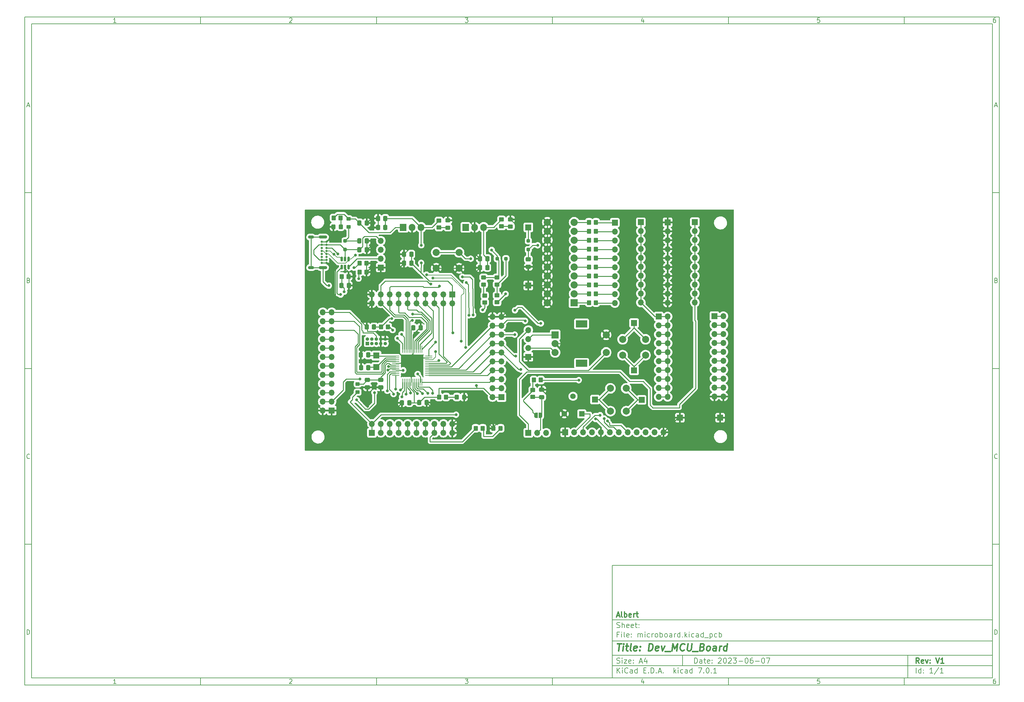
<source format=gbr>
%TF.GenerationSoftware,KiCad,Pcbnew,7.0.1*%
%TF.CreationDate,2023-06-08T10:56:07+02:00*%
%TF.ProjectId,microboard,6d696372-6f62-46f6-9172-642e6b696361,V1*%
%TF.SameCoordinates,Original*%
%TF.FileFunction,Copper,L1,Top*%
%TF.FilePolarity,Positive*%
%FSLAX46Y46*%
G04 Gerber Fmt 4.6, Leading zero omitted, Abs format (unit mm)*
G04 Created by KiCad (PCBNEW 7.0.1) date 2023-06-08 10:56:07*
%MOMM*%
%LPD*%
G01*
G04 APERTURE LIST*
G04 Aperture macros list*
%AMRoundRect*
0 Rectangle with rounded corners*
0 $1 Rounding radius*
0 $2 $3 $4 $5 $6 $7 $8 $9 X,Y pos of 4 corners*
0 Add a 4 corners polygon primitive as box body*
4,1,4,$2,$3,$4,$5,$6,$7,$8,$9,$2,$3,0*
0 Add four circle primitives for the rounded corners*
1,1,$1+$1,$2,$3*
1,1,$1+$1,$4,$5*
1,1,$1+$1,$6,$7*
1,1,$1+$1,$8,$9*
0 Add four rect primitives between the rounded corners*
20,1,$1+$1,$2,$3,$4,$5,0*
20,1,$1+$1,$4,$5,$6,$7,0*
20,1,$1+$1,$6,$7,$8,$9,0*
20,1,$1+$1,$8,$9,$2,$3,0*%
%AMFreePoly0*
4,1,19,0.500000,-0.750000,0.000000,-0.750000,0.000000,-0.744911,-0.071157,-0.744911,-0.207708,-0.704816,-0.327430,-0.627875,-0.420627,-0.520320,-0.479746,-0.390866,-0.500000,-0.250000,-0.500000,0.250000,-0.479746,0.390866,-0.420627,0.520320,-0.327430,0.627875,-0.207708,0.704816,-0.071157,0.744911,0.000000,0.744911,0.000000,0.750000,0.500000,0.750000,0.500000,-0.750000,0.500000,-0.750000,
$1*%
%AMFreePoly1*
4,1,19,0.000000,0.744911,0.071157,0.744911,0.207708,0.704816,0.327430,0.627875,0.420627,0.520320,0.479746,0.390866,0.500000,0.250000,0.500000,-0.250000,0.479746,-0.390866,0.420627,-0.520320,0.327430,-0.627875,0.207708,-0.704816,0.071157,-0.744911,0.000000,-0.744911,0.000000,-0.750000,-0.500000,-0.750000,-0.500000,0.750000,0.000000,0.750000,0.000000,0.744911,0.000000,0.744911,
$1*%
G04 Aperture macros list end*
%ADD10C,0.100000*%
%ADD11C,0.150000*%
%ADD12C,0.300000*%
%ADD13C,0.400000*%
%TA.AperFunction,ComponentPad*%
%ADD14R,1.700000X1.700000*%
%TD*%
%TA.AperFunction,ComponentPad*%
%ADD15O,1.700000X1.700000*%
%TD*%
%TA.AperFunction,SMDPad,CuDef*%
%ADD16RoundRect,0.250000X-0.350000X0.275000X-0.350000X-0.275000X0.350000X-0.275000X0.350000X0.275000X0*%
%TD*%
%TA.AperFunction,SMDPad,CuDef*%
%ADD17R,2.000000X0.250000*%
%TD*%
%TA.AperFunction,SMDPad,CuDef*%
%ADD18R,0.250000X2.000000*%
%TD*%
%TA.AperFunction,SMDPad,CuDef*%
%ADD19RoundRect,0.250000X-0.450000X0.350000X-0.450000X-0.350000X0.450000X-0.350000X0.450000X0.350000X0*%
%TD*%
%TA.AperFunction,SMDPad,CuDef*%
%ADD20RoundRect,0.250000X-0.337500X-0.475000X0.337500X-0.475000X0.337500X0.475000X-0.337500X0.475000X0*%
%TD*%
%TA.AperFunction,SMDPad,CuDef*%
%ADD21RoundRect,0.250000X-0.350000X-0.450000X0.350000X-0.450000X0.350000X0.450000X-0.350000X0.450000X0*%
%TD*%
%TA.AperFunction,ComponentPad*%
%ADD22C,2.000000*%
%TD*%
%TA.AperFunction,SMDPad,CuDef*%
%ADD23RoundRect,0.250000X-0.250000X0.250000X-0.250000X-0.250000X0.250000X-0.250000X0.250000X0.250000X0*%
%TD*%
%TA.AperFunction,SMDPad,CuDef*%
%ADD24RoundRect,0.250000X0.350000X0.450000X-0.350000X0.450000X-0.350000X-0.450000X0.350000X-0.450000X0*%
%TD*%
%TA.AperFunction,SMDPad,CuDef*%
%ADD25RoundRect,0.250000X-0.475000X0.337500X-0.475000X-0.337500X0.475000X-0.337500X0.475000X0.337500X0*%
%TD*%
%TA.AperFunction,ComponentPad*%
%ADD26C,0.650000*%
%TD*%
%TA.AperFunction,ComponentPad*%
%ADD27O,1.700000X0.900000*%
%TD*%
%TA.AperFunction,ComponentPad*%
%ADD28O,2.400000X0.900000*%
%TD*%
%TA.AperFunction,ComponentPad*%
%ADD29R,2.032000X2.032000*%
%TD*%
%TA.AperFunction,ComponentPad*%
%ADD30C,2.032000*%
%TD*%
%TA.AperFunction,ComponentPad*%
%ADD31R,1.905000X2.000000*%
%TD*%
%TA.AperFunction,ComponentPad*%
%ADD32O,1.905000X2.000000*%
%TD*%
%TA.AperFunction,ComponentPad*%
%ADD33R,2.000000X2.000000*%
%TD*%
%TA.AperFunction,ComponentPad*%
%ADD34R,3.200000X2.000000*%
%TD*%
%TA.AperFunction,SMDPad,CuDef*%
%ADD35RoundRect,0.250000X0.325000X0.450000X-0.325000X0.450000X-0.325000X-0.450000X0.325000X-0.450000X0*%
%TD*%
%TA.AperFunction,SMDPad,CuDef*%
%ADD36RoundRect,0.150000X0.150000X-0.512500X0.150000X0.512500X-0.150000X0.512500X-0.150000X-0.512500X0*%
%TD*%
%TA.AperFunction,SMDPad,CuDef*%
%ADD37RoundRect,0.250000X0.337500X0.475000X-0.337500X0.475000X-0.337500X-0.475000X0.337500X-0.475000X0*%
%TD*%
%TA.AperFunction,SMDPad,CuDef*%
%ADD38RoundRect,0.250000X0.350000X-0.275000X0.350000X0.275000X-0.350000X0.275000X-0.350000X-0.275000X0*%
%TD*%
%TA.AperFunction,ComponentPad*%
%ADD39R,1.560000X1.560000*%
%TD*%
%TA.AperFunction,ComponentPad*%
%ADD40C,1.560000*%
%TD*%
%TA.AperFunction,SMDPad,CuDef*%
%ADD41RoundRect,0.250000X0.250000X-0.250000X0.250000X0.250000X-0.250000X0.250000X-0.250000X-0.250000X0*%
%TD*%
%TA.AperFunction,ComponentPad*%
%ADD42R,1.000000X1.000000*%
%TD*%
%TA.AperFunction,ComponentPad*%
%ADD43O,1.000000X1.000000*%
%TD*%
%TA.AperFunction,SMDPad,CuDef*%
%ADD44RoundRect,0.250000X0.450000X-0.325000X0.450000X0.325000X-0.450000X0.325000X-0.450000X-0.325000X0*%
%TD*%
%TA.AperFunction,SMDPad,CuDef*%
%ADD45RoundRect,0.250000X0.250000X0.250000X-0.250000X0.250000X-0.250000X-0.250000X0.250000X-0.250000X0*%
%TD*%
%TA.AperFunction,SMDPad,CuDef*%
%ADD46R,1.800000X1.750000*%
%TD*%
%TA.AperFunction,SMDPad,CuDef*%
%ADD47RoundRect,0.250000X0.450000X-0.350000X0.450000X0.350000X-0.450000X0.350000X-0.450000X-0.350000X0*%
%TD*%
%TA.AperFunction,SMDPad,CuDef*%
%ADD48RoundRect,0.250000X-0.450000X0.325000X-0.450000X-0.325000X0.450000X-0.325000X0.450000X0.325000X0*%
%TD*%
%TA.AperFunction,SMDPad,CuDef*%
%ADD49RoundRect,0.250000X0.475000X-0.337500X0.475000X0.337500X-0.475000X0.337500X-0.475000X-0.337500X0*%
%TD*%
%TA.AperFunction,SMDPad,CuDef*%
%ADD50RoundRect,0.250000X-0.325000X-0.450000X0.325000X-0.450000X0.325000X0.450000X-0.325000X0.450000X0*%
%TD*%
%TA.AperFunction,SMDPad,CuDef*%
%ADD51FreePoly0,180.000000*%
%TD*%
%TA.AperFunction,SMDPad,CuDef*%
%ADD52FreePoly1,180.000000*%
%TD*%
%TA.AperFunction,ViaPad*%
%ADD53C,0.800000*%
%TD*%
%TA.AperFunction,Conductor*%
%ADD54C,0.250000*%
%TD*%
%TA.AperFunction,Conductor*%
%ADD55C,0.200000*%
%TD*%
G04 APERTURE END LIST*
D10*
D11*
X177002200Y-166007200D02*
X285002200Y-166007200D01*
X285002200Y-198007200D01*
X177002200Y-198007200D01*
X177002200Y-166007200D01*
D10*
D11*
X10000000Y-10000000D02*
X287002200Y-10000000D01*
X287002200Y-200007200D01*
X10000000Y-200007200D01*
X10000000Y-10000000D01*
D10*
D11*
X12000000Y-12000000D02*
X285002200Y-12000000D01*
X285002200Y-198007200D01*
X12000000Y-198007200D01*
X12000000Y-12000000D01*
D10*
D11*
X60000000Y-12000000D02*
X60000000Y-10000000D01*
D10*
D11*
X110000000Y-12000000D02*
X110000000Y-10000000D01*
D10*
D11*
X160000000Y-12000000D02*
X160000000Y-10000000D01*
D10*
D11*
X210000000Y-12000000D02*
X210000000Y-10000000D01*
D10*
D11*
X260000000Y-12000000D02*
X260000000Y-10000000D01*
D10*
D11*
X35990476Y-11601404D02*
X35247619Y-11601404D01*
X35619047Y-11601404D02*
X35619047Y-10301404D01*
X35619047Y-10301404D02*
X35495238Y-10487119D01*
X35495238Y-10487119D02*
X35371428Y-10610928D01*
X35371428Y-10610928D02*
X35247619Y-10672833D01*
D10*
D11*
X85247619Y-10425214D02*
X85309523Y-10363309D01*
X85309523Y-10363309D02*
X85433333Y-10301404D01*
X85433333Y-10301404D02*
X85742857Y-10301404D01*
X85742857Y-10301404D02*
X85866666Y-10363309D01*
X85866666Y-10363309D02*
X85928571Y-10425214D01*
X85928571Y-10425214D02*
X85990476Y-10549023D01*
X85990476Y-10549023D02*
X85990476Y-10672833D01*
X85990476Y-10672833D02*
X85928571Y-10858547D01*
X85928571Y-10858547D02*
X85185714Y-11601404D01*
X85185714Y-11601404D02*
X85990476Y-11601404D01*
D10*
D11*
X135185714Y-10301404D02*
X135990476Y-10301404D01*
X135990476Y-10301404D02*
X135557142Y-10796642D01*
X135557142Y-10796642D02*
X135742857Y-10796642D01*
X135742857Y-10796642D02*
X135866666Y-10858547D01*
X135866666Y-10858547D02*
X135928571Y-10920452D01*
X135928571Y-10920452D02*
X135990476Y-11044261D01*
X135990476Y-11044261D02*
X135990476Y-11353785D01*
X135990476Y-11353785D02*
X135928571Y-11477595D01*
X135928571Y-11477595D02*
X135866666Y-11539500D01*
X135866666Y-11539500D02*
X135742857Y-11601404D01*
X135742857Y-11601404D02*
X135371428Y-11601404D01*
X135371428Y-11601404D02*
X135247619Y-11539500D01*
X135247619Y-11539500D02*
X135185714Y-11477595D01*
D10*
D11*
X185866666Y-10734738D02*
X185866666Y-11601404D01*
X185557142Y-10239500D02*
X185247619Y-11168071D01*
X185247619Y-11168071D02*
X186052380Y-11168071D01*
D10*
D11*
X235928571Y-10301404D02*
X235309523Y-10301404D01*
X235309523Y-10301404D02*
X235247619Y-10920452D01*
X235247619Y-10920452D02*
X235309523Y-10858547D01*
X235309523Y-10858547D02*
X235433333Y-10796642D01*
X235433333Y-10796642D02*
X235742857Y-10796642D01*
X235742857Y-10796642D02*
X235866666Y-10858547D01*
X235866666Y-10858547D02*
X235928571Y-10920452D01*
X235928571Y-10920452D02*
X235990476Y-11044261D01*
X235990476Y-11044261D02*
X235990476Y-11353785D01*
X235990476Y-11353785D02*
X235928571Y-11477595D01*
X235928571Y-11477595D02*
X235866666Y-11539500D01*
X235866666Y-11539500D02*
X235742857Y-11601404D01*
X235742857Y-11601404D02*
X235433333Y-11601404D01*
X235433333Y-11601404D02*
X235309523Y-11539500D01*
X235309523Y-11539500D02*
X235247619Y-11477595D01*
D10*
D11*
X285866666Y-10301404D02*
X285619047Y-10301404D01*
X285619047Y-10301404D02*
X285495238Y-10363309D01*
X285495238Y-10363309D02*
X285433333Y-10425214D01*
X285433333Y-10425214D02*
X285309523Y-10610928D01*
X285309523Y-10610928D02*
X285247619Y-10858547D01*
X285247619Y-10858547D02*
X285247619Y-11353785D01*
X285247619Y-11353785D02*
X285309523Y-11477595D01*
X285309523Y-11477595D02*
X285371428Y-11539500D01*
X285371428Y-11539500D02*
X285495238Y-11601404D01*
X285495238Y-11601404D02*
X285742857Y-11601404D01*
X285742857Y-11601404D02*
X285866666Y-11539500D01*
X285866666Y-11539500D02*
X285928571Y-11477595D01*
X285928571Y-11477595D02*
X285990476Y-11353785D01*
X285990476Y-11353785D02*
X285990476Y-11044261D01*
X285990476Y-11044261D02*
X285928571Y-10920452D01*
X285928571Y-10920452D02*
X285866666Y-10858547D01*
X285866666Y-10858547D02*
X285742857Y-10796642D01*
X285742857Y-10796642D02*
X285495238Y-10796642D01*
X285495238Y-10796642D02*
X285371428Y-10858547D01*
X285371428Y-10858547D02*
X285309523Y-10920452D01*
X285309523Y-10920452D02*
X285247619Y-11044261D01*
D10*
D11*
X60000000Y-198007200D02*
X60000000Y-200007200D01*
D10*
D11*
X110000000Y-198007200D02*
X110000000Y-200007200D01*
D10*
D11*
X160000000Y-198007200D02*
X160000000Y-200007200D01*
D10*
D11*
X210000000Y-198007200D02*
X210000000Y-200007200D01*
D10*
D11*
X260000000Y-198007200D02*
X260000000Y-200007200D01*
D10*
D11*
X35990476Y-199608604D02*
X35247619Y-199608604D01*
X35619047Y-199608604D02*
X35619047Y-198308604D01*
X35619047Y-198308604D02*
X35495238Y-198494319D01*
X35495238Y-198494319D02*
X35371428Y-198618128D01*
X35371428Y-198618128D02*
X35247619Y-198680033D01*
D10*
D11*
X85247619Y-198432414D02*
X85309523Y-198370509D01*
X85309523Y-198370509D02*
X85433333Y-198308604D01*
X85433333Y-198308604D02*
X85742857Y-198308604D01*
X85742857Y-198308604D02*
X85866666Y-198370509D01*
X85866666Y-198370509D02*
X85928571Y-198432414D01*
X85928571Y-198432414D02*
X85990476Y-198556223D01*
X85990476Y-198556223D02*
X85990476Y-198680033D01*
X85990476Y-198680033D02*
X85928571Y-198865747D01*
X85928571Y-198865747D02*
X85185714Y-199608604D01*
X85185714Y-199608604D02*
X85990476Y-199608604D01*
D10*
D11*
X135185714Y-198308604D02*
X135990476Y-198308604D01*
X135990476Y-198308604D02*
X135557142Y-198803842D01*
X135557142Y-198803842D02*
X135742857Y-198803842D01*
X135742857Y-198803842D02*
X135866666Y-198865747D01*
X135866666Y-198865747D02*
X135928571Y-198927652D01*
X135928571Y-198927652D02*
X135990476Y-199051461D01*
X135990476Y-199051461D02*
X135990476Y-199360985D01*
X135990476Y-199360985D02*
X135928571Y-199484795D01*
X135928571Y-199484795D02*
X135866666Y-199546700D01*
X135866666Y-199546700D02*
X135742857Y-199608604D01*
X135742857Y-199608604D02*
X135371428Y-199608604D01*
X135371428Y-199608604D02*
X135247619Y-199546700D01*
X135247619Y-199546700D02*
X135185714Y-199484795D01*
D10*
D11*
X185866666Y-198741938D02*
X185866666Y-199608604D01*
X185557142Y-198246700D02*
X185247619Y-199175271D01*
X185247619Y-199175271D02*
X186052380Y-199175271D01*
D10*
D11*
X235928571Y-198308604D02*
X235309523Y-198308604D01*
X235309523Y-198308604D02*
X235247619Y-198927652D01*
X235247619Y-198927652D02*
X235309523Y-198865747D01*
X235309523Y-198865747D02*
X235433333Y-198803842D01*
X235433333Y-198803842D02*
X235742857Y-198803842D01*
X235742857Y-198803842D02*
X235866666Y-198865747D01*
X235866666Y-198865747D02*
X235928571Y-198927652D01*
X235928571Y-198927652D02*
X235990476Y-199051461D01*
X235990476Y-199051461D02*
X235990476Y-199360985D01*
X235990476Y-199360985D02*
X235928571Y-199484795D01*
X235928571Y-199484795D02*
X235866666Y-199546700D01*
X235866666Y-199546700D02*
X235742857Y-199608604D01*
X235742857Y-199608604D02*
X235433333Y-199608604D01*
X235433333Y-199608604D02*
X235309523Y-199546700D01*
X235309523Y-199546700D02*
X235247619Y-199484795D01*
D10*
D11*
X285866666Y-198308604D02*
X285619047Y-198308604D01*
X285619047Y-198308604D02*
X285495238Y-198370509D01*
X285495238Y-198370509D02*
X285433333Y-198432414D01*
X285433333Y-198432414D02*
X285309523Y-198618128D01*
X285309523Y-198618128D02*
X285247619Y-198865747D01*
X285247619Y-198865747D02*
X285247619Y-199360985D01*
X285247619Y-199360985D02*
X285309523Y-199484795D01*
X285309523Y-199484795D02*
X285371428Y-199546700D01*
X285371428Y-199546700D02*
X285495238Y-199608604D01*
X285495238Y-199608604D02*
X285742857Y-199608604D01*
X285742857Y-199608604D02*
X285866666Y-199546700D01*
X285866666Y-199546700D02*
X285928571Y-199484795D01*
X285928571Y-199484795D02*
X285990476Y-199360985D01*
X285990476Y-199360985D02*
X285990476Y-199051461D01*
X285990476Y-199051461D02*
X285928571Y-198927652D01*
X285928571Y-198927652D02*
X285866666Y-198865747D01*
X285866666Y-198865747D02*
X285742857Y-198803842D01*
X285742857Y-198803842D02*
X285495238Y-198803842D01*
X285495238Y-198803842D02*
X285371428Y-198865747D01*
X285371428Y-198865747D02*
X285309523Y-198927652D01*
X285309523Y-198927652D02*
X285247619Y-199051461D01*
D10*
D11*
X10000000Y-60000000D02*
X12000000Y-60000000D01*
D10*
D11*
X10000000Y-110000000D02*
X12000000Y-110000000D01*
D10*
D11*
X10000000Y-160000000D02*
X12000000Y-160000000D01*
D10*
D11*
X10690476Y-35229976D02*
X11309523Y-35229976D01*
X10566666Y-35601404D02*
X10999999Y-34301404D01*
X10999999Y-34301404D02*
X11433333Y-35601404D01*
D10*
D11*
X11092857Y-84920452D02*
X11278571Y-84982357D01*
X11278571Y-84982357D02*
X11340476Y-85044261D01*
X11340476Y-85044261D02*
X11402380Y-85168071D01*
X11402380Y-85168071D02*
X11402380Y-85353785D01*
X11402380Y-85353785D02*
X11340476Y-85477595D01*
X11340476Y-85477595D02*
X11278571Y-85539500D01*
X11278571Y-85539500D02*
X11154761Y-85601404D01*
X11154761Y-85601404D02*
X10659523Y-85601404D01*
X10659523Y-85601404D02*
X10659523Y-84301404D01*
X10659523Y-84301404D02*
X11092857Y-84301404D01*
X11092857Y-84301404D02*
X11216666Y-84363309D01*
X11216666Y-84363309D02*
X11278571Y-84425214D01*
X11278571Y-84425214D02*
X11340476Y-84549023D01*
X11340476Y-84549023D02*
X11340476Y-84672833D01*
X11340476Y-84672833D02*
X11278571Y-84796642D01*
X11278571Y-84796642D02*
X11216666Y-84858547D01*
X11216666Y-84858547D02*
X11092857Y-84920452D01*
X11092857Y-84920452D02*
X10659523Y-84920452D01*
D10*
D11*
X11402380Y-135477595D02*
X11340476Y-135539500D01*
X11340476Y-135539500D02*
X11154761Y-135601404D01*
X11154761Y-135601404D02*
X11030952Y-135601404D01*
X11030952Y-135601404D02*
X10845238Y-135539500D01*
X10845238Y-135539500D02*
X10721428Y-135415690D01*
X10721428Y-135415690D02*
X10659523Y-135291880D01*
X10659523Y-135291880D02*
X10597619Y-135044261D01*
X10597619Y-135044261D02*
X10597619Y-134858547D01*
X10597619Y-134858547D02*
X10659523Y-134610928D01*
X10659523Y-134610928D02*
X10721428Y-134487119D01*
X10721428Y-134487119D02*
X10845238Y-134363309D01*
X10845238Y-134363309D02*
X11030952Y-134301404D01*
X11030952Y-134301404D02*
X11154761Y-134301404D01*
X11154761Y-134301404D02*
X11340476Y-134363309D01*
X11340476Y-134363309D02*
X11402380Y-134425214D01*
D10*
D11*
X10659523Y-185601404D02*
X10659523Y-184301404D01*
X10659523Y-184301404D02*
X10969047Y-184301404D01*
X10969047Y-184301404D02*
X11154761Y-184363309D01*
X11154761Y-184363309D02*
X11278571Y-184487119D01*
X11278571Y-184487119D02*
X11340476Y-184610928D01*
X11340476Y-184610928D02*
X11402380Y-184858547D01*
X11402380Y-184858547D02*
X11402380Y-185044261D01*
X11402380Y-185044261D02*
X11340476Y-185291880D01*
X11340476Y-185291880D02*
X11278571Y-185415690D01*
X11278571Y-185415690D02*
X11154761Y-185539500D01*
X11154761Y-185539500D02*
X10969047Y-185601404D01*
X10969047Y-185601404D02*
X10659523Y-185601404D01*
D10*
D11*
X287002200Y-60000000D02*
X285002200Y-60000000D01*
D10*
D11*
X287002200Y-110000000D02*
X285002200Y-110000000D01*
D10*
D11*
X287002200Y-160000000D02*
X285002200Y-160000000D01*
D10*
D11*
X285692676Y-35229976D02*
X286311723Y-35229976D01*
X285568866Y-35601404D02*
X286002199Y-34301404D01*
X286002199Y-34301404D02*
X286435533Y-35601404D01*
D10*
D11*
X286095057Y-84920452D02*
X286280771Y-84982357D01*
X286280771Y-84982357D02*
X286342676Y-85044261D01*
X286342676Y-85044261D02*
X286404580Y-85168071D01*
X286404580Y-85168071D02*
X286404580Y-85353785D01*
X286404580Y-85353785D02*
X286342676Y-85477595D01*
X286342676Y-85477595D02*
X286280771Y-85539500D01*
X286280771Y-85539500D02*
X286156961Y-85601404D01*
X286156961Y-85601404D02*
X285661723Y-85601404D01*
X285661723Y-85601404D02*
X285661723Y-84301404D01*
X285661723Y-84301404D02*
X286095057Y-84301404D01*
X286095057Y-84301404D02*
X286218866Y-84363309D01*
X286218866Y-84363309D02*
X286280771Y-84425214D01*
X286280771Y-84425214D02*
X286342676Y-84549023D01*
X286342676Y-84549023D02*
X286342676Y-84672833D01*
X286342676Y-84672833D02*
X286280771Y-84796642D01*
X286280771Y-84796642D02*
X286218866Y-84858547D01*
X286218866Y-84858547D02*
X286095057Y-84920452D01*
X286095057Y-84920452D02*
X285661723Y-84920452D01*
D10*
D11*
X286404580Y-135477595D02*
X286342676Y-135539500D01*
X286342676Y-135539500D02*
X286156961Y-135601404D01*
X286156961Y-135601404D02*
X286033152Y-135601404D01*
X286033152Y-135601404D02*
X285847438Y-135539500D01*
X285847438Y-135539500D02*
X285723628Y-135415690D01*
X285723628Y-135415690D02*
X285661723Y-135291880D01*
X285661723Y-135291880D02*
X285599819Y-135044261D01*
X285599819Y-135044261D02*
X285599819Y-134858547D01*
X285599819Y-134858547D02*
X285661723Y-134610928D01*
X285661723Y-134610928D02*
X285723628Y-134487119D01*
X285723628Y-134487119D02*
X285847438Y-134363309D01*
X285847438Y-134363309D02*
X286033152Y-134301404D01*
X286033152Y-134301404D02*
X286156961Y-134301404D01*
X286156961Y-134301404D02*
X286342676Y-134363309D01*
X286342676Y-134363309D02*
X286404580Y-134425214D01*
D10*
D11*
X285661723Y-185601404D02*
X285661723Y-184301404D01*
X285661723Y-184301404D02*
X285971247Y-184301404D01*
X285971247Y-184301404D02*
X286156961Y-184363309D01*
X286156961Y-184363309D02*
X286280771Y-184487119D01*
X286280771Y-184487119D02*
X286342676Y-184610928D01*
X286342676Y-184610928D02*
X286404580Y-184858547D01*
X286404580Y-184858547D02*
X286404580Y-185044261D01*
X286404580Y-185044261D02*
X286342676Y-185291880D01*
X286342676Y-185291880D02*
X286280771Y-185415690D01*
X286280771Y-185415690D02*
X286156961Y-185539500D01*
X286156961Y-185539500D02*
X285971247Y-185601404D01*
X285971247Y-185601404D02*
X285661723Y-185601404D01*
D10*
D11*
X200359342Y-193801128D02*
X200359342Y-192301128D01*
X200359342Y-192301128D02*
X200716485Y-192301128D01*
X200716485Y-192301128D02*
X200930771Y-192372557D01*
X200930771Y-192372557D02*
X201073628Y-192515414D01*
X201073628Y-192515414D02*
X201145057Y-192658271D01*
X201145057Y-192658271D02*
X201216485Y-192943985D01*
X201216485Y-192943985D02*
X201216485Y-193158271D01*
X201216485Y-193158271D02*
X201145057Y-193443985D01*
X201145057Y-193443985D02*
X201073628Y-193586842D01*
X201073628Y-193586842D02*
X200930771Y-193729700D01*
X200930771Y-193729700D02*
X200716485Y-193801128D01*
X200716485Y-193801128D02*
X200359342Y-193801128D01*
X202502200Y-193801128D02*
X202502200Y-193015414D01*
X202502200Y-193015414D02*
X202430771Y-192872557D01*
X202430771Y-192872557D02*
X202287914Y-192801128D01*
X202287914Y-192801128D02*
X202002200Y-192801128D01*
X202002200Y-192801128D02*
X201859342Y-192872557D01*
X202502200Y-193729700D02*
X202359342Y-193801128D01*
X202359342Y-193801128D02*
X202002200Y-193801128D01*
X202002200Y-193801128D02*
X201859342Y-193729700D01*
X201859342Y-193729700D02*
X201787914Y-193586842D01*
X201787914Y-193586842D02*
X201787914Y-193443985D01*
X201787914Y-193443985D02*
X201859342Y-193301128D01*
X201859342Y-193301128D02*
X202002200Y-193229700D01*
X202002200Y-193229700D02*
X202359342Y-193229700D01*
X202359342Y-193229700D02*
X202502200Y-193158271D01*
X203002200Y-192801128D02*
X203573628Y-192801128D01*
X203216485Y-192301128D02*
X203216485Y-193586842D01*
X203216485Y-193586842D02*
X203287914Y-193729700D01*
X203287914Y-193729700D02*
X203430771Y-193801128D01*
X203430771Y-193801128D02*
X203573628Y-193801128D01*
X204645057Y-193729700D02*
X204502200Y-193801128D01*
X204502200Y-193801128D02*
X204216486Y-193801128D01*
X204216486Y-193801128D02*
X204073628Y-193729700D01*
X204073628Y-193729700D02*
X204002200Y-193586842D01*
X204002200Y-193586842D02*
X204002200Y-193015414D01*
X204002200Y-193015414D02*
X204073628Y-192872557D01*
X204073628Y-192872557D02*
X204216486Y-192801128D01*
X204216486Y-192801128D02*
X204502200Y-192801128D01*
X204502200Y-192801128D02*
X204645057Y-192872557D01*
X204645057Y-192872557D02*
X204716486Y-193015414D01*
X204716486Y-193015414D02*
X204716486Y-193158271D01*
X204716486Y-193158271D02*
X204002200Y-193301128D01*
X205359342Y-193658271D02*
X205430771Y-193729700D01*
X205430771Y-193729700D02*
X205359342Y-193801128D01*
X205359342Y-193801128D02*
X205287914Y-193729700D01*
X205287914Y-193729700D02*
X205359342Y-193658271D01*
X205359342Y-193658271D02*
X205359342Y-193801128D01*
X205359342Y-192872557D02*
X205430771Y-192943985D01*
X205430771Y-192943985D02*
X205359342Y-193015414D01*
X205359342Y-193015414D02*
X205287914Y-192943985D01*
X205287914Y-192943985D02*
X205359342Y-192872557D01*
X205359342Y-192872557D02*
X205359342Y-193015414D01*
X207145057Y-192443985D02*
X207216485Y-192372557D01*
X207216485Y-192372557D02*
X207359343Y-192301128D01*
X207359343Y-192301128D02*
X207716485Y-192301128D01*
X207716485Y-192301128D02*
X207859343Y-192372557D01*
X207859343Y-192372557D02*
X207930771Y-192443985D01*
X207930771Y-192443985D02*
X208002200Y-192586842D01*
X208002200Y-192586842D02*
X208002200Y-192729700D01*
X208002200Y-192729700D02*
X207930771Y-192943985D01*
X207930771Y-192943985D02*
X207073628Y-193801128D01*
X207073628Y-193801128D02*
X208002200Y-193801128D01*
X208930771Y-192301128D02*
X209073628Y-192301128D01*
X209073628Y-192301128D02*
X209216485Y-192372557D01*
X209216485Y-192372557D02*
X209287914Y-192443985D01*
X209287914Y-192443985D02*
X209359342Y-192586842D01*
X209359342Y-192586842D02*
X209430771Y-192872557D01*
X209430771Y-192872557D02*
X209430771Y-193229700D01*
X209430771Y-193229700D02*
X209359342Y-193515414D01*
X209359342Y-193515414D02*
X209287914Y-193658271D01*
X209287914Y-193658271D02*
X209216485Y-193729700D01*
X209216485Y-193729700D02*
X209073628Y-193801128D01*
X209073628Y-193801128D02*
X208930771Y-193801128D01*
X208930771Y-193801128D02*
X208787914Y-193729700D01*
X208787914Y-193729700D02*
X208716485Y-193658271D01*
X208716485Y-193658271D02*
X208645056Y-193515414D01*
X208645056Y-193515414D02*
X208573628Y-193229700D01*
X208573628Y-193229700D02*
X208573628Y-192872557D01*
X208573628Y-192872557D02*
X208645056Y-192586842D01*
X208645056Y-192586842D02*
X208716485Y-192443985D01*
X208716485Y-192443985D02*
X208787914Y-192372557D01*
X208787914Y-192372557D02*
X208930771Y-192301128D01*
X210002199Y-192443985D02*
X210073627Y-192372557D01*
X210073627Y-192372557D02*
X210216485Y-192301128D01*
X210216485Y-192301128D02*
X210573627Y-192301128D01*
X210573627Y-192301128D02*
X210716485Y-192372557D01*
X210716485Y-192372557D02*
X210787913Y-192443985D01*
X210787913Y-192443985D02*
X210859342Y-192586842D01*
X210859342Y-192586842D02*
X210859342Y-192729700D01*
X210859342Y-192729700D02*
X210787913Y-192943985D01*
X210787913Y-192943985D02*
X209930770Y-193801128D01*
X209930770Y-193801128D02*
X210859342Y-193801128D01*
X211359341Y-192301128D02*
X212287913Y-192301128D01*
X212287913Y-192301128D02*
X211787913Y-192872557D01*
X211787913Y-192872557D02*
X212002198Y-192872557D01*
X212002198Y-192872557D02*
X212145056Y-192943985D01*
X212145056Y-192943985D02*
X212216484Y-193015414D01*
X212216484Y-193015414D02*
X212287913Y-193158271D01*
X212287913Y-193158271D02*
X212287913Y-193515414D01*
X212287913Y-193515414D02*
X212216484Y-193658271D01*
X212216484Y-193658271D02*
X212145056Y-193729700D01*
X212145056Y-193729700D02*
X212002198Y-193801128D01*
X212002198Y-193801128D02*
X211573627Y-193801128D01*
X211573627Y-193801128D02*
X211430770Y-193729700D01*
X211430770Y-193729700D02*
X211359341Y-193658271D01*
X212930769Y-193229700D02*
X214073627Y-193229700D01*
X215073627Y-192301128D02*
X215216484Y-192301128D01*
X215216484Y-192301128D02*
X215359341Y-192372557D01*
X215359341Y-192372557D02*
X215430770Y-192443985D01*
X215430770Y-192443985D02*
X215502198Y-192586842D01*
X215502198Y-192586842D02*
X215573627Y-192872557D01*
X215573627Y-192872557D02*
X215573627Y-193229700D01*
X215573627Y-193229700D02*
X215502198Y-193515414D01*
X215502198Y-193515414D02*
X215430770Y-193658271D01*
X215430770Y-193658271D02*
X215359341Y-193729700D01*
X215359341Y-193729700D02*
X215216484Y-193801128D01*
X215216484Y-193801128D02*
X215073627Y-193801128D01*
X215073627Y-193801128D02*
X214930770Y-193729700D01*
X214930770Y-193729700D02*
X214859341Y-193658271D01*
X214859341Y-193658271D02*
X214787912Y-193515414D01*
X214787912Y-193515414D02*
X214716484Y-193229700D01*
X214716484Y-193229700D02*
X214716484Y-192872557D01*
X214716484Y-192872557D02*
X214787912Y-192586842D01*
X214787912Y-192586842D02*
X214859341Y-192443985D01*
X214859341Y-192443985D02*
X214930770Y-192372557D01*
X214930770Y-192372557D02*
X215073627Y-192301128D01*
X216859341Y-192301128D02*
X216573626Y-192301128D01*
X216573626Y-192301128D02*
X216430769Y-192372557D01*
X216430769Y-192372557D02*
X216359341Y-192443985D01*
X216359341Y-192443985D02*
X216216483Y-192658271D01*
X216216483Y-192658271D02*
X216145055Y-192943985D01*
X216145055Y-192943985D02*
X216145055Y-193515414D01*
X216145055Y-193515414D02*
X216216483Y-193658271D01*
X216216483Y-193658271D02*
X216287912Y-193729700D01*
X216287912Y-193729700D02*
X216430769Y-193801128D01*
X216430769Y-193801128D02*
X216716483Y-193801128D01*
X216716483Y-193801128D02*
X216859341Y-193729700D01*
X216859341Y-193729700D02*
X216930769Y-193658271D01*
X216930769Y-193658271D02*
X217002198Y-193515414D01*
X217002198Y-193515414D02*
X217002198Y-193158271D01*
X217002198Y-193158271D02*
X216930769Y-193015414D01*
X216930769Y-193015414D02*
X216859341Y-192943985D01*
X216859341Y-192943985D02*
X216716483Y-192872557D01*
X216716483Y-192872557D02*
X216430769Y-192872557D01*
X216430769Y-192872557D02*
X216287912Y-192943985D01*
X216287912Y-192943985D02*
X216216483Y-193015414D01*
X216216483Y-193015414D02*
X216145055Y-193158271D01*
X217645054Y-193229700D02*
X218787912Y-193229700D01*
X219787912Y-192301128D02*
X219930769Y-192301128D01*
X219930769Y-192301128D02*
X220073626Y-192372557D01*
X220073626Y-192372557D02*
X220145055Y-192443985D01*
X220145055Y-192443985D02*
X220216483Y-192586842D01*
X220216483Y-192586842D02*
X220287912Y-192872557D01*
X220287912Y-192872557D02*
X220287912Y-193229700D01*
X220287912Y-193229700D02*
X220216483Y-193515414D01*
X220216483Y-193515414D02*
X220145055Y-193658271D01*
X220145055Y-193658271D02*
X220073626Y-193729700D01*
X220073626Y-193729700D02*
X219930769Y-193801128D01*
X219930769Y-193801128D02*
X219787912Y-193801128D01*
X219787912Y-193801128D02*
X219645055Y-193729700D01*
X219645055Y-193729700D02*
X219573626Y-193658271D01*
X219573626Y-193658271D02*
X219502197Y-193515414D01*
X219502197Y-193515414D02*
X219430769Y-193229700D01*
X219430769Y-193229700D02*
X219430769Y-192872557D01*
X219430769Y-192872557D02*
X219502197Y-192586842D01*
X219502197Y-192586842D02*
X219573626Y-192443985D01*
X219573626Y-192443985D02*
X219645055Y-192372557D01*
X219645055Y-192372557D02*
X219787912Y-192301128D01*
X220787911Y-192301128D02*
X221787911Y-192301128D01*
X221787911Y-192301128D02*
X221145054Y-193801128D01*
D10*
D11*
X177002200Y-194507200D02*
X285002200Y-194507200D01*
D10*
D11*
X178359342Y-196601128D02*
X178359342Y-195101128D01*
X179216485Y-196601128D02*
X178573628Y-195743985D01*
X179216485Y-195101128D02*
X178359342Y-195958271D01*
X179859342Y-196601128D02*
X179859342Y-195601128D01*
X179859342Y-195101128D02*
X179787914Y-195172557D01*
X179787914Y-195172557D02*
X179859342Y-195243985D01*
X179859342Y-195243985D02*
X179930771Y-195172557D01*
X179930771Y-195172557D02*
X179859342Y-195101128D01*
X179859342Y-195101128D02*
X179859342Y-195243985D01*
X181430771Y-196458271D02*
X181359343Y-196529700D01*
X181359343Y-196529700D02*
X181145057Y-196601128D01*
X181145057Y-196601128D02*
X181002200Y-196601128D01*
X181002200Y-196601128D02*
X180787914Y-196529700D01*
X180787914Y-196529700D02*
X180645057Y-196386842D01*
X180645057Y-196386842D02*
X180573628Y-196243985D01*
X180573628Y-196243985D02*
X180502200Y-195958271D01*
X180502200Y-195958271D02*
X180502200Y-195743985D01*
X180502200Y-195743985D02*
X180573628Y-195458271D01*
X180573628Y-195458271D02*
X180645057Y-195315414D01*
X180645057Y-195315414D02*
X180787914Y-195172557D01*
X180787914Y-195172557D02*
X181002200Y-195101128D01*
X181002200Y-195101128D02*
X181145057Y-195101128D01*
X181145057Y-195101128D02*
X181359343Y-195172557D01*
X181359343Y-195172557D02*
X181430771Y-195243985D01*
X182716486Y-196601128D02*
X182716486Y-195815414D01*
X182716486Y-195815414D02*
X182645057Y-195672557D01*
X182645057Y-195672557D02*
X182502200Y-195601128D01*
X182502200Y-195601128D02*
X182216486Y-195601128D01*
X182216486Y-195601128D02*
X182073628Y-195672557D01*
X182716486Y-196529700D02*
X182573628Y-196601128D01*
X182573628Y-196601128D02*
X182216486Y-196601128D01*
X182216486Y-196601128D02*
X182073628Y-196529700D01*
X182073628Y-196529700D02*
X182002200Y-196386842D01*
X182002200Y-196386842D02*
X182002200Y-196243985D01*
X182002200Y-196243985D02*
X182073628Y-196101128D01*
X182073628Y-196101128D02*
X182216486Y-196029700D01*
X182216486Y-196029700D02*
X182573628Y-196029700D01*
X182573628Y-196029700D02*
X182716486Y-195958271D01*
X184073629Y-196601128D02*
X184073629Y-195101128D01*
X184073629Y-196529700D02*
X183930771Y-196601128D01*
X183930771Y-196601128D02*
X183645057Y-196601128D01*
X183645057Y-196601128D02*
X183502200Y-196529700D01*
X183502200Y-196529700D02*
X183430771Y-196458271D01*
X183430771Y-196458271D02*
X183359343Y-196315414D01*
X183359343Y-196315414D02*
X183359343Y-195886842D01*
X183359343Y-195886842D02*
X183430771Y-195743985D01*
X183430771Y-195743985D02*
X183502200Y-195672557D01*
X183502200Y-195672557D02*
X183645057Y-195601128D01*
X183645057Y-195601128D02*
X183930771Y-195601128D01*
X183930771Y-195601128D02*
X184073629Y-195672557D01*
X185930771Y-195815414D02*
X186430771Y-195815414D01*
X186645057Y-196601128D02*
X185930771Y-196601128D01*
X185930771Y-196601128D02*
X185930771Y-195101128D01*
X185930771Y-195101128D02*
X186645057Y-195101128D01*
X187287914Y-196458271D02*
X187359343Y-196529700D01*
X187359343Y-196529700D02*
X187287914Y-196601128D01*
X187287914Y-196601128D02*
X187216486Y-196529700D01*
X187216486Y-196529700D02*
X187287914Y-196458271D01*
X187287914Y-196458271D02*
X187287914Y-196601128D01*
X188002200Y-196601128D02*
X188002200Y-195101128D01*
X188002200Y-195101128D02*
X188359343Y-195101128D01*
X188359343Y-195101128D02*
X188573629Y-195172557D01*
X188573629Y-195172557D02*
X188716486Y-195315414D01*
X188716486Y-195315414D02*
X188787915Y-195458271D01*
X188787915Y-195458271D02*
X188859343Y-195743985D01*
X188859343Y-195743985D02*
X188859343Y-195958271D01*
X188859343Y-195958271D02*
X188787915Y-196243985D01*
X188787915Y-196243985D02*
X188716486Y-196386842D01*
X188716486Y-196386842D02*
X188573629Y-196529700D01*
X188573629Y-196529700D02*
X188359343Y-196601128D01*
X188359343Y-196601128D02*
X188002200Y-196601128D01*
X189502200Y-196458271D02*
X189573629Y-196529700D01*
X189573629Y-196529700D02*
X189502200Y-196601128D01*
X189502200Y-196601128D02*
X189430772Y-196529700D01*
X189430772Y-196529700D02*
X189502200Y-196458271D01*
X189502200Y-196458271D02*
X189502200Y-196601128D01*
X190145058Y-196172557D02*
X190859344Y-196172557D01*
X190002201Y-196601128D02*
X190502201Y-195101128D01*
X190502201Y-195101128D02*
X191002201Y-196601128D01*
X191502200Y-196458271D02*
X191573629Y-196529700D01*
X191573629Y-196529700D02*
X191502200Y-196601128D01*
X191502200Y-196601128D02*
X191430772Y-196529700D01*
X191430772Y-196529700D02*
X191502200Y-196458271D01*
X191502200Y-196458271D02*
X191502200Y-196601128D01*
X194502200Y-196601128D02*
X194502200Y-195101128D01*
X194645058Y-196029700D02*
X195073629Y-196601128D01*
X195073629Y-195601128D02*
X194502200Y-196172557D01*
X195716486Y-196601128D02*
X195716486Y-195601128D01*
X195716486Y-195101128D02*
X195645058Y-195172557D01*
X195645058Y-195172557D02*
X195716486Y-195243985D01*
X195716486Y-195243985D02*
X195787915Y-195172557D01*
X195787915Y-195172557D02*
X195716486Y-195101128D01*
X195716486Y-195101128D02*
X195716486Y-195243985D01*
X197073630Y-196529700D02*
X196930772Y-196601128D01*
X196930772Y-196601128D02*
X196645058Y-196601128D01*
X196645058Y-196601128D02*
X196502201Y-196529700D01*
X196502201Y-196529700D02*
X196430772Y-196458271D01*
X196430772Y-196458271D02*
X196359344Y-196315414D01*
X196359344Y-196315414D02*
X196359344Y-195886842D01*
X196359344Y-195886842D02*
X196430772Y-195743985D01*
X196430772Y-195743985D02*
X196502201Y-195672557D01*
X196502201Y-195672557D02*
X196645058Y-195601128D01*
X196645058Y-195601128D02*
X196930772Y-195601128D01*
X196930772Y-195601128D02*
X197073630Y-195672557D01*
X198359344Y-196601128D02*
X198359344Y-195815414D01*
X198359344Y-195815414D02*
X198287915Y-195672557D01*
X198287915Y-195672557D02*
X198145058Y-195601128D01*
X198145058Y-195601128D02*
X197859344Y-195601128D01*
X197859344Y-195601128D02*
X197716486Y-195672557D01*
X198359344Y-196529700D02*
X198216486Y-196601128D01*
X198216486Y-196601128D02*
X197859344Y-196601128D01*
X197859344Y-196601128D02*
X197716486Y-196529700D01*
X197716486Y-196529700D02*
X197645058Y-196386842D01*
X197645058Y-196386842D02*
X197645058Y-196243985D01*
X197645058Y-196243985D02*
X197716486Y-196101128D01*
X197716486Y-196101128D02*
X197859344Y-196029700D01*
X197859344Y-196029700D02*
X198216486Y-196029700D01*
X198216486Y-196029700D02*
X198359344Y-195958271D01*
X199716487Y-196601128D02*
X199716487Y-195101128D01*
X199716487Y-196529700D02*
X199573629Y-196601128D01*
X199573629Y-196601128D02*
X199287915Y-196601128D01*
X199287915Y-196601128D02*
X199145058Y-196529700D01*
X199145058Y-196529700D02*
X199073629Y-196458271D01*
X199073629Y-196458271D02*
X199002201Y-196315414D01*
X199002201Y-196315414D02*
X199002201Y-195886842D01*
X199002201Y-195886842D02*
X199073629Y-195743985D01*
X199073629Y-195743985D02*
X199145058Y-195672557D01*
X199145058Y-195672557D02*
X199287915Y-195601128D01*
X199287915Y-195601128D02*
X199573629Y-195601128D01*
X199573629Y-195601128D02*
X199716487Y-195672557D01*
X201430772Y-195101128D02*
X202430772Y-195101128D01*
X202430772Y-195101128D02*
X201787915Y-196601128D01*
X203002200Y-196458271D02*
X203073629Y-196529700D01*
X203073629Y-196529700D02*
X203002200Y-196601128D01*
X203002200Y-196601128D02*
X202930772Y-196529700D01*
X202930772Y-196529700D02*
X203002200Y-196458271D01*
X203002200Y-196458271D02*
X203002200Y-196601128D01*
X204002201Y-195101128D02*
X204145058Y-195101128D01*
X204145058Y-195101128D02*
X204287915Y-195172557D01*
X204287915Y-195172557D02*
X204359344Y-195243985D01*
X204359344Y-195243985D02*
X204430772Y-195386842D01*
X204430772Y-195386842D02*
X204502201Y-195672557D01*
X204502201Y-195672557D02*
X204502201Y-196029700D01*
X204502201Y-196029700D02*
X204430772Y-196315414D01*
X204430772Y-196315414D02*
X204359344Y-196458271D01*
X204359344Y-196458271D02*
X204287915Y-196529700D01*
X204287915Y-196529700D02*
X204145058Y-196601128D01*
X204145058Y-196601128D02*
X204002201Y-196601128D01*
X204002201Y-196601128D02*
X203859344Y-196529700D01*
X203859344Y-196529700D02*
X203787915Y-196458271D01*
X203787915Y-196458271D02*
X203716486Y-196315414D01*
X203716486Y-196315414D02*
X203645058Y-196029700D01*
X203645058Y-196029700D02*
X203645058Y-195672557D01*
X203645058Y-195672557D02*
X203716486Y-195386842D01*
X203716486Y-195386842D02*
X203787915Y-195243985D01*
X203787915Y-195243985D02*
X203859344Y-195172557D01*
X203859344Y-195172557D02*
X204002201Y-195101128D01*
X205145057Y-196458271D02*
X205216486Y-196529700D01*
X205216486Y-196529700D02*
X205145057Y-196601128D01*
X205145057Y-196601128D02*
X205073629Y-196529700D01*
X205073629Y-196529700D02*
X205145057Y-196458271D01*
X205145057Y-196458271D02*
X205145057Y-196601128D01*
X206645058Y-196601128D02*
X205787915Y-196601128D01*
X206216486Y-196601128D02*
X206216486Y-195101128D01*
X206216486Y-195101128D02*
X206073629Y-195315414D01*
X206073629Y-195315414D02*
X205930772Y-195458271D01*
X205930772Y-195458271D02*
X205787915Y-195529700D01*
D10*
D11*
X177002200Y-191507200D02*
X285002200Y-191507200D01*
D10*
D12*
X264216485Y-193801128D02*
X263716485Y-193086842D01*
X263359342Y-193801128D02*
X263359342Y-192301128D01*
X263359342Y-192301128D02*
X263930771Y-192301128D01*
X263930771Y-192301128D02*
X264073628Y-192372557D01*
X264073628Y-192372557D02*
X264145057Y-192443985D01*
X264145057Y-192443985D02*
X264216485Y-192586842D01*
X264216485Y-192586842D02*
X264216485Y-192801128D01*
X264216485Y-192801128D02*
X264145057Y-192943985D01*
X264145057Y-192943985D02*
X264073628Y-193015414D01*
X264073628Y-193015414D02*
X263930771Y-193086842D01*
X263930771Y-193086842D02*
X263359342Y-193086842D01*
X265430771Y-193729700D02*
X265287914Y-193801128D01*
X265287914Y-193801128D02*
X265002200Y-193801128D01*
X265002200Y-193801128D02*
X264859342Y-193729700D01*
X264859342Y-193729700D02*
X264787914Y-193586842D01*
X264787914Y-193586842D02*
X264787914Y-193015414D01*
X264787914Y-193015414D02*
X264859342Y-192872557D01*
X264859342Y-192872557D02*
X265002200Y-192801128D01*
X265002200Y-192801128D02*
X265287914Y-192801128D01*
X265287914Y-192801128D02*
X265430771Y-192872557D01*
X265430771Y-192872557D02*
X265502200Y-193015414D01*
X265502200Y-193015414D02*
X265502200Y-193158271D01*
X265502200Y-193158271D02*
X264787914Y-193301128D01*
X266002199Y-192801128D02*
X266359342Y-193801128D01*
X266359342Y-193801128D02*
X266716485Y-192801128D01*
X267287913Y-193658271D02*
X267359342Y-193729700D01*
X267359342Y-193729700D02*
X267287913Y-193801128D01*
X267287913Y-193801128D02*
X267216485Y-193729700D01*
X267216485Y-193729700D02*
X267287913Y-193658271D01*
X267287913Y-193658271D02*
X267287913Y-193801128D01*
X267287913Y-192872557D02*
X267359342Y-192943985D01*
X267359342Y-192943985D02*
X267287913Y-193015414D01*
X267287913Y-193015414D02*
X267216485Y-192943985D01*
X267216485Y-192943985D02*
X267287913Y-192872557D01*
X267287913Y-192872557D02*
X267287913Y-193015414D01*
X268930771Y-192301128D02*
X269430771Y-193801128D01*
X269430771Y-193801128D02*
X269930771Y-192301128D01*
X271216485Y-193801128D02*
X270359342Y-193801128D01*
X270787913Y-193801128D02*
X270787913Y-192301128D01*
X270787913Y-192301128D02*
X270645056Y-192515414D01*
X270645056Y-192515414D02*
X270502199Y-192658271D01*
X270502199Y-192658271D02*
X270359342Y-192729700D01*
D10*
D11*
X178287914Y-193729700D02*
X178502200Y-193801128D01*
X178502200Y-193801128D02*
X178859342Y-193801128D01*
X178859342Y-193801128D02*
X179002200Y-193729700D01*
X179002200Y-193729700D02*
X179073628Y-193658271D01*
X179073628Y-193658271D02*
X179145057Y-193515414D01*
X179145057Y-193515414D02*
X179145057Y-193372557D01*
X179145057Y-193372557D02*
X179073628Y-193229700D01*
X179073628Y-193229700D02*
X179002200Y-193158271D01*
X179002200Y-193158271D02*
X178859342Y-193086842D01*
X178859342Y-193086842D02*
X178573628Y-193015414D01*
X178573628Y-193015414D02*
X178430771Y-192943985D01*
X178430771Y-192943985D02*
X178359342Y-192872557D01*
X178359342Y-192872557D02*
X178287914Y-192729700D01*
X178287914Y-192729700D02*
X178287914Y-192586842D01*
X178287914Y-192586842D02*
X178359342Y-192443985D01*
X178359342Y-192443985D02*
X178430771Y-192372557D01*
X178430771Y-192372557D02*
X178573628Y-192301128D01*
X178573628Y-192301128D02*
X178930771Y-192301128D01*
X178930771Y-192301128D02*
X179145057Y-192372557D01*
X179787913Y-193801128D02*
X179787913Y-192801128D01*
X179787913Y-192301128D02*
X179716485Y-192372557D01*
X179716485Y-192372557D02*
X179787913Y-192443985D01*
X179787913Y-192443985D02*
X179859342Y-192372557D01*
X179859342Y-192372557D02*
X179787913Y-192301128D01*
X179787913Y-192301128D02*
X179787913Y-192443985D01*
X180359342Y-192801128D02*
X181145057Y-192801128D01*
X181145057Y-192801128D02*
X180359342Y-193801128D01*
X180359342Y-193801128D02*
X181145057Y-193801128D01*
X182287914Y-193729700D02*
X182145057Y-193801128D01*
X182145057Y-193801128D02*
X181859343Y-193801128D01*
X181859343Y-193801128D02*
X181716485Y-193729700D01*
X181716485Y-193729700D02*
X181645057Y-193586842D01*
X181645057Y-193586842D02*
X181645057Y-193015414D01*
X181645057Y-193015414D02*
X181716485Y-192872557D01*
X181716485Y-192872557D02*
X181859343Y-192801128D01*
X181859343Y-192801128D02*
X182145057Y-192801128D01*
X182145057Y-192801128D02*
X182287914Y-192872557D01*
X182287914Y-192872557D02*
X182359343Y-193015414D01*
X182359343Y-193015414D02*
X182359343Y-193158271D01*
X182359343Y-193158271D02*
X181645057Y-193301128D01*
X183002199Y-193658271D02*
X183073628Y-193729700D01*
X183073628Y-193729700D02*
X183002199Y-193801128D01*
X183002199Y-193801128D02*
X182930771Y-193729700D01*
X182930771Y-193729700D02*
X183002199Y-193658271D01*
X183002199Y-193658271D02*
X183002199Y-193801128D01*
X183002199Y-192872557D02*
X183073628Y-192943985D01*
X183073628Y-192943985D02*
X183002199Y-193015414D01*
X183002199Y-193015414D02*
X182930771Y-192943985D01*
X182930771Y-192943985D02*
X183002199Y-192872557D01*
X183002199Y-192872557D02*
X183002199Y-193015414D01*
X184787914Y-193372557D02*
X185502200Y-193372557D01*
X184645057Y-193801128D02*
X185145057Y-192301128D01*
X185145057Y-192301128D02*
X185645057Y-193801128D01*
X186787914Y-192801128D02*
X186787914Y-193801128D01*
X186430771Y-192229700D02*
X186073628Y-193301128D01*
X186073628Y-193301128D02*
X187002199Y-193301128D01*
D10*
D11*
X263359342Y-196601128D02*
X263359342Y-195101128D01*
X264716486Y-196601128D02*
X264716486Y-195101128D01*
X264716486Y-196529700D02*
X264573628Y-196601128D01*
X264573628Y-196601128D02*
X264287914Y-196601128D01*
X264287914Y-196601128D02*
X264145057Y-196529700D01*
X264145057Y-196529700D02*
X264073628Y-196458271D01*
X264073628Y-196458271D02*
X264002200Y-196315414D01*
X264002200Y-196315414D02*
X264002200Y-195886842D01*
X264002200Y-195886842D02*
X264073628Y-195743985D01*
X264073628Y-195743985D02*
X264145057Y-195672557D01*
X264145057Y-195672557D02*
X264287914Y-195601128D01*
X264287914Y-195601128D02*
X264573628Y-195601128D01*
X264573628Y-195601128D02*
X264716486Y-195672557D01*
X265430771Y-196458271D02*
X265502200Y-196529700D01*
X265502200Y-196529700D02*
X265430771Y-196601128D01*
X265430771Y-196601128D02*
X265359343Y-196529700D01*
X265359343Y-196529700D02*
X265430771Y-196458271D01*
X265430771Y-196458271D02*
X265430771Y-196601128D01*
X265430771Y-195672557D02*
X265502200Y-195743985D01*
X265502200Y-195743985D02*
X265430771Y-195815414D01*
X265430771Y-195815414D02*
X265359343Y-195743985D01*
X265359343Y-195743985D02*
X265430771Y-195672557D01*
X265430771Y-195672557D02*
X265430771Y-195815414D01*
X268073629Y-196601128D02*
X267216486Y-196601128D01*
X267645057Y-196601128D02*
X267645057Y-195101128D01*
X267645057Y-195101128D02*
X267502200Y-195315414D01*
X267502200Y-195315414D02*
X267359343Y-195458271D01*
X267359343Y-195458271D02*
X267216486Y-195529700D01*
X269787914Y-195029700D02*
X268502200Y-196958271D01*
X271073629Y-196601128D02*
X270216486Y-196601128D01*
X270645057Y-196601128D02*
X270645057Y-195101128D01*
X270645057Y-195101128D02*
X270502200Y-195315414D01*
X270502200Y-195315414D02*
X270359343Y-195458271D01*
X270359343Y-195458271D02*
X270216486Y-195529700D01*
D10*
D11*
X177002200Y-187507200D02*
X285002200Y-187507200D01*
D10*
D13*
X178430771Y-188232438D02*
X179573628Y-188232438D01*
X178752200Y-190232438D02*
X179002200Y-188232438D01*
X179978390Y-190232438D02*
X180145057Y-188899104D01*
X180228390Y-188232438D02*
X180121247Y-188327676D01*
X180121247Y-188327676D02*
X180204581Y-188422914D01*
X180204581Y-188422914D02*
X180311724Y-188327676D01*
X180311724Y-188327676D02*
X180228390Y-188232438D01*
X180228390Y-188232438D02*
X180204581Y-188422914D01*
X180799819Y-188899104D02*
X181561723Y-188899104D01*
X181168866Y-188232438D02*
X180954581Y-189946723D01*
X180954581Y-189946723D02*
X181026009Y-190137200D01*
X181026009Y-190137200D02*
X181204581Y-190232438D01*
X181204581Y-190232438D02*
X181395057Y-190232438D01*
X182335533Y-190232438D02*
X182156961Y-190137200D01*
X182156961Y-190137200D02*
X182085533Y-189946723D01*
X182085533Y-189946723D02*
X182299818Y-188232438D01*
X183859342Y-190137200D02*
X183656961Y-190232438D01*
X183656961Y-190232438D02*
X183276008Y-190232438D01*
X183276008Y-190232438D02*
X183097437Y-190137200D01*
X183097437Y-190137200D02*
X183026008Y-189946723D01*
X183026008Y-189946723D02*
X183121247Y-189184819D01*
X183121247Y-189184819D02*
X183240294Y-188994342D01*
X183240294Y-188994342D02*
X183442675Y-188899104D01*
X183442675Y-188899104D02*
X183823627Y-188899104D01*
X183823627Y-188899104D02*
X184002199Y-188994342D01*
X184002199Y-188994342D02*
X184073627Y-189184819D01*
X184073627Y-189184819D02*
X184049818Y-189375295D01*
X184049818Y-189375295D02*
X183073627Y-189565771D01*
X184811723Y-190041961D02*
X184895056Y-190137200D01*
X184895056Y-190137200D02*
X184787913Y-190232438D01*
X184787913Y-190232438D02*
X184704580Y-190137200D01*
X184704580Y-190137200D02*
X184811723Y-190041961D01*
X184811723Y-190041961D02*
X184787913Y-190232438D01*
X184942675Y-188994342D02*
X185026008Y-189089580D01*
X185026008Y-189089580D02*
X184918866Y-189184819D01*
X184918866Y-189184819D02*
X184835532Y-189089580D01*
X184835532Y-189089580D02*
X184942675Y-188994342D01*
X184942675Y-188994342D02*
X184918866Y-189184819D01*
X187252199Y-190232438D02*
X187502199Y-188232438D01*
X187502199Y-188232438D02*
X187978390Y-188232438D01*
X187978390Y-188232438D02*
X188252199Y-188327676D01*
X188252199Y-188327676D02*
X188418866Y-188518152D01*
X188418866Y-188518152D02*
X188490294Y-188708628D01*
X188490294Y-188708628D02*
X188537914Y-189089580D01*
X188537914Y-189089580D02*
X188502199Y-189375295D01*
X188502199Y-189375295D02*
X188359342Y-189756247D01*
X188359342Y-189756247D02*
X188240294Y-189946723D01*
X188240294Y-189946723D02*
X188026009Y-190137200D01*
X188026009Y-190137200D02*
X187728390Y-190232438D01*
X187728390Y-190232438D02*
X187252199Y-190232438D01*
X190014104Y-190137200D02*
X189811723Y-190232438D01*
X189811723Y-190232438D02*
X189430770Y-190232438D01*
X189430770Y-190232438D02*
X189252199Y-190137200D01*
X189252199Y-190137200D02*
X189180770Y-189946723D01*
X189180770Y-189946723D02*
X189276009Y-189184819D01*
X189276009Y-189184819D02*
X189395056Y-188994342D01*
X189395056Y-188994342D02*
X189597437Y-188899104D01*
X189597437Y-188899104D02*
X189978389Y-188899104D01*
X189978389Y-188899104D02*
X190156961Y-188994342D01*
X190156961Y-188994342D02*
X190228389Y-189184819D01*
X190228389Y-189184819D02*
X190204580Y-189375295D01*
X190204580Y-189375295D02*
X189228389Y-189565771D01*
X190918866Y-188899104D02*
X191228390Y-190232438D01*
X191228390Y-190232438D02*
X191871247Y-188899104D01*
X191954580Y-190422914D02*
X193478390Y-190422914D01*
X193942675Y-190232438D02*
X194192675Y-188232438D01*
X194192675Y-188232438D02*
X194680770Y-189661009D01*
X194680770Y-189661009D02*
X195526009Y-188232438D01*
X195526009Y-188232438D02*
X195276009Y-190232438D01*
X197383152Y-190041961D02*
X197276009Y-190137200D01*
X197276009Y-190137200D02*
X196978390Y-190232438D01*
X196978390Y-190232438D02*
X196787914Y-190232438D01*
X196787914Y-190232438D02*
X196514104Y-190137200D01*
X196514104Y-190137200D02*
X196347438Y-189946723D01*
X196347438Y-189946723D02*
X196276009Y-189756247D01*
X196276009Y-189756247D02*
X196228390Y-189375295D01*
X196228390Y-189375295D02*
X196264104Y-189089580D01*
X196264104Y-189089580D02*
X196406961Y-188708628D01*
X196406961Y-188708628D02*
X196526009Y-188518152D01*
X196526009Y-188518152D02*
X196740295Y-188327676D01*
X196740295Y-188327676D02*
X197037914Y-188232438D01*
X197037914Y-188232438D02*
X197228390Y-188232438D01*
X197228390Y-188232438D02*
X197502200Y-188327676D01*
X197502200Y-188327676D02*
X197585533Y-188422914D01*
X198454580Y-188232438D02*
X198252199Y-189851485D01*
X198252199Y-189851485D02*
X198323628Y-190041961D01*
X198323628Y-190041961D02*
X198406961Y-190137200D01*
X198406961Y-190137200D02*
X198585533Y-190232438D01*
X198585533Y-190232438D02*
X198966485Y-190232438D01*
X198966485Y-190232438D02*
X199168866Y-190137200D01*
X199168866Y-190137200D02*
X199276009Y-190041961D01*
X199276009Y-190041961D02*
X199395056Y-189851485D01*
X199395056Y-189851485D02*
X199597437Y-188232438D01*
X199787913Y-190422914D02*
X201311723Y-190422914D01*
X202573627Y-189184819D02*
X202847437Y-189280057D01*
X202847437Y-189280057D02*
X202930770Y-189375295D01*
X202930770Y-189375295D02*
X203002199Y-189565771D01*
X203002199Y-189565771D02*
X202966484Y-189851485D01*
X202966484Y-189851485D02*
X202847437Y-190041961D01*
X202847437Y-190041961D02*
X202740294Y-190137200D01*
X202740294Y-190137200D02*
X202537913Y-190232438D01*
X202537913Y-190232438D02*
X201776008Y-190232438D01*
X201776008Y-190232438D02*
X202026008Y-188232438D01*
X202026008Y-188232438D02*
X202692675Y-188232438D01*
X202692675Y-188232438D02*
X202871246Y-188327676D01*
X202871246Y-188327676D02*
X202954580Y-188422914D01*
X202954580Y-188422914D02*
X203026008Y-188613390D01*
X203026008Y-188613390D02*
X203002199Y-188803866D01*
X203002199Y-188803866D02*
X202883151Y-188994342D01*
X202883151Y-188994342D02*
X202776008Y-189089580D01*
X202776008Y-189089580D02*
X202573627Y-189184819D01*
X202573627Y-189184819D02*
X201906961Y-189184819D01*
X204049818Y-190232438D02*
X203871246Y-190137200D01*
X203871246Y-190137200D02*
X203787913Y-190041961D01*
X203787913Y-190041961D02*
X203716484Y-189851485D01*
X203716484Y-189851485D02*
X203787913Y-189280057D01*
X203787913Y-189280057D02*
X203906960Y-189089580D01*
X203906960Y-189089580D02*
X204014103Y-188994342D01*
X204014103Y-188994342D02*
X204216484Y-188899104D01*
X204216484Y-188899104D02*
X204502198Y-188899104D01*
X204502198Y-188899104D02*
X204680770Y-188994342D01*
X204680770Y-188994342D02*
X204764103Y-189089580D01*
X204764103Y-189089580D02*
X204835532Y-189280057D01*
X204835532Y-189280057D02*
X204764103Y-189851485D01*
X204764103Y-189851485D02*
X204645056Y-190041961D01*
X204645056Y-190041961D02*
X204537913Y-190137200D01*
X204537913Y-190137200D02*
X204335532Y-190232438D01*
X204335532Y-190232438D02*
X204049818Y-190232438D01*
X206418865Y-190232438D02*
X206549817Y-189184819D01*
X206549817Y-189184819D02*
X206478389Y-188994342D01*
X206478389Y-188994342D02*
X206299817Y-188899104D01*
X206299817Y-188899104D02*
X205918865Y-188899104D01*
X205918865Y-188899104D02*
X205716484Y-188994342D01*
X206430770Y-190137200D02*
X206228389Y-190232438D01*
X206228389Y-190232438D02*
X205752198Y-190232438D01*
X205752198Y-190232438D02*
X205573627Y-190137200D01*
X205573627Y-190137200D02*
X205502198Y-189946723D01*
X205502198Y-189946723D02*
X205526008Y-189756247D01*
X205526008Y-189756247D02*
X205645056Y-189565771D01*
X205645056Y-189565771D02*
X205847437Y-189470533D01*
X205847437Y-189470533D02*
X206323627Y-189470533D01*
X206323627Y-189470533D02*
X206526008Y-189375295D01*
X207359341Y-190232438D02*
X207526008Y-188899104D01*
X207478389Y-189280057D02*
X207597436Y-189089580D01*
X207597436Y-189089580D02*
X207704579Y-188994342D01*
X207704579Y-188994342D02*
X207906960Y-188899104D01*
X207906960Y-188899104D02*
X208097436Y-188899104D01*
X209442674Y-190232438D02*
X209692674Y-188232438D01*
X209454579Y-190137200D02*
X209252198Y-190232438D01*
X209252198Y-190232438D02*
X208871246Y-190232438D01*
X208871246Y-190232438D02*
X208692674Y-190137200D01*
X208692674Y-190137200D02*
X208609341Y-190041961D01*
X208609341Y-190041961D02*
X208537912Y-189851485D01*
X208537912Y-189851485D02*
X208609341Y-189280057D01*
X208609341Y-189280057D02*
X208728388Y-189089580D01*
X208728388Y-189089580D02*
X208835531Y-188994342D01*
X208835531Y-188994342D02*
X209037912Y-188899104D01*
X209037912Y-188899104D02*
X209418865Y-188899104D01*
X209418865Y-188899104D02*
X209597436Y-188994342D01*
D10*
D11*
X178859342Y-185615414D02*
X178359342Y-185615414D01*
X178359342Y-186401128D02*
X178359342Y-184901128D01*
X178359342Y-184901128D02*
X179073628Y-184901128D01*
X179645056Y-186401128D02*
X179645056Y-185401128D01*
X179645056Y-184901128D02*
X179573628Y-184972557D01*
X179573628Y-184972557D02*
X179645056Y-185043985D01*
X179645056Y-185043985D02*
X179716485Y-184972557D01*
X179716485Y-184972557D02*
X179645056Y-184901128D01*
X179645056Y-184901128D02*
X179645056Y-185043985D01*
X180573628Y-186401128D02*
X180430771Y-186329700D01*
X180430771Y-186329700D02*
X180359342Y-186186842D01*
X180359342Y-186186842D02*
X180359342Y-184901128D01*
X181716485Y-186329700D02*
X181573628Y-186401128D01*
X181573628Y-186401128D02*
X181287914Y-186401128D01*
X181287914Y-186401128D02*
X181145056Y-186329700D01*
X181145056Y-186329700D02*
X181073628Y-186186842D01*
X181073628Y-186186842D02*
X181073628Y-185615414D01*
X181073628Y-185615414D02*
X181145056Y-185472557D01*
X181145056Y-185472557D02*
X181287914Y-185401128D01*
X181287914Y-185401128D02*
X181573628Y-185401128D01*
X181573628Y-185401128D02*
X181716485Y-185472557D01*
X181716485Y-185472557D02*
X181787914Y-185615414D01*
X181787914Y-185615414D02*
X181787914Y-185758271D01*
X181787914Y-185758271D02*
X181073628Y-185901128D01*
X182430770Y-186258271D02*
X182502199Y-186329700D01*
X182502199Y-186329700D02*
X182430770Y-186401128D01*
X182430770Y-186401128D02*
X182359342Y-186329700D01*
X182359342Y-186329700D02*
X182430770Y-186258271D01*
X182430770Y-186258271D02*
X182430770Y-186401128D01*
X182430770Y-185472557D02*
X182502199Y-185543985D01*
X182502199Y-185543985D02*
X182430770Y-185615414D01*
X182430770Y-185615414D02*
X182359342Y-185543985D01*
X182359342Y-185543985D02*
X182430770Y-185472557D01*
X182430770Y-185472557D02*
X182430770Y-185615414D01*
X184287913Y-186401128D02*
X184287913Y-185401128D01*
X184287913Y-185543985D02*
X184359342Y-185472557D01*
X184359342Y-185472557D02*
X184502199Y-185401128D01*
X184502199Y-185401128D02*
X184716485Y-185401128D01*
X184716485Y-185401128D02*
X184859342Y-185472557D01*
X184859342Y-185472557D02*
X184930771Y-185615414D01*
X184930771Y-185615414D02*
X184930771Y-186401128D01*
X184930771Y-185615414D02*
X185002199Y-185472557D01*
X185002199Y-185472557D02*
X185145056Y-185401128D01*
X185145056Y-185401128D02*
X185359342Y-185401128D01*
X185359342Y-185401128D02*
X185502199Y-185472557D01*
X185502199Y-185472557D02*
X185573628Y-185615414D01*
X185573628Y-185615414D02*
X185573628Y-186401128D01*
X186287913Y-186401128D02*
X186287913Y-185401128D01*
X186287913Y-184901128D02*
X186216485Y-184972557D01*
X186216485Y-184972557D02*
X186287913Y-185043985D01*
X186287913Y-185043985D02*
X186359342Y-184972557D01*
X186359342Y-184972557D02*
X186287913Y-184901128D01*
X186287913Y-184901128D02*
X186287913Y-185043985D01*
X187645057Y-186329700D02*
X187502199Y-186401128D01*
X187502199Y-186401128D02*
X187216485Y-186401128D01*
X187216485Y-186401128D02*
X187073628Y-186329700D01*
X187073628Y-186329700D02*
X187002199Y-186258271D01*
X187002199Y-186258271D02*
X186930771Y-186115414D01*
X186930771Y-186115414D02*
X186930771Y-185686842D01*
X186930771Y-185686842D02*
X187002199Y-185543985D01*
X187002199Y-185543985D02*
X187073628Y-185472557D01*
X187073628Y-185472557D02*
X187216485Y-185401128D01*
X187216485Y-185401128D02*
X187502199Y-185401128D01*
X187502199Y-185401128D02*
X187645057Y-185472557D01*
X188287913Y-186401128D02*
X188287913Y-185401128D01*
X188287913Y-185686842D02*
X188359342Y-185543985D01*
X188359342Y-185543985D02*
X188430771Y-185472557D01*
X188430771Y-185472557D02*
X188573628Y-185401128D01*
X188573628Y-185401128D02*
X188716485Y-185401128D01*
X189430770Y-186401128D02*
X189287913Y-186329700D01*
X189287913Y-186329700D02*
X189216484Y-186258271D01*
X189216484Y-186258271D02*
X189145056Y-186115414D01*
X189145056Y-186115414D02*
X189145056Y-185686842D01*
X189145056Y-185686842D02*
X189216484Y-185543985D01*
X189216484Y-185543985D02*
X189287913Y-185472557D01*
X189287913Y-185472557D02*
X189430770Y-185401128D01*
X189430770Y-185401128D02*
X189645056Y-185401128D01*
X189645056Y-185401128D02*
X189787913Y-185472557D01*
X189787913Y-185472557D02*
X189859342Y-185543985D01*
X189859342Y-185543985D02*
X189930770Y-185686842D01*
X189930770Y-185686842D02*
X189930770Y-186115414D01*
X189930770Y-186115414D02*
X189859342Y-186258271D01*
X189859342Y-186258271D02*
X189787913Y-186329700D01*
X189787913Y-186329700D02*
X189645056Y-186401128D01*
X189645056Y-186401128D02*
X189430770Y-186401128D01*
X190573627Y-186401128D02*
X190573627Y-184901128D01*
X190573627Y-185472557D02*
X190716485Y-185401128D01*
X190716485Y-185401128D02*
X191002199Y-185401128D01*
X191002199Y-185401128D02*
X191145056Y-185472557D01*
X191145056Y-185472557D02*
X191216485Y-185543985D01*
X191216485Y-185543985D02*
X191287913Y-185686842D01*
X191287913Y-185686842D02*
X191287913Y-186115414D01*
X191287913Y-186115414D02*
X191216485Y-186258271D01*
X191216485Y-186258271D02*
X191145056Y-186329700D01*
X191145056Y-186329700D02*
X191002199Y-186401128D01*
X191002199Y-186401128D02*
X190716485Y-186401128D01*
X190716485Y-186401128D02*
X190573627Y-186329700D01*
X192145056Y-186401128D02*
X192002199Y-186329700D01*
X192002199Y-186329700D02*
X191930770Y-186258271D01*
X191930770Y-186258271D02*
X191859342Y-186115414D01*
X191859342Y-186115414D02*
X191859342Y-185686842D01*
X191859342Y-185686842D02*
X191930770Y-185543985D01*
X191930770Y-185543985D02*
X192002199Y-185472557D01*
X192002199Y-185472557D02*
X192145056Y-185401128D01*
X192145056Y-185401128D02*
X192359342Y-185401128D01*
X192359342Y-185401128D02*
X192502199Y-185472557D01*
X192502199Y-185472557D02*
X192573628Y-185543985D01*
X192573628Y-185543985D02*
X192645056Y-185686842D01*
X192645056Y-185686842D02*
X192645056Y-186115414D01*
X192645056Y-186115414D02*
X192573628Y-186258271D01*
X192573628Y-186258271D02*
X192502199Y-186329700D01*
X192502199Y-186329700D02*
X192359342Y-186401128D01*
X192359342Y-186401128D02*
X192145056Y-186401128D01*
X193930771Y-186401128D02*
X193930771Y-185615414D01*
X193930771Y-185615414D02*
X193859342Y-185472557D01*
X193859342Y-185472557D02*
X193716485Y-185401128D01*
X193716485Y-185401128D02*
X193430771Y-185401128D01*
X193430771Y-185401128D02*
X193287913Y-185472557D01*
X193930771Y-186329700D02*
X193787913Y-186401128D01*
X193787913Y-186401128D02*
X193430771Y-186401128D01*
X193430771Y-186401128D02*
X193287913Y-186329700D01*
X193287913Y-186329700D02*
X193216485Y-186186842D01*
X193216485Y-186186842D02*
X193216485Y-186043985D01*
X193216485Y-186043985D02*
X193287913Y-185901128D01*
X193287913Y-185901128D02*
X193430771Y-185829700D01*
X193430771Y-185829700D02*
X193787913Y-185829700D01*
X193787913Y-185829700D02*
X193930771Y-185758271D01*
X194645056Y-186401128D02*
X194645056Y-185401128D01*
X194645056Y-185686842D02*
X194716485Y-185543985D01*
X194716485Y-185543985D02*
X194787914Y-185472557D01*
X194787914Y-185472557D02*
X194930771Y-185401128D01*
X194930771Y-185401128D02*
X195073628Y-185401128D01*
X196216485Y-186401128D02*
X196216485Y-184901128D01*
X196216485Y-186329700D02*
X196073627Y-186401128D01*
X196073627Y-186401128D02*
X195787913Y-186401128D01*
X195787913Y-186401128D02*
X195645056Y-186329700D01*
X195645056Y-186329700D02*
X195573627Y-186258271D01*
X195573627Y-186258271D02*
X195502199Y-186115414D01*
X195502199Y-186115414D02*
X195502199Y-185686842D01*
X195502199Y-185686842D02*
X195573627Y-185543985D01*
X195573627Y-185543985D02*
X195645056Y-185472557D01*
X195645056Y-185472557D02*
X195787913Y-185401128D01*
X195787913Y-185401128D02*
X196073627Y-185401128D01*
X196073627Y-185401128D02*
X196216485Y-185472557D01*
X196930770Y-186258271D02*
X197002199Y-186329700D01*
X197002199Y-186329700D02*
X196930770Y-186401128D01*
X196930770Y-186401128D02*
X196859342Y-186329700D01*
X196859342Y-186329700D02*
X196930770Y-186258271D01*
X196930770Y-186258271D02*
X196930770Y-186401128D01*
X197645056Y-186401128D02*
X197645056Y-184901128D01*
X197787914Y-185829700D02*
X198216485Y-186401128D01*
X198216485Y-185401128D02*
X197645056Y-185972557D01*
X198859342Y-186401128D02*
X198859342Y-185401128D01*
X198859342Y-184901128D02*
X198787914Y-184972557D01*
X198787914Y-184972557D02*
X198859342Y-185043985D01*
X198859342Y-185043985D02*
X198930771Y-184972557D01*
X198930771Y-184972557D02*
X198859342Y-184901128D01*
X198859342Y-184901128D02*
X198859342Y-185043985D01*
X200216486Y-186329700D02*
X200073628Y-186401128D01*
X200073628Y-186401128D02*
X199787914Y-186401128D01*
X199787914Y-186401128D02*
X199645057Y-186329700D01*
X199645057Y-186329700D02*
X199573628Y-186258271D01*
X199573628Y-186258271D02*
X199502200Y-186115414D01*
X199502200Y-186115414D02*
X199502200Y-185686842D01*
X199502200Y-185686842D02*
X199573628Y-185543985D01*
X199573628Y-185543985D02*
X199645057Y-185472557D01*
X199645057Y-185472557D02*
X199787914Y-185401128D01*
X199787914Y-185401128D02*
X200073628Y-185401128D01*
X200073628Y-185401128D02*
X200216486Y-185472557D01*
X201502200Y-186401128D02*
X201502200Y-185615414D01*
X201502200Y-185615414D02*
X201430771Y-185472557D01*
X201430771Y-185472557D02*
X201287914Y-185401128D01*
X201287914Y-185401128D02*
X201002200Y-185401128D01*
X201002200Y-185401128D02*
X200859342Y-185472557D01*
X201502200Y-186329700D02*
X201359342Y-186401128D01*
X201359342Y-186401128D02*
X201002200Y-186401128D01*
X201002200Y-186401128D02*
X200859342Y-186329700D01*
X200859342Y-186329700D02*
X200787914Y-186186842D01*
X200787914Y-186186842D02*
X200787914Y-186043985D01*
X200787914Y-186043985D02*
X200859342Y-185901128D01*
X200859342Y-185901128D02*
X201002200Y-185829700D01*
X201002200Y-185829700D02*
X201359342Y-185829700D01*
X201359342Y-185829700D02*
X201502200Y-185758271D01*
X202859343Y-186401128D02*
X202859343Y-184901128D01*
X202859343Y-186329700D02*
X202716485Y-186401128D01*
X202716485Y-186401128D02*
X202430771Y-186401128D01*
X202430771Y-186401128D02*
X202287914Y-186329700D01*
X202287914Y-186329700D02*
X202216485Y-186258271D01*
X202216485Y-186258271D02*
X202145057Y-186115414D01*
X202145057Y-186115414D02*
X202145057Y-185686842D01*
X202145057Y-185686842D02*
X202216485Y-185543985D01*
X202216485Y-185543985D02*
X202287914Y-185472557D01*
X202287914Y-185472557D02*
X202430771Y-185401128D01*
X202430771Y-185401128D02*
X202716485Y-185401128D01*
X202716485Y-185401128D02*
X202859343Y-185472557D01*
X203216486Y-186543985D02*
X204359343Y-186543985D01*
X204716485Y-185401128D02*
X204716485Y-186901128D01*
X204716485Y-185472557D02*
X204859343Y-185401128D01*
X204859343Y-185401128D02*
X205145057Y-185401128D01*
X205145057Y-185401128D02*
X205287914Y-185472557D01*
X205287914Y-185472557D02*
X205359343Y-185543985D01*
X205359343Y-185543985D02*
X205430771Y-185686842D01*
X205430771Y-185686842D02*
X205430771Y-186115414D01*
X205430771Y-186115414D02*
X205359343Y-186258271D01*
X205359343Y-186258271D02*
X205287914Y-186329700D01*
X205287914Y-186329700D02*
X205145057Y-186401128D01*
X205145057Y-186401128D02*
X204859343Y-186401128D01*
X204859343Y-186401128D02*
X204716485Y-186329700D01*
X206716486Y-186329700D02*
X206573628Y-186401128D01*
X206573628Y-186401128D02*
X206287914Y-186401128D01*
X206287914Y-186401128D02*
X206145057Y-186329700D01*
X206145057Y-186329700D02*
X206073628Y-186258271D01*
X206073628Y-186258271D02*
X206002200Y-186115414D01*
X206002200Y-186115414D02*
X206002200Y-185686842D01*
X206002200Y-185686842D02*
X206073628Y-185543985D01*
X206073628Y-185543985D02*
X206145057Y-185472557D01*
X206145057Y-185472557D02*
X206287914Y-185401128D01*
X206287914Y-185401128D02*
X206573628Y-185401128D01*
X206573628Y-185401128D02*
X206716486Y-185472557D01*
X207359342Y-186401128D02*
X207359342Y-184901128D01*
X207359342Y-185472557D02*
X207502200Y-185401128D01*
X207502200Y-185401128D02*
X207787914Y-185401128D01*
X207787914Y-185401128D02*
X207930771Y-185472557D01*
X207930771Y-185472557D02*
X208002200Y-185543985D01*
X208002200Y-185543985D02*
X208073628Y-185686842D01*
X208073628Y-185686842D02*
X208073628Y-186115414D01*
X208073628Y-186115414D02*
X208002200Y-186258271D01*
X208002200Y-186258271D02*
X207930771Y-186329700D01*
X207930771Y-186329700D02*
X207787914Y-186401128D01*
X207787914Y-186401128D02*
X207502200Y-186401128D01*
X207502200Y-186401128D02*
X207359342Y-186329700D01*
D10*
D11*
X177002200Y-181507200D02*
X285002200Y-181507200D01*
D10*
D11*
X178287914Y-183629700D02*
X178502200Y-183701128D01*
X178502200Y-183701128D02*
X178859342Y-183701128D01*
X178859342Y-183701128D02*
X179002200Y-183629700D01*
X179002200Y-183629700D02*
X179073628Y-183558271D01*
X179073628Y-183558271D02*
X179145057Y-183415414D01*
X179145057Y-183415414D02*
X179145057Y-183272557D01*
X179145057Y-183272557D02*
X179073628Y-183129700D01*
X179073628Y-183129700D02*
X179002200Y-183058271D01*
X179002200Y-183058271D02*
X178859342Y-182986842D01*
X178859342Y-182986842D02*
X178573628Y-182915414D01*
X178573628Y-182915414D02*
X178430771Y-182843985D01*
X178430771Y-182843985D02*
X178359342Y-182772557D01*
X178359342Y-182772557D02*
X178287914Y-182629700D01*
X178287914Y-182629700D02*
X178287914Y-182486842D01*
X178287914Y-182486842D02*
X178359342Y-182343985D01*
X178359342Y-182343985D02*
X178430771Y-182272557D01*
X178430771Y-182272557D02*
X178573628Y-182201128D01*
X178573628Y-182201128D02*
X178930771Y-182201128D01*
X178930771Y-182201128D02*
X179145057Y-182272557D01*
X179787913Y-183701128D02*
X179787913Y-182201128D01*
X180430771Y-183701128D02*
X180430771Y-182915414D01*
X180430771Y-182915414D02*
X180359342Y-182772557D01*
X180359342Y-182772557D02*
X180216485Y-182701128D01*
X180216485Y-182701128D02*
X180002199Y-182701128D01*
X180002199Y-182701128D02*
X179859342Y-182772557D01*
X179859342Y-182772557D02*
X179787913Y-182843985D01*
X181716485Y-183629700D02*
X181573628Y-183701128D01*
X181573628Y-183701128D02*
X181287914Y-183701128D01*
X181287914Y-183701128D02*
X181145056Y-183629700D01*
X181145056Y-183629700D02*
X181073628Y-183486842D01*
X181073628Y-183486842D02*
X181073628Y-182915414D01*
X181073628Y-182915414D02*
X181145056Y-182772557D01*
X181145056Y-182772557D02*
X181287914Y-182701128D01*
X181287914Y-182701128D02*
X181573628Y-182701128D01*
X181573628Y-182701128D02*
X181716485Y-182772557D01*
X181716485Y-182772557D02*
X181787914Y-182915414D01*
X181787914Y-182915414D02*
X181787914Y-183058271D01*
X181787914Y-183058271D02*
X181073628Y-183201128D01*
X183002199Y-183629700D02*
X182859342Y-183701128D01*
X182859342Y-183701128D02*
X182573628Y-183701128D01*
X182573628Y-183701128D02*
X182430770Y-183629700D01*
X182430770Y-183629700D02*
X182359342Y-183486842D01*
X182359342Y-183486842D02*
X182359342Y-182915414D01*
X182359342Y-182915414D02*
X182430770Y-182772557D01*
X182430770Y-182772557D02*
X182573628Y-182701128D01*
X182573628Y-182701128D02*
X182859342Y-182701128D01*
X182859342Y-182701128D02*
X183002199Y-182772557D01*
X183002199Y-182772557D02*
X183073628Y-182915414D01*
X183073628Y-182915414D02*
X183073628Y-183058271D01*
X183073628Y-183058271D02*
X182359342Y-183201128D01*
X183502199Y-182701128D02*
X184073627Y-182701128D01*
X183716484Y-182201128D02*
X183716484Y-183486842D01*
X183716484Y-183486842D02*
X183787913Y-183629700D01*
X183787913Y-183629700D02*
X183930770Y-183701128D01*
X183930770Y-183701128D02*
X184073627Y-183701128D01*
X184573627Y-183558271D02*
X184645056Y-183629700D01*
X184645056Y-183629700D02*
X184573627Y-183701128D01*
X184573627Y-183701128D02*
X184502199Y-183629700D01*
X184502199Y-183629700D02*
X184573627Y-183558271D01*
X184573627Y-183558271D02*
X184573627Y-183701128D01*
X184573627Y-182772557D02*
X184645056Y-182843985D01*
X184645056Y-182843985D02*
X184573627Y-182915414D01*
X184573627Y-182915414D02*
X184502199Y-182843985D01*
X184502199Y-182843985D02*
X184573627Y-182772557D01*
X184573627Y-182772557D02*
X184573627Y-182915414D01*
D10*
D12*
X178287914Y-180272557D02*
X179002200Y-180272557D01*
X178145057Y-180701128D02*
X178645057Y-179201128D01*
X178645057Y-179201128D02*
X179145057Y-180701128D01*
X179859342Y-180701128D02*
X179716485Y-180629700D01*
X179716485Y-180629700D02*
X179645056Y-180486842D01*
X179645056Y-180486842D02*
X179645056Y-179201128D01*
X180430770Y-180701128D02*
X180430770Y-179201128D01*
X180430770Y-179772557D02*
X180573628Y-179701128D01*
X180573628Y-179701128D02*
X180859342Y-179701128D01*
X180859342Y-179701128D02*
X181002199Y-179772557D01*
X181002199Y-179772557D02*
X181073628Y-179843985D01*
X181073628Y-179843985D02*
X181145056Y-179986842D01*
X181145056Y-179986842D02*
X181145056Y-180415414D01*
X181145056Y-180415414D02*
X181073628Y-180558271D01*
X181073628Y-180558271D02*
X181002199Y-180629700D01*
X181002199Y-180629700D02*
X180859342Y-180701128D01*
X180859342Y-180701128D02*
X180573628Y-180701128D01*
X180573628Y-180701128D02*
X180430770Y-180629700D01*
X182359342Y-180629700D02*
X182216485Y-180701128D01*
X182216485Y-180701128D02*
X181930771Y-180701128D01*
X181930771Y-180701128D02*
X181787913Y-180629700D01*
X181787913Y-180629700D02*
X181716485Y-180486842D01*
X181716485Y-180486842D02*
X181716485Y-179915414D01*
X181716485Y-179915414D02*
X181787913Y-179772557D01*
X181787913Y-179772557D02*
X181930771Y-179701128D01*
X181930771Y-179701128D02*
X182216485Y-179701128D01*
X182216485Y-179701128D02*
X182359342Y-179772557D01*
X182359342Y-179772557D02*
X182430771Y-179915414D01*
X182430771Y-179915414D02*
X182430771Y-180058271D01*
X182430771Y-180058271D02*
X181716485Y-180201128D01*
X183073627Y-180701128D02*
X183073627Y-179701128D01*
X183073627Y-179986842D02*
X183145056Y-179843985D01*
X183145056Y-179843985D02*
X183216485Y-179772557D01*
X183216485Y-179772557D02*
X183359342Y-179701128D01*
X183359342Y-179701128D02*
X183502199Y-179701128D01*
X183787913Y-179701128D02*
X184359341Y-179701128D01*
X184002198Y-179201128D02*
X184002198Y-180486842D01*
X184002198Y-180486842D02*
X184073627Y-180629700D01*
X184073627Y-180629700D02*
X184216484Y-180701128D01*
X184216484Y-180701128D02*
X184359341Y-180701128D01*
D10*
D11*
D10*
D11*
D10*
D11*
D10*
D11*
D10*
D11*
X197002200Y-191507200D02*
X197002200Y-194507200D01*
D10*
D11*
X261002200Y-191507200D02*
X261002200Y-198007200D01*
D14*
%TO.P,J8,1,Pin_1*%
%TO.N,Net-(J8-Pin_1)*%
X177711308Y-68509046D03*
D15*
%TO.P,J8,2,Pin_2*%
%TO.N,Net-(J8-Pin_2)*%
X177711308Y-71049046D03*
%TO.P,J8,3,Pin_3*%
%TO.N,Net-(J8-Pin_3)*%
X177711308Y-73589046D03*
%TO.P,J8,4,Pin_4*%
%TO.N,Net-(J8-Pin_4)*%
X177711308Y-76129046D03*
%TO.P,J8,5,Pin_5*%
%TO.N,Net-(J8-Pin_5)*%
X177711308Y-78669046D03*
%TO.P,J8,6,Pin_6*%
%TO.N,Net-(J8-Pin_6)*%
X177711308Y-81209046D03*
%TO.P,J8,7,Pin_7*%
%TO.N,Net-(J8-Pin_7)*%
X177711308Y-83749046D03*
%TO.P,J8,8,Pin_8*%
%TO.N,Net-(J8-Pin_8)*%
X177711308Y-86289046D03*
%TO.P,J8,9,Pin_9*%
%TO.N,Net-(J8-Pin_9)*%
X177711308Y-88829046D03*
%TO.P,J8,10,Pin_10*%
%TO.N,Net-(J8-Pin_10)*%
X177711308Y-91369046D03*
%TD*%
D16*
%TO.P,L2,1,1*%
%TO.N,USBrail*%
X102078981Y-67430000D03*
%TO.P,L2,2,2*%
%TO.N,Net-(D6-K)*%
X102078981Y-69730000D03*
%TD*%
D17*
%TO.P,U2,1,PA00/EXTINT0/XIN32/+SERCOM1.0*%
%TO.N,Net-(U2-PA00{slash}EXTINT0{slash}XIN32{slash}+SERCOM1.0)*%
X115420000Y-106470000D03*
%TO.P,U2,2,PA01/EXTINT1/XOUT32/+SERCOM1.1*%
%TO.N,Net-(U2-PA01{slash}EXTINT1{slash}XOUT32{slash}+SERCOM1.1)*%
X115420000Y-106970000D03*
%TO.P,U2,3,PA02/EXTINT2/AIN0/Y0/VOUT*%
%TO.N,Net-(J3-Pin_21)*%
X115420000Y-107470000D03*
%TO.P,U2,4,PA03/EXTINT3/VREFA/AIN1/Y1*%
%TO.N,AREF*%
X115420000Y-107970000D03*
%TO.P,U2,5,GNDANA*%
%TO.N,GND*%
X115420000Y-108470000D03*
%TO.P,U2,6,VDDANA*%
%TO.N,Net-(U2-VDDANA)*%
X115420000Y-108970000D03*
%TO.P,U2,7,PB08*%
%TO.N,Net-(J3-Pin_17)*%
X115420000Y-109470000D03*
%TO.P,U2,8,PB09*%
%TO.N,Net-(J3-Pin_15)*%
X115420000Y-109970000D03*
%TO.P,U2,9,PA04*%
%TO.N,Net-(J3-Pin_13)*%
X115420000Y-110470000D03*
%TO.P,U2,10,PA05*%
%TO.N,Net-(J3-Pin_11)*%
X115420000Y-110970000D03*
%TO.P,U2,11,PA06*%
%TO.N,Net-(J3-Pin_10)*%
X115420000Y-111470000D03*
%TO.P,U2,12,PA07*%
%TO.N,Net-(J3-Pin_7)*%
X115420000Y-111970000D03*
D18*
%TO.P,U2,13,PA08*%
%TO.N,Net-(J12-Pin_3)*%
X117370000Y-113920000D03*
%TO.P,U2,14,PA09*%
%TO.N,Net-(J12-Pin_5)*%
X117870000Y-113920000D03*
%TO.P,U2,15,PA10*%
%TO.N,Net-(J12-Pin_7)*%
X118370000Y-113920000D03*
%TO.P,U2,16,PA11*%
%TO.N,Net-(J12-Pin_10)*%
X118870000Y-113920000D03*
%TO.P,U2,17,VDDIO*%
%TO.N,+3.3V*%
X119370000Y-113920000D03*
%TO.P,U2,18,GND*%
%TO.N,GND*%
X119870000Y-113920000D03*
%TO.P,U2,19,PB10*%
%TO.N,Net-(J12-Pin_11)*%
X120370000Y-113920000D03*
%TO.P,U2,20,PB11*%
%TO.N,Net-(J12-Pin_13)*%
X120870000Y-113920000D03*
%TO.P,U2,21,PA12*%
%TO.N,Net-(J12-Pin_15)*%
X121370000Y-113920000D03*
%TO.P,U2,22,PA13*%
%TO.N,Net-(J12-Pin_17)*%
X121870000Y-113920000D03*
%TO.P,U2,23,PA14*%
%TO.N,Net-(J2-Pin_3)*%
X122370000Y-113920000D03*
%TO.P,U2,24,PA15*%
%TO.N,Net-(J2-Pin_5)*%
X122870000Y-113920000D03*
D17*
%TO.P,U2,25,PA16*%
%TO.N,Net-(J2-Pin_7)*%
X124820000Y-111970000D03*
%TO.P,U2,26,PA17*%
%TO.N,Net-(J2-Pin_10)*%
X124820000Y-111470000D03*
%TO.P,U2,27,PA18*%
%TO.N,PA18*%
X124820000Y-110970000D03*
%TO.P,U2,28,PA19*%
%TO.N,PA19*%
X124820000Y-110470000D03*
%TO.P,U2,29,PA20*%
%TO.N,PA20*%
X124820000Y-109970000D03*
%TO.P,U2,30,PA21*%
%TO.N,PA21*%
X124820000Y-109470000D03*
%TO.P,U2,31,PA22*%
%TO.N,Net-(J43-Pin_3)*%
X124820000Y-108970000D03*
%TO.P,U2,32,PA23*%
%TO.N,Net-(J43-Pin_5)*%
X124820000Y-108470000D03*
%TO.P,U2,33,PA24*%
%TO.N,D-*%
X124820000Y-107970000D03*
%TO.P,U2,34,PA25*%
%TO.N,D+*%
X124820000Y-107470000D03*
%TO.P,U2,35,GND*%
%TO.N,GND*%
X124820000Y-106970000D03*
%TO.P,U2,36,VDDIO*%
%TO.N,+3.3V*%
X124820000Y-106470000D03*
D18*
%TO.P,U2,37,PB22*%
%TO.N,Net-(J43-Pin_7)*%
X122870000Y-104520000D03*
%TO.P,U2,38,PB23*%
%TO.N,Net-(J43-Pin_10)*%
X122370000Y-104520000D03*
%TO.P,U2,39,PA27*%
%TO.N,PA27*%
X121870000Y-104520000D03*
%TO.P,U2,40,~{RESET}*%
%TO.N,Net-(U2-~{RESET})*%
X121370000Y-104520000D03*
%TO.P,U2,41,PA28*%
%TO.N,PA28*%
X120870000Y-104520000D03*
%TO.P,U2,42,GND*%
%TO.N,GND*%
X120370000Y-104520000D03*
%TO.P,U2,43,VDDCORE*%
%TO.N,Net-(U2-VDDCORE)*%
X119870000Y-104520000D03*
%TO.P,U2,44,VDDIN*%
%TO.N,+3.3V*%
X119370000Y-104520000D03*
%TO.P,U2,45,PA30*%
%TO.N,PA30*%
X118870000Y-104520000D03*
%TO.P,U2,46,PA31*%
%TO.N,PA31*%
X118370000Y-104520000D03*
%TO.P,U2,47,PB02*%
%TO.N,Net-(J3-Pin_5)*%
X117870000Y-104520000D03*
%TO.P,U2,48,PB03*%
%TO.N,Net-(J3-Pin_3)*%
X117370000Y-104520000D03*
%TD*%
D14*
%TO.P,J39,1,Pin_1*%
%TO.N,+3.3V*%
X185119103Y-68393454D03*
D15*
%TO.P,J39,2,Pin_2*%
X185119103Y-70933454D03*
%TO.P,J39,3,Pin_3*%
X185119103Y-73473454D03*
%TO.P,J39,4,Pin_4*%
X185119103Y-76013454D03*
%TO.P,J39,5,Pin_5*%
X185119103Y-78553454D03*
%TO.P,J39,6,Pin_6*%
X185119103Y-81093454D03*
%TO.P,J39,7,Pin_7*%
X185119103Y-83633454D03*
%TO.P,J39,8,Pin_8*%
X185119103Y-86173454D03*
%TO.P,J39,9,Pin_9*%
X185119103Y-88713454D03*
%TO.P,J39,10,Pin_10*%
X185119103Y-91253454D03*
%TD*%
D14*
%TO.P,J45,1,Pin_1*%
%TO.N,Net-(J45-Pin_1)*%
X206021604Y-95089854D03*
D15*
%TO.P,J45,2,Pin_2*%
X208561604Y-95089854D03*
%TO.P,J45,3,Pin_3*%
%TO.N,Net-(J45-Pin_3)*%
X206021604Y-97629854D03*
%TO.P,J45,4,Pin_4*%
X208561604Y-97629854D03*
%TO.P,J45,5,Pin_5*%
%TO.N,Net-(J45-Pin_5)*%
X206021604Y-100169854D03*
%TO.P,J45,6,Pin_6*%
X208561604Y-100169854D03*
%TO.P,J45,7,Pin_7*%
%TO.N,Net-(J45-Pin_7)*%
X206021604Y-102709854D03*
%TO.P,J45,8,Pin_8*%
X208561604Y-102709854D03*
%TO.P,J45,9,Pin_9*%
%TO.N,Net-(J45-Pin_10)*%
X206021604Y-105249854D03*
%TO.P,J45,10,Pin_10*%
X208561604Y-105249854D03*
%TO.P,J45,11,Pin_11*%
%TO.N,Net-(J45-Pin_11)*%
X206021604Y-107789854D03*
%TO.P,J45,12,Pin_12*%
X208561604Y-107789854D03*
%TO.P,J45,13,Pin_13*%
%TO.N,Net-(J45-Pin_13)*%
X206021604Y-110329854D03*
%TO.P,J45,14,Pin_14*%
X208561604Y-110329854D03*
%TO.P,J45,15,Pin_15*%
%TO.N,Net-(J45-Pin_15)*%
X206021604Y-112869854D03*
%TO.P,J45,16,Pin_16*%
X208561604Y-112869854D03*
%TO.P,J45,17,Pin_17*%
%TO.N,Net-(J45-Pin_17)*%
X206021604Y-115409854D03*
%TO.P,J45,18,Pin_18*%
X208561604Y-115409854D03*
%TO.P,J45,19,Pin_19*%
%TO.N,GND*%
X206021604Y-117949854D03*
%TO.P,J45,20,Pin_20*%
X208561604Y-117949854D03*
%TD*%
D19*
%TO.P,R1,1*%
%TO.N,+5V*%
X145520000Y-67580000D03*
%TO.P,R1,2*%
%TO.N,Net-(D2-A)*%
X145520000Y-69580000D03*
%TD*%
D20*
%TO.P,C13,1*%
%TO.N,Net-(C13-Pad1)*%
X100032500Y-86360000D03*
%TO.P,C13,2*%
%TO.N,GND*%
X102107500Y-86360000D03*
%TD*%
D21*
%TO.P,R9,1*%
%TO.N,+3.3V*%
X127765000Y-118110000D03*
%TO.P,R9,2*%
%TO.N,Net-(D7-A)*%
X129765000Y-118110000D03*
%TD*%
D22*
%TO.P,SW1,1,1*%
%TO.N,Net-(J17-Pin_1)*%
X176454155Y-122130272D03*
X176454155Y-115630272D03*
%TO.P,SW1,2,2*%
%TO.N,Net-(J11-Pin_1)*%
X180954155Y-122130272D03*
X180954155Y-115630272D03*
%TD*%
D20*
%TO.P,C10,1*%
%TO.N,+3.3V*%
X122133940Y-119626921D03*
%TO.P,C10,2*%
%TO.N,GND*%
X124208940Y-119626921D03*
%TD*%
D23*
%TO.P,D6,1,K*%
%TO.N,Net-(D6-K)*%
X101070000Y-73680000D03*
%TO.P,D6,2,A*%
%TO.N,Net-(D6-A)*%
X101070000Y-76180000D03*
%TD*%
D14*
%TO.P,J17,1,Pin_1*%
%TO.N,Net-(J17-Pin_1)*%
X172057452Y-118818153D03*
%TD*%
D24*
%TO.P,R6,1*%
%TO.N,RESET*%
X113270649Y-98145779D03*
%TO.P,R6,2*%
%TO.N,Net-(U2-~{RESET})*%
X111270649Y-98145779D03*
%TD*%
D25*
%TO.P,C1,1*%
%TO.N,USBrail*%
X153140000Y-78972500D03*
%TO.P,C1,2*%
%TO.N,GND*%
X153140000Y-81047500D03*
%TD*%
D19*
%TO.P,R10,1*%
%TO.N,Net-(D5-K)*%
X140752948Y-89226445D03*
%TO.P,R10,2*%
%TO.N,PA30*%
X140752948Y-91226445D03*
%TD*%
D14*
%TO.P,J21,1,Pin_1*%
%TO.N,GND*%
X196222739Y-123980998D03*
%TD*%
D26*
%TO.P,J4,A1,GND*%
%TO.N,GND*%
X95753385Y-73977888D03*
%TO.P,J4,A4,VBUS*%
%TO.N,Net-(D6-A)*%
X95753385Y-74827888D03*
%TO.P,J4,A5,CC1*%
%TO.N,Net-(J4-CC1)*%
X95753385Y-75677888D03*
%TO.P,J4,A6,DP1*%
%TO.N,D-*%
X95753385Y-76527888D03*
%TO.P,J4,A7,DN1*%
%TO.N,D+*%
X95753385Y-77377888D03*
%TO.P,J4,A8,SBU1*%
%TO.N,unconnected-(J4-SBU1-PadA8)*%
X95753385Y-78227888D03*
%TO.P,J4,A9,VBUS*%
%TO.N,Net-(D6-A)*%
X95753385Y-79077888D03*
%TO.P,J4,A12,GND*%
%TO.N,GND*%
X95753385Y-79927888D03*
%TO.P,J4,B1,GND*%
X94403385Y-79927888D03*
%TO.P,J4,B4,VBUS*%
%TO.N,Net-(D6-A)*%
X94403385Y-79077888D03*
%TO.P,J4,B5,CC2*%
%TO.N,Net-(J4-CC2)*%
X94403385Y-78227888D03*
%TO.P,J4,B6,DP2*%
%TO.N,D-*%
X94403385Y-77377888D03*
%TO.P,J4,B7,DN2*%
%TO.N,D+*%
X94403385Y-76527888D03*
%TO.P,J4,B8,SBU2*%
%TO.N,unconnected-(J4-SBU2-PadB8)*%
X94403385Y-75677888D03*
%TO.P,J4,B9,VBUS*%
%TO.N,Net-(D6-A)*%
X94403385Y-74827888D03*
%TO.P,J4,B12,GND*%
%TO.N,GND*%
X94403385Y-73977888D03*
D27*
%TO.P,J4,S1,SHELL*%
%TO.N,Net-(C13-Pad1)*%
X91393385Y-72627888D03*
%TO.P,J4,S2,SHELL*%
X91393385Y-81277888D03*
D28*
%TO.P,J4,S3,SHELL*%
X94773385Y-72627888D03*
%TO.P,J4,S4,SHELL*%
X94773385Y-81277888D03*
%TD*%
D21*
%TO.P,R4,1*%
%TO.N,Net-(JP1-B)*%
X154680000Y-113262500D03*
%TO.P,R4,2*%
%TO.N,Net-(J14-Pin_11)*%
X156680000Y-113262500D03*
%TD*%
D29*
%TO.P,BAR1,1,A*%
%TO.N,Net-(BAR1-A-Pad1)*%
X166173808Y-91261546D03*
D30*
%TO.P,BAR1,2,A*%
%TO.N,Net-(BAR1-A-Pad2)*%
X166173808Y-88721546D03*
%TO.P,BAR1,3,A*%
%TO.N,Net-(BAR1-A-Pad3)*%
X166173808Y-86181546D03*
%TO.P,BAR1,4,A*%
%TO.N,Net-(BAR1-A-Pad4)*%
X166173808Y-83641546D03*
%TO.P,BAR1,5,A*%
%TO.N,Net-(BAR1-A-Pad5)*%
X166173808Y-81101546D03*
%TO.P,BAR1,6,A*%
%TO.N,Net-(BAR1-A-Pad6)*%
X166173808Y-78561546D03*
%TO.P,BAR1,7,A*%
%TO.N,Net-(BAR1-A-Pad7)*%
X166173808Y-76021546D03*
%TO.P,BAR1,8,A*%
%TO.N,Net-(BAR1-A-Pad8)*%
X166173808Y-73481546D03*
%TO.P,BAR1,9,A*%
%TO.N,Net-(BAR1-A-Pad9)*%
X166173808Y-70941546D03*
%TO.P,BAR1,10,A*%
%TO.N,Net-(BAR1-A-Pad10)*%
X166173808Y-68401546D03*
%TO.P,BAR1,11,K*%
%TO.N,GND*%
X158553808Y-68401546D03*
%TO.P,BAR1,12,K*%
X158553808Y-70941546D03*
%TO.P,BAR1,13,K*%
X158553808Y-73481546D03*
%TO.P,BAR1,14,K*%
X158553808Y-76021546D03*
%TO.P,BAR1,15,K*%
X158553808Y-78561546D03*
%TO.P,BAR1,16,K*%
X158553808Y-81101546D03*
%TO.P,BAR1,17,K*%
X158553808Y-83641546D03*
%TO.P,BAR1,18,K*%
X158553808Y-86181546D03*
%TO.P,BAR1,19,K*%
X158553808Y-88721546D03*
%TO.P,BAR1,20,K*%
X158553808Y-91261546D03*
%TD*%
D31*
%TO.P,U3,1,VI*%
%TO.N,USBrail*%
X117580000Y-69850000D03*
D32*
%TO.P,U3,2,GND*%
%TO.N,GND*%
X120120000Y-69850000D03*
%TO.P,U3,3,VO*%
%TO.N,+3.3V*%
X122660000Y-69850000D03*
%TD*%
D20*
%TO.P,C15,1*%
%TO.N,USBrail*%
X105112500Y-68580000D03*
%TO.P,C15,2*%
%TO.N,GND*%
X107187500Y-68580000D03*
%TD*%
D33*
%TO.P,SW7,A,A*%
%TO.N,Net-(J6-Pin_3)*%
X160760000Y-100410000D03*
D22*
%TO.P,SW7,B,B*%
%TO.N,Net-(J6-Pin_2)*%
X160760000Y-105410000D03*
%TO.P,SW7,C,C*%
%TO.N,GND*%
X160760000Y-102910000D03*
D34*
%TO.P,SW7,MP*%
%TO.N,N/C*%
X168260000Y-97310000D03*
X168260000Y-108510000D03*
D22*
%TO.P,SW7,S1,S1*%
%TO.N,Net-(J6-Pin_4)*%
X175260000Y-105410000D03*
%TO.P,SW7,S2,S2*%
%TO.N,GND*%
X175260000Y-100410000D03*
%TD*%
D35*
%TO.P,D7,1,K*%
%TO.N,GND*%
X134870000Y-118110000D03*
%TO.P,D7,2,A*%
%TO.N,Net-(D7-A)*%
X132820000Y-118110000D03*
%TD*%
D25*
%TO.P,C6,1*%
%TO.N,Net-(U2-VDDANA)*%
X107420000Y-113262500D03*
%TO.P,C6,2*%
%TO.N,GND*%
X107420000Y-115337500D03*
%TD*%
D36*
%TO.P,U1,1,I/O1*%
%TO.N,Net-(J5-Pin_3)*%
X100120000Y-81147500D03*
%TO.P,U1,2,GND*%
%TO.N,GND*%
X101070000Y-81147500D03*
%TO.P,U1,3,I/O2*%
%TO.N,Net-(J5-Pin_2)*%
X102020000Y-81147500D03*
%TO.P,U1,4,I/O2*%
%TO.N,D+*%
X102020000Y-78872500D03*
%TO.P,U1,5,VBUS*%
%TO.N,Net-(D6-A)*%
X101070000Y-78872500D03*
%TO.P,U1,6,I/O1*%
%TO.N,D-*%
X100120000Y-78872500D03*
%TD*%
D24*
%TO.P,R3,1*%
%TO.N,Net-(D4-A)*%
X99800000Y-67161222D03*
%TO.P,R3,2*%
%TO.N,USBrail*%
X97800000Y-67161222D03*
%TD*%
D20*
%TO.P,C7,1*%
%TO.N,Net-(U2-VDDCORE)*%
X120443511Y-98388292D03*
%TO.P,C7,2*%
%TO.N,GND*%
X122518511Y-98388292D03*
%TD*%
D24*
%TO.P,R18,1*%
%TO.N,Net-(J8-Pin_6)*%
X172361308Y-81101546D03*
%TO.P,R18,2*%
%TO.N,Net-(BAR1-A-Pad5)*%
X170361308Y-81101546D03*
%TD*%
%TO.P,R15,1*%
%TO.N,Net-(J8-Pin_9)*%
X172361308Y-88721546D03*
%TO.P,R15,2*%
%TO.N,Net-(BAR1-A-Pad2)*%
X170361308Y-88721546D03*
%TD*%
D19*
%TO.P,R2,1*%
%TO.N,+3.3V*%
X127740000Y-67905000D03*
%TO.P,R2,2*%
%TO.N,Net-(D3-A)*%
X127740000Y-69905000D03*
%TD*%
D20*
%TO.P,C12,1*%
%TO.N,Net-(D6-A)*%
X105112500Y-76200000D03*
%TO.P,C12,2*%
%TO.N,GND*%
X107187500Y-76200000D03*
%TD*%
D14*
%TO.P,J9,1,Pin_1*%
%TO.N,GND*%
X153140000Y-86360000D03*
%TD*%
D20*
%TO.P,C2,1*%
%TO.N,GND*%
X105596352Y-109741145D03*
%TO.P,C2,2*%
%TO.N,Net-(U2-PA01{slash}EXTINT1{slash}XOUT32{slash}+SERCOM1.1)*%
X107671352Y-109741145D03*
%TD*%
D37*
%TO.P,C11,1*%
%TO.N,+3.3V*%
X119310335Y-119714538D03*
%TO.P,C11,2*%
%TO.N,GND*%
X117235335Y-119714538D03*
%TD*%
D38*
%TO.P,L1,1,1*%
%TO.N,+3.3V*%
X104630388Y-116715643D03*
%TO.P,L1,2,2*%
%TO.N,Net-(U2-VDDANA)*%
X104630388Y-114415643D03*
%TD*%
D24*
%TO.P,R20,1*%
%TO.N,Net-(J8-Pin_4)*%
X172361308Y-76021546D03*
%TO.P,R20,2*%
%TO.N,Net-(BAR1-A-Pad7)*%
X170361308Y-76021546D03*
%TD*%
D39*
%TO.P,RV1,1,1*%
%TO.N,Net-(J14-Pin_2)*%
X168340000Y-122890000D03*
D40*
%TO.P,RV1,2,2*%
%TO.N,Net-(J14-Pin_3)*%
X165840000Y-117890000D03*
%TO.P,RV1,3,3*%
%TO.N,GND*%
X163340000Y-122890000D03*
%TD*%
D41*
%TO.P,D1,1,K*%
%TO.N,USBrail*%
X153140000Y-76180000D03*
%TO.P,D1,2,A*%
%TO.N,Net-(D1-A)*%
X153140000Y-73680000D03*
%TD*%
D14*
%TO.P,J5,1,Pin_1*%
%TO.N,GND*%
X111230000Y-81270000D03*
D15*
%TO.P,J5,2,Pin_2*%
%TO.N,Net-(J5-Pin_2)*%
X111230000Y-78730000D03*
%TO.P,J5,3,Pin_3*%
%TO.N,Net-(J5-Pin_3)*%
X111230000Y-76190000D03*
%TO.P,J5,4,Pin_4*%
%TO.N,Net-(D6-A)*%
X111230000Y-73650000D03*
%TD*%
D14*
%TO.P,J10,1,Pin_1*%
%TO.N,Net-(J10-Pin_1)*%
X183187228Y-110490000D03*
%TD*%
D37*
%TO.P,C17,1*%
%TO.N,+3.3V*%
X119887500Y-77470000D03*
%TO.P,C17,2*%
%TO.N,GND*%
X117812500Y-77470000D03*
%TD*%
D14*
%TO.P,J15,1,Pin_1*%
%TO.N,+5V*%
X153140000Y-128270000D03*
D15*
%TO.P,J15,2,Pin_2*%
%TO.N,Net-(J14-Pin_2)*%
X155680000Y-128270000D03*
%TO.P,J15,3,Pin_3*%
%TO.N,+3.3V*%
X158220000Y-128270000D03*
%TD*%
D24*
%TO.P,R22,1*%
%TO.N,Net-(J8-Pin_2)*%
X172361308Y-70941546D03*
%TO.P,R22,2*%
%TO.N,Net-(BAR1-A-Pad9)*%
X170361308Y-70941546D03*
%TD*%
D14*
%TO.P,J40,1,Pin_1*%
%TO.N,+5V*%
X200473694Y-68344242D03*
D15*
%TO.P,J40,2,Pin_2*%
X200473694Y-70884242D03*
%TO.P,J40,3,Pin_3*%
X200473694Y-73424242D03*
%TO.P,J40,4,Pin_4*%
X200473694Y-75964242D03*
%TO.P,J40,5,Pin_5*%
X200473694Y-78504242D03*
%TO.P,J40,6,Pin_6*%
X200473694Y-81044242D03*
%TO.P,J40,7,Pin_7*%
X200473694Y-83584242D03*
%TO.P,J40,8,Pin_8*%
X200473694Y-86124242D03*
%TO.P,J40,9,Pin_9*%
X200473694Y-88664242D03*
%TO.P,J40,10,Pin_10*%
X200473694Y-91204242D03*
%TD*%
D42*
%TO.P,J7,1,Pin_1*%
%TO.N,PA31*%
X107420000Y-102870000D03*
D43*
%TO.P,J7,2,Pin_2*%
%TO.N,PA30*%
X107420000Y-101600000D03*
%TO.P,J7,3,Pin_3*%
%TO.N,unconnected-(J7-Pin_3-Pad3)*%
X108690000Y-102870000D03*
%TO.P,J7,4,Pin_4*%
%TO.N,unconnected-(J7-Pin_4-Pad4)*%
X108690000Y-101600000D03*
%TO.P,J7,5,Pin_5*%
%TO.N,RESET*%
X109960000Y-102870000D03*
%TO.P,J7,6,Pin_6*%
%TO.N,+3.3V*%
X109960000Y-101600000D03*
%TO.P,J7,7,Pin_7*%
%TO.N,GND*%
X111230000Y-102870000D03*
%TO.P,J7,8,Pin_8*%
X111230000Y-101600000D03*
%TO.P,J7,9,Pin_9*%
%TO.N,unconnected-(J7-Pin_9-Pad9)*%
X112500000Y-102870000D03*
%TO.P,J7,10,Pin_10*%
%TO.N,GND*%
X112500000Y-101600000D03*
%TD*%
D37*
%TO.P,C18,1*%
%TO.N,+3.3V*%
X119887500Y-80010000D03*
%TO.P,C18,2*%
%TO.N,GND*%
X117812500Y-80010000D03*
%TD*%
D14*
%TO.P,J43,1,Pin_1*%
%TO.N,+3.3V*%
X131550000Y-88900000D03*
D15*
%TO.P,J43,2,Pin_2*%
X131550000Y-91440000D03*
%TO.P,J43,3,Pin_3*%
%TO.N,Net-(J43-Pin_3)*%
X129010000Y-88900000D03*
%TO.P,J43,4,Pin_4*%
X129010000Y-91440000D03*
%TO.P,J43,5,Pin_5*%
%TO.N,Net-(J43-Pin_5)*%
X126470000Y-88900000D03*
%TO.P,J43,6,Pin_6*%
X126470000Y-91440000D03*
%TO.P,J43,7,Pin_7*%
%TO.N,Net-(J43-Pin_7)*%
X123930000Y-88900000D03*
%TO.P,J43,8,Pin_8*%
X123930000Y-91440000D03*
%TO.P,J43,9,Pin_9*%
%TO.N,Net-(J43-Pin_10)*%
X121390000Y-88900000D03*
%TO.P,J43,10,Pin_10*%
X121390000Y-91440000D03*
%TO.P,J43,11,Pin_11*%
%TO.N,PA27*%
X118850000Y-88900000D03*
%TO.P,J43,12,Pin_12*%
X118850000Y-91440000D03*
%TO.P,J43,13,Pin_13*%
%TO.N,PA28*%
X116310000Y-88900000D03*
%TO.P,J43,14,Pin_14*%
X116310000Y-91440000D03*
%TO.P,J43,15,Pin_15*%
%TO.N,PA30*%
X113770000Y-88900000D03*
%TO.P,J43,16,Pin_16*%
X113770000Y-91440000D03*
%TO.P,J43,17,Pin_17*%
%TO.N,PA31*%
X111230000Y-88900000D03*
%TO.P,J43,18,Pin_18*%
X111230000Y-91440000D03*
%TO.P,J43,19,Pin_19*%
%TO.N,GND*%
X108690000Y-88900000D03*
%TO.P,J43,20,Pin_20*%
X108690000Y-91440000D03*
%TD*%
D22*
%TO.P,SW2,1,1*%
%TO.N,Net-(J18-Pin_1)*%
X179937228Y-101681971D03*
X186437228Y-101681971D03*
%TO.P,SW2,2,2*%
%TO.N,Net-(J10-Pin_1)*%
X179937228Y-106181971D03*
X186437228Y-106181971D03*
%TD*%
D21*
%TO.P,R7,1*%
%TO.N,Net-(J4-CC1)*%
X105150000Y-82550000D03*
%TO.P,R7,2*%
%TO.N,GND*%
X107150000Y-82550000D03*
%TD*%
D31*
%TO.P,U7,1,VI*%
%TO.N,USBrail*%
X135360000Y-69850000D03*
D32*
%TO.P,U7,2,GND*%
%TO.N,GND*%
X137900000Y-69850000D03*
%TO.P,U7,3,VO*%
%TO.N,+5V*%
X140440000Y-69850000D03*
%TD*%
D14*
%TO.P,J11,1,Pin_1*%
%TO.N,Net-(J11-Pin_1)*%
X185326011Y-118917543D03*
%TD*%
D24*
%TO.P,R16,1*%
%TO.N,Net-(J8-Pin_8)*%
X172361308Y-86181546D03*
%TO.P,R16,2*%
%TO.N,Net-(BAR1-A-Pad3)*%
X170361308Y-86181546D03*
%TD*%
D14*
%TO.P,J22,1,Pin_1*%
%TO.N,GND*%
X207652739Y-123980998D03*
%TD*%
%TO.P,J14,1,Pin_1*%
%TO.N,GND*%
X163632069Y-128139663D03*
D15*
%TO.P,J14,2,Pin_2*%
%TO.N,Net-(J14-Pin_2)*%
X166172069Y-128139663D03*
%TO.P,J14,3,Pin_3*%
%TO.N,Net-(J14-Pin_3)*%
X168712069Y-128139663D03*
%TO.P,J14,4,Pin_4*%
%TO.N,PA27*%
X171252069Y-128139663D03*
%TO.P,J14,5,Pin_5*%
%TO.N,GND*%
X173792069Y-128139663D03*
%TO.P,J14,6,Pin_6*%
%TO.N,PA28*%
X176332069Y-128139663D03*
%TO.P,J14,7,Pin_7*%
%TO.N,PA18*%
X178872069Y-128139663D03*
%TO.P,J14,8,Pin_8*%
%TO.N,PA19*%
X181412069Y-128139663D03*
%TO.P,J14,9,Pin_9*%
%TO.N,PA20*%
X183952069Y-128139663D03*
%TO.P,J14,10,Pin_10*%
%TO.N,PA21*%
X186492069Y-128139663D03*
%TO.P,J14,11,Pin_11*%
%TO.N,Net-(J14-Pin_11)*%
X189032069Y-128139663D03*
%TO.P,J14,12,Pin_12*%
%TO.N,GND*%
X191572069Y-128139663D03*
%TD*%
D14*
%TO.P,J2,1,Pin_1*%
%TO.N,+3.3V*%
X145520000Y-118110000D03*
D15*
%TO.P,J2,2,Pin_2*%
X142980000Y-118110000D03*
%TO.P,J2,3,Pin_3*%
%TO.N,Net-(J2-Pin_3)*%
X145520000Y-115570000D03*
%TO.P,J2,4,Pin_4*%
X142980000Y-115570000D03*
%TO.P,J2,5,Pin_5*%
%TO.N,Net-(J2-Pin_5)*%
X145520000Y-113030000D03*
%TO.P,J2,6,Pin_6*%
X142980000Y-113030000D03*
%TO.P,J2,7,Pin_7*%
%TO.N,Net-(J2-Pin_7)*%
X145520000Y-110490000D03*
%TO.P,J2,8,Pin_8*%
X142980000Y-110490000D03*
%TO.P,J2,9,Pin_9*%
%TO.N,Net-(J2-Pin_10)*%
X145520000Y-107950000D03*
%TO.P,J2,10,Pin_10*%
X142980000Y-107950000D03*
%TO.P,J2,11,Pin_11*%
%TO.N,PA18*%
X145520000Y-105410000D03*
%TO.P,J2,12,Pin_12*%
X142980000Y-105410000D03*
%TO.P,J2,13,Pin_13*%
%TO.N,PA19*%
X145520000Y-102870000D03*
%TO.P,J2,14,Pin_14*%
X142980000Y-102870000D03*
%TO.P,J2,15,Pin_15*%
%TO.N,PA20*%
X145520000Y-100330000D03*
%TO.P,J2,16,Pin_16*%
X142980000Y-100330000D03*
%TO.P,J2,17,Pin_17*%
%TO.N,PA21*%
X145520000Y-97790000D03*
%TO.P,J2,18,Pin_18*%
X142980000Y-97790000D03*
%TO.P,J2,19,Pin_19*%
%TO.N,GND*%
X145520000Y-95250000D03*
%TO.P,J2,20,Pin_20*%
X142980000Y-95250000D03*
%TD*%
D44*
%TO.P,D5,1,K*%
%TO.N,Net-(D5-K)*%
X140440000Y-86115000D03*
%TO.P,D5,2,A*%
%TO.N,+3.3V*%
X140440000Y-84065000D03*
%TD*%
D45*
%TO.P,D8,1,K*%
%TO.N,Net-(D8-K)*%
X146770000Y-78740000D03*
%TO.P,D8,2,A*%
%TO.N,+3.3V*%
X144270000Y-78740000D03*
%TD*%
D46*
%TO.P,Y1,1,1*%
%TO.N,Net-(U2-PA00{slash}EXTINT0{slash}XIN32{slash}+SERCOM1.0)*%
X109960000Y-106325000D03*
%TO.P,Y1,2,2*%
%TO.N,Net-(U2-PA01{slash}EXTINT1{slash}XOUT32{slash}+SERCOM1.1)*%
X109960000Y-109575000D03*
%TD*%
D14*
%TO.P,J13,1,Pin_1*%
%TO.N,Net-(D1-A)*%
X153140000Y-69850000D03*
%TD*%
%TO.P,J41,1,Pin_1*%
%TO.N,GND*%
X192703747Y-68418732D03*
D15*
%TO.P,J41,2,Pin_2*%
X192703747Y-70958732D03*
%TO.P,J41,3,Pin_3*%
X192703747Y-73498732D03*
%TO.P,J41,4,Pin_4*%
X192703747Y-76038732D03*
%TO.P,J41,5,Pin_5*%
X192703747Y-78578732D03*
%TO.P,J41,6,Pin_6*%
X192703747Y-81118732D03*
%TO.P,J41,7,Pin_7*%
X192703747Y-83658732D03*
%TO.P,J41,8,Pin_8*%
X192703747Y-86198732D03*
%TO.P,J41,9,Pin_9*%
X192703747Y-88738732D03*
%TO.P,J41,10,Pin_10*%
X192703747Y-91278732D03*
%TD*%
D37*
%TO.P,C20,1*%
%TO.N,+5V*%
X141477500Y-81280000D03*
%TO.P,C20,2*%
%TO.N,GND*%
X139402500Y-81280000D03*
%TD*%
D24*
%TO.P,R23,1*%
%TO.N,Net-(J8-Pin_1)*%
X172361308Y-68401546D03*
%TO.P,R23,2*%
%TO.N,Net-(BAR1-A-Pad10)*%
X170361308Y-68401546D03*
%TD*%
D47*
%TO.P,R5,1*%
%TO.N,Net-(J14-Pin_2)*%
X154410000Y-118072500D03*
%TO.P,R5,2*%
%TO.N,Net-(JP1-B)*%
X154410000Y-116072500D03*
%TD*%
D25*
%TO.P,C5,1*%
%TO.N,Net-(U2-VDDANA)*%
X111230000Y-113262500D03*
%TO.P,C5,2*%
%TO.N,GND*%
X111230000Y-115337500D03*
%TD*%
D37*
%TO.P,C16,1*%
%TO.N,+5V*%
X141477500Y-78740000D03*
%TO.P,C16,2*%
%TO.N,GND*%
X139402500Y-78740000D03*
%TD*%
D24*
%TO.P,R14,1*%
%TO.N,Net-(J8-Pin_10)*%
X172361308Y-91261546D03*
%TO.P,R14,2*%
%TO.N,Net-(BAR1-A-Pad1)*%
X170361308Y-91261546D03*
%TD*%
%TO.P,R17,1*%
%TO.N,Net-(J8-Pin_7)*%
X172361308Y-83641546D03*
%TO.P,R17,2*%
%TO.N,Net-(BAR1-A-Pad4)*%
X170361308Y-83641546D03*
%TD*%
D48*
%TO.P,D3,1,K*%
%TO.N,GND*%
X130280000Y-67880000D03*
%TO.P,D3,2,A*%
%TO.N,Net-(D3-A)*%
X130280000Y-69930000D03*
%TD*%
D44*
%TO.P,D8,1,K*%
%TO.N,Net-(D8-K)*%
X144250000Y-86115000D03*
%TO.P,D8,2,A*%
%TO.N,+3.3V*%
X144250000Y-84065000D03*
%TD*%
D49*
%TO.P,C19,1*%
%TO.N,Net-(J14-Pin_2)*%
X156950000Y-118110000D03*
%TO.P,C19,2*%
%TO.N,GND*%
X156950000Y-116035000D03*
%TD*%
D48*
%TO.P,D2,1,K*%
%TO.N,GND*%
X148060000Y-67555000D03*
%TO.P,D2,2,A*%
%TO.N,Net-(D2-A)*%
X148060000Y-69605000D03*
%TD*%
D14*
%TO.P,J18,1,Pin_1*%
%TO.N,Net-(J18-Pin_1)*%
X183187228Y-97051971D03*
%TD*%
D21*
%TO.P,R8,1*%
%TO.N,Net-(J4-CC2)*%
X105150000Y-80010000D03*
%TO.P,R8,2*%
%TO.N,GND*%
X107150000Y-80010000D03*
%TD*%
%TO.P,R4,1*%
%TO.N,Net-(J12-Pin_15)*%
X138170000Y-127000000D03*
%TO.P,R4,2*%
%TO.N,Net-(D5-A)*%
X140170000Y-127000000D03*
%TD*%
D37*
%TO.P,C8,1*%
%TO.N,+3.3V*%
X112500000Y-69850000D03*
%TO.P,C8,2*%
%TO.N,GND*%
X110425000Y-69850000D03*
%TD*%
D20*
%TO.P,C14,1*%
%TO.N,Net-(D6-K)*%
X105112500Y-73660000D03*
%TO.P,C14,2*%
%TO.N,GND*%
X107187500Y-73660000D03*
%TD*%
D14*
%TO.P,J44,1,Pin_1*%
%TO.N,+3.3V*%
X190188043Y-95192022D03*
D15*
%TO.P,J44,2,Pin_2*%
X192728043Y-95192022D03*
%TO.P,J44,3,Pin_3*%
X190188043Y-97732022D03*
%TO.P,J44,4,Pin_4*%
X192728043Y-97732022D03*
%TO.P,J44,5,Pin_5*%
X190188043Y-100272022D03*
%TO.P,J44,6,Pin_6*%
X192728043Y-100272022D03*
%TO.P,J44,7,Pin_7*%
X190188043Y-102812022D03*
%TO.P,J44,8,Pin_8*%
X192728043Y-102812022D03*
%TO.P,J44,9,Pin_9*%
X190188043Y-105352022D03*
%TO.P,J44,10,Pin_10*%
X192728043Y-105352022D03*
%TO.P,J44,11,Pin_11*%
X190188043Y-107892022D03*
%TO.P,J44,12,Pin_12*%
X192728043Y-107892022D03*
%TO.P,J44,13,Pin_13*%
X190188043Y-110432022D03*
%TO.P,J44,14,Pin_14*%
X192728043Y-110432022D03*
%TO.P,J44,15,Pin_15*%
X190188043Y-112972022D03*
%TO.P,J44,16,Pin_16*%
X192728043Y-112972022D03*
%TO.P,J44,17,Pin_17*%
X190188043Y-115512022D03*
%TO.P,J44,18,Pin_18*%
X192728043Y-115512022D03*
%TO.P,J44,19,Pin_19*%
X190188043Y-118052022D03*
%TO.P,J44,20,Pin_20*%
X192728043Y-118052022D03*
%TD*%
D21*
%TO.P,R12,1*%
%TO.N,Net-(C13-Pad1)*%
X100070000Y-83820000D03*
%TO.P,R12,2*%
%TO.N,GND*%
X102070000Y-83820000D03*
%TD*%
D14*
%TO.P,J3,1,Pin_1*%
%TO.N,GND*%
X97260000Y-121920000D03*
D15*
%TO.P,J3,2,Pin_2*%
X94720000Y-121920000D03*
%TO.P,J3,3,Pin_3*%
%TO.N,Net-(J3-Pin_3)*%
X97260000Y-119380000D03*
%TO.P,J3,4,Pin_4*%
X94720000Y-119380000D03*
%TO.P,J3,5,Pin_5*%
%TO.N,Net-(J3-Pin_5)*%
X97260000Y-116840000D03*
%TO.P,J3,6,Pin_6*%
X94720000Y-116840000D03*
%TO.P,J3,7,Pin_7*%
%TO.N,Net-(J3-Pin_7)*%
X97260000Y-114300000D03*
%TO.P,J3,8,Pin_8*%
X94720000Y-114300000D03*
%TO.P,J3,9,Pin_9*%
%TO.N,Net-(J3-Pin_10)*%
X97260000Y-111760000D03*
%TO.P,J3,10,Pin_10*%
X94720000Y-111760000D03*
%TO.P,J3,11,Pin_11*%
%TO.N,Net-(J3-Pin_11)*%
X97260000Y-109220000D03*
%TO.P,J3,12,Pin_12*%
X94720000Y-109220000D03*
%TO.P,J3,13,Pin_13*%
%TO.N,Net-(J3-Pin_13)*%
X97260000Y-106680000D03*
%TO.P,J3,14,Pin_14*%
X94720000Y-106680000D03*
%TO.P,J3,15,Pin_15*%
%TO.N,Net-(J3-Pin_15)*%
X97260000Y-104140000D03*
%TO.P,J3,16,Pin_16*%
X94720000Y-104140000D03*
%TO.P,J3,17,Pin_17*%
%TO.N,Net-(J3-Pin_17)*%
X97260000Y-101600000D03*
%TO.P,J3,18,Pin_18*%
X94720000Y-101600000D03*
%TO.P,J3,19,Pin_19*%
%TO.N,AREF*%
X97260000Y-99060000D03*
%TO.P,J3,20,Pin_20*%
X94720000Y-99060000D03*
%TO.P,J3,21,Pin_21*%
%TO.N,Net-(J3-Pin_21)*%
X97260000Y-96520000D03*
%TO.P,J3,22,Pin_22*%
X94720000Y-96520000D03*
%TO.P,J3,23,Pin_23*%
%TO.N,+3.3V*%
X97260000Y-93980000D03*
%TO.P,J3,24,Pin_24*%
X94720000Y-93980000D03*
%TD*%
D50*
%TO.P,D4,1,K*%
%TO.N,GND*%
X97775000Y-69701222D03*
%TO.P,D4,2,A*%
%TO.N,Net-(D4-A)*%
X99825000Y-69701222D03*
%TD*%
D37*
%TO.P,C3,1*%
%TO.N,Net-(U2-PA00{slash}EXTINT0{slash}XIN32{slash}+SERCOM1.0)*%
X107622361Y-106133507D03*
%TO.P,C3,2*%
%TO.N,GND*%
X105547361Y-106133507D03*
%TD*%
%TO.P,C9,1*%
%TO.N,+3.3V*%
X112500000Y-67310000D03*
%TO.P,C9,2*%
%TO.N,GND*%
X110425000Y-67310000D03*
%TD*%
D50*
%TO.P,D5,1,K*%
%TO.N,GND*%
X143225000Y-127000000D03*
%TO.P,D5,2,A*%
%TO.N,Net-(D5-A)*%
X145275000Y-127000000D03*
%TD*%
D37*
%TO.P,C4,1*%
%TO.N,Net-(U2-~{RESET})*%
X109265517Y-98156399D03*
%TO.P,C4,2*%
%TO.N,GND*%
X107190517Y-98156399D03*
%TD*%
D22*
%TO.P,RESET1,1,1*%
%TO.N,GND*%
X133460882Y-81462102D03*
X126960882Y-81462102D03*
%TO.P,RESET1,2,2*%
%TO.N,RESET*%
X133460882Y-76962102D03*
X126960882Y-76962102D03*
%TD*%
D51*
%TO.P,JP1,1,A*%
%TO.N,Net-(J14-Pin_2)*%
X156588798Y-123305946D03*
D52*
%TO.P,JP1,2,B*%
%TO.N,Net-(JP1-B)*%
X155288798Y-123305946D03*
%TD*%
D14*
%TO.P,J12,1,Pin_1*%
%TO.N,+3.3V*%
X108690000Y-128270000D03*
D15*
%TO.P,J12,2,Pin_2*%
X108690000Y-125730000D03*
%TO.P,J12,3,Pin_3*%
%TO.N,Net-(J12-Pin_3)*%
X111230000Y-128270000D03*
%TO.P,J12,4,Pin_4*%
X111230000Y-125730000D03*
%TO.P,J12,5,Pin_5*%
%TO.N,Net-(J12-Pin_5)*%
X113770000Y-128270000D03*
%TO.P,J12,6,Pin_6*%
X113770000Y-125730000D03*
%TO.P,J12,7,Pin_7*%
%TO.N,Net-(J12-Pin_7)*%
X116310000Y-128270000D03*
%TO.P,J12,8,Pin_8*%
X116310000Y-125730000D03*
%TO.P,J12,9,Pin_9*%
%TO.N,Net-(J12-Pin_10)*%
X118850000Y-128270000D03*
%TO.P,J12,10,Pin_10*%
X118850000Y-125730000D03*
%TO.P,J12,11,Pin_11*%
%TO.N,Net-(J12-Pin_11)*%
X121390000Y-128270000D03*
%TO.P,J12,12,Pin_12*%
X121390000Y-125730000D03*
%TO.P,J12,13,Pin_13*%
%TO.N,Net-(J12-Pin_13)*%
X123930000Y-128270000D03*
%TO.P,J12,14,Pin_14*%
X123930000Y-125730000D03*
%TO.P,J12,15,Pin_15*%
%TO.N,Net-(J12-Pin_15)*%
X126470000Y-128270000D03*
%TO.P,J12,16,Pin_16*%
X126470000Y-125730000D03*
%TO.P,J12,17,Pin_17*%
%TO.N,Net-(J12-Pin_17)*%
X129010000Y-128270000D03*
%TO.P,J12,18,Pin_18*%
X129010000Y-125730000D03*
%TO.P,J12,19,Pin_19*%
%TO.N,GND*%
X131550000Y-128270000D03*
%TO.P,J12,20,Pin_20*%
X131550000Y-125730000D03*
%TD*%
D19*
%TO.P,R11,1*%
%TO.N,Net-(D8-K)*%
X144250000Y-89170000D03*
%TO.P,R11,2*%
%TO.N,PA31*%
X144250000Y-91170000D03*
%TD*%
D24*
%TO.P,R19,1*%
%TO.N,Net-(J8-Pin_5)*%
X172361308Y-78561546D03*
%TO.P,R19,2*%
%TO.N,Net-(BAR1-A-Pad6)*%
X170361308Y-78561546D03*
%TD*%
%TO.P,R21,1*%
%TO.N,Net-(J8-Pin_3)*%
X172361308Y-73481546D03*
%TO.P,R21,2*%
%TO.N,Net-(BAR1-A-Pad8)*%
X170361308Y-73481546D03*
%TD*%
D14*
%TO.P,J6,1,Pin_1*%
%TO.N,GND*%
X153140000Y-106670000D03*
D15*
%TO.P,J6,2,Pin_2*%
%TO.N,Net-(J6-Pin_2)*%
X153140000Y-104130000D03*
%TO.P,J6,3,Pin_3*%
%TO.N,Net-(J6-Pin_3)*%
X153140000Y-101590000D03*
%TO.P,J6,4,Pin_4*%
%TO.N,Net-(J6-Pin_4)*%
X153140000Y-99050000D03*
%TD*%
D53*
%TO.N,GND*%
X99374299Y-71787098D03*
X102870000Y-121920000D03*
X107451921Y-120759185D03*
X108720075Y-74756422D03*
X108551794Y-70020263D03*
%TO.N,USBrail*%
X155785667Y-74947943D03*
%TO.N,Net-(U2-~{RESET})*%
X114297640Y-95792312D03*
X120230473Y-94554878D03*
%TO.N,+3.3V*%
X138336114Y-114838362D03*
X131671795Y-99833129D03*
X126749391Y-102460689D03*
X122676946Y-79946200D03*
X142715346Y-76272763D03*
X120147394Y-96302273D03*
X132596586Y-123138838D03*
X122713830Y-74945949D03*
%TO.N,Net-(J3-Pin_3)*%
X105233108Y-112932946D03*
X115978614Y-101414195D03*
%TO.N,Net-(J3-Pin_5)*%
X109383069Y-116847873D03*
X117086643Y-100249551D03*
X104346204Y-118927297D03*
%TO.N,Net-(J3-Pin_7)*%
X115420000Y-115850806D03*
%TO.N,Net-(J3-Pin_10)*%
X114829717Y-117252692D03*
%TO.N,Net-(J5-Pin_3)*%
X99790896Y-88956005D03*
%TO.N,RESET*%
X136763579Y-78765918D03*
X114581153Y-99060644D03*
%TO.N,D+*%
X126810988Y-105181634D03*
X126040206Y-84234474D03*
X103988798Y-77771775D03*
X134077639Y-102231490D03*
%TO.N,D-*%
X135326229Y-104025400D03*
X97919659Y-77470000D03*
X124205224Y-83303125D03*
X127714876Y-107709852D03*
%TO.N,Net-(J3-Pin_11)*%
X113071538Y-116335645D03*
%TO.N,Net-(J3-Pin_13)*%
X117580000Y-110490000D03*
%TO.N,Net-(J3-Pin_15)*%
X113253136Y-110463040D03*
%TO.N,Net-(J3-Pin_17)*%
X113365609Y-109414322D03*
%TO.N,Net-(J12-Pin_3)*%
X116819746Y-116093011D03*
%TO.N,Net-(J12-Pin_13)*%
X123037430Y-117125085D03*
%TO.N,Net-(J12-Pin_5)*%
X117229528Y-118050689D03*
%TO.N,Net-(J12-Pin_15)*%
X124563759Y-117058155D03*
%TO.N,Net-(J12-Pin_7)*%
X118388780Y-117312003D03*
%TO.N,Net-(J12-Pin_17)*%
X125916688Y-117017247D03*
%TO.N,Net-(J12-Pin_10)*%
X119634302Y-116961531D03*
%TO.N,Net-(J12-Pin_11)*%
X121641738Y-117109710D03*
%TO.N,Net-(J2-Pin_3)*%
X121689463Y-111558618D03*
%TO.N,Net-(J14-Pin_3)*%
X173555444Y-123265218D03*
%TO.N,PA18*%
X151027762Y-110280180D03*
X174723675Y-124242284D03*
%TO.N,PA19*%
X175615779Y-124884811D03*
X149528738Y-106480685D03*
%TO.N,PA20*%
X149266056Y-100361276D03*
%TO.N,Net-(J14-Pin_11)*%
X167472202Y-113309420D03*
%TO.N,PA30*%
X135527112Y-85579401D03*
X127886774Y-86576182D03*
X140167956Y-93316268D03*
X136252747Y-94852112D03*
%TO.N,PA31*%
X134409387Y-83907383D03*
X137430493Y-94732746D03*
X125398682Y-85958874D03*
X146669431Y-88780355D03*
%TO.N,Net-(C13-Pad1)*%
X100799252Y-88132417D03*
X96435752Y-86424955D03*
%TO.N,PA28*%
X172271122Y-124349807D03*
X156674545Y-97177658D03*
X149327807Y-93441479D03*
%TO.N,PA21*%
X152235847Y-96468778D03*
%TO.N,Net-(J4-CC1)*%
X104895351Y-84403362D03*
X98984741Y-77381653D03*
%TO.N,Net-(J4-CC2)*%
X103549988Y-81327450D03*
%TD*%
D54*
%TO.N,Net-(J14-Pin_2)*%
X156588798Y-127361202D02*
X156588798Y-123305946D01*
X155680000Y-128270000D02*
X156588798Y-127361202D01*
%TO.N,Net-(JP1-B)*%
X154410000Y-122427148D02*
X155288798Y-123305946D01*
X154410000Y-121920000D02*
X154410000Y-122427148D01*
%TO.N,Net-(J14-Pin_2)*%
X156950000Y-122944744D02*
X156588798Y-123305946D01*
X156950000Y-118110000D02*
X156950000Y-122944744D01*
%TO.N,GND*%
X195730734Y-123980998D02*
X196222739Y-123980998D01*
X191572069Y-128139663D02*
X195730734Y-123980998D01*
X196222739Y-123980998D02*
X196222739Y-124174903D01*
X207652739Y-123980998D02*
X196222739Y-123980998D01*
%TO.N,Net-(BAR1-A-Pad1)*%
X166173808Y-91261546D02*
X170361308Y-91261546D01*
%TO.N,Net-(BAR1-A-Pad2)*%
X170361308Y-88721546D02*
X166173808Y-88721546D01*
%TO.N,Net-(BAR1-A-Pad3)*%
X166173808Y-86181546D02*
X170361308Y-86181546D01*
%TO.N,Net-(BAR1-A-Pad4)*%
X170361308Y-83641546D02*
X166173808Y-83641546D01*
%TO.N,Net-(BAR1-A-Pad5)*%
X166173808Y-81101546D02*
X170361308Y-81101546D01*
%TO.N,Net-(BAR1-A-Pad6)*%
X166173808Y-78561546D02*
X170361308Y-78561546D01*
%TO.N,Net-(BAR1-A-Pad7)*%
X170361308Y-76021546D02*
X166173808Y-76021546D01*
%TO.N,Net-(BAR1-A-Pad8)*%
X170361308Y-73481546D02*
X166173808Y-73481546D01*
%TO.N,Net-(BAR1-A-Pad9)*%
X170361308Y-70941546D02*
X166173808Y-70941546D01*
%TO.N,Net-(BAR1-A-Pad10)*%
X166173808Y-68401546D02*
X170361308Y-68401546D01*
%TO.N,GND*%
X165501068Y-131148932D02*
X165840000Y-130810000D01*
X192703747Y-68418732D02*
X190338732Y-68418732D01*
X151870000Y-86360000D02*
X150600000Y-85090000D01*
X139112500Y-80990000D02*
X139402500Y-81280000D01*
X143225000Y-127000000D02*
X143225000Y-126571577D01*
X119870000Y-110645000D02*
X117695000Y-108470000D01*
X133460882Y-81462102D02*
X126960882Y-81462102D01*
X117812500Y-77470000D02*
X120120000Y-75162500D01*
X134870000Y-122410000D02*
X131550000Y-125730000D01*
X156950000Y-116035000D02*
X163340000Y-122425000D01*
X107150000Y-82550000D02*
X107150000Y-80010000D01*
X117812500Y-80010000D02*
X116552500Y-81270000D01*
X110582761Y-104787239D02*
X106182566Y-104787239D01*
X98771397Y-72390000D02*
X99374299Y-71787098D01*
X107451921Y-115369421D02*
X107420000Y-115337500D01*
X156940000Y-106670000D02*
X158220000Y-107950000D01*
X131550000Y-125730000D02*
X131550000Y-128270000D01*
X96262776Y-79927888D02*
X98325052Y-81990164D01*
X158553808Y-86181546D02*
X158553808Y-83641546D01*
X160760000Y-95250000D02*
X168380000Y-102870000D01*
X140440000Y-95250000D02*
X137900000Y-92710000D01*
X105547361Y-105422444D02*
X105547361Y-106133507D01*
X192703747Y-68418732D02*
X192703747Y-70958732D01*
X187960000Y-66040000D02*
X152400000Y-66040000D01*
X102870000Y-121920000D02*
X102811579Y-121978421D01*
X110425000Y-67310000D02*
X110425000Y-69850000D01*
X116057239Y-120892634D02*
X117235335Y-119714538D01*
X94720000Y-121920000D02*
X97260000Y-121920000D01*
X108430000Y-81270000D02*
X107150000Y-82550000D01*
X143225000Y-126571577D02*
X144676656Y-125119921D01*
X110254737Y-70020263D02*
X110425000Y-69850000D01*
X163632069Y-130951001D02*
X163830000Y-131148932D01*
X137900000Y-69850000D02*
X137900000Y-77237500D01*
X94403385Y-79927888D02*
X95753385Y-79927888D01*
X151638728Y-131148932D02*
X163830000Y-131148932D01*
X158553808Y-70941546D02*
X158553808Y-73481546D01*
X142980000Y-95250000D02*
X140440000Y-95250000D01*
X92180000Y-119380000D02*
X94720000Y-121920000D01*
X168380000Y-102910000D02*
X168340000Y-102910000D01*
X116552500Y-81270000D02*
X111230000Y-81270000D01*
X107416305Y-98382187D02*
X107190517Y-98156399D01*
X120370000Y-100330000D02*
X122311708Y-98388292D01*
X117695000Y-108470000D02*
X117897500Y-108267500D01*
X98325052Y-89104948D02*
X97260000Y-90170000D01*
X192703747Y-78578732D02*
X192703747Y-76038732D01*
X114936727Y-104140000D02*
X111230000Y-104140000D01*
X122311708Y-98388292D02*
X122518511Y-98388292D01*
X111230000Y-104140000D02*
X110582761Y-104787239D01*
X153140000Y-81047500D02*
X153140000Y-86360000D01*
X107150000Y-85360000D02*
X106150000Y-86360000D01*
X107416305Y-99434850D02*
X107416305Y-98382187D01*
X107420000Y-115337500D02*
X111230000Y-115337500D01*
X192703747Y-86198732D02*
X192703747Y-83658732D01*
X153140000Y-87630000D02*
X145520000Y-95250000D01*
X97775000Y-72390000D02*
X97775000Y-69701222D01*
X150600000Y-130110204D02*
X151638728Y-131148932D01*
X138635000Y-122410000D02*
X143225000Y-127000000D01*
X137900000Y-92710000D02*
X137900000Y-82782500D01*
X97341273Y-72390000D02*
X97775000Y-72390000D01*
X109771956Y-99434850D02*
X107416305Y-99434850D01*
X112500000Y-101600000D02*
X111230000Y-101600000D01*
X192703747Y-91278732D02*
X192703747Y-88738732D01*
X188901732Y-130810000D02*
X173990000Y-130810000D01*
X95753385Y-79927888D02*
X96262776Y-79927888D01*
X158220000Y-107950000D02*
X163300000Y-107950000D01*
X117897500Y-108267500D02*
X117897500Y-107100773D01*
X134870000Y-122410000D02*
X138635000Y-122410000D01*
X144676656Y-125119921D02*
X147449921Y-125119921D01*
X126960882Y-81462102D02*
X120661280Y-75162500D01*
X115282634Y-120892634D02*
X116057239Y-120892634D01*
X111230000Y-102870000D02*
X111230000Y-104140000D01*
X107187500Y-68580000D02*
X108457500Y-67310000D01*
X137900000Y-77237500D02*
X139402500Y-78740000D01*
X158553808Y-83641546D02*
X158553808Y-81101546D01*
X107187500Y-76200000D02*
X107187500Y-73660000D01*
X124447287Y-121920000D02*
X125474653Y-120892634D01*
X117897500Y-107100773D02*
X114936727Y-104140000D01*
X160760000Y-102910000D02*
X168380000Y-102910000D01*
X102340000Y-90170000D02*
X97260000Y-90170000D01*
X133460882Y-81462102D02*
X139220398Y-81462102D01*
X158553808Y-88721546D02*
X158553808Y-86181546D01*
X120370000Y-106295000D02*
X120370000Y-105795000D01*
X117812500Y-80010000D02*
X117812500Y-77470000D01*
X120661280Y-75162500D02*
X120120000Y-75162500D01*
X119870000Y-113920000D02*
X119870000Y-110645000D01*
X107187500Y-76200000D02*
X107276497Y-76200000D01*
X190338732Y-68418732D02*
X187960000Y-66040000D01*
X168380000Y-102910000D02*
X172760000Y-102910000D01*
X101070000Y-81147500D02*
X101070000Y-81531751D01*
X97260000Y-90170000D02*
X94720000Y-90170000D01*
X163632069Y-128139663D02*
X163632069Y-130951001D01*
X135977500Y-67880000D02*
X137900000Y-69802500D01*
X120370000Y-105795000D02*
X120370000Y-104520000D01*
X111230000Y-101600000D02*
X111230000Y-100892894D01*
X133352634Y-120892634D02*
X134870000Y-122410000D01*
X120120000Y-74930000D02*
X120120000Y-69850000D01*
X139220398Y-81462102D02*
X139402500Y-81280000D01*
X102107500Y-83857500D02*
X102070000Y-83820000D01*
X173792069Y-130612069D02*
X173990000Y-130810000D01*
X192703747Y-81118732D02*
X192703747Y-83658732D01*
X105596352Y-106182498D02*
X105547361Y-106133507D01*
X150600000Y-128270000D02*
X150600000Y-130110204D01*
X97775000Y-72390000D02*
X98771397Y-72390000D01*
X158553808Y-68401546D02*
X158553808Y-70941546D01*
X158553808Y-73481546D02*
X158553808Y-76021546D01*
X153140000Y-86360000D02*
X158375354Y-86360000D01*
X111230000Y-100892894D02*
X109771956Y-99434850D01*
X117897500Y-108267500D02*
X120370000Y-105795000D01*
X158553808Y-76021546D02*
X158553808Y-78561546D01*
X163197500Y-95250000D02*
X160760000Y-95250000D01*
X152400000Y-66040000D02*
X149472500Y-68967500D01*
X191572069Y-128139663D02*
X188901732Y-130810000D01*
X134870000Y-118110000D02*
X134870000Y-122410000D01*
X147449921Y-125119921D02*
X150600000Y-128270000D01*
X108690000Y-88900000D02*
X106150000Y-86360000D01*
X106182566Y-104787239D02*
X105547361Y-105422444D01*
X102870000Y-121920000D02*
X97260000Y-121920000D01*
X121045000Y-106970000D02*
X120370000Y-106295000D01*
X206021604Y-117949854D02*
X208561604Y-117949854D01*
X160760000Y-95250000D02*
X155680000Y-95250000D01*
X192703747Y-73498732D02*
X192703747Y-76038732D01*
X111230000Y-116840000D02*
X111230000Y-115337500D01*
X150600000Y-70095000D02*
X149472500Y-68967500D01*
X107150000Y-82550000D02*
X107150000Y-85360000D01*
X118110000Y-121920000D02*
X124447287Y-121920000D01*
X168340000Y-102910000D02*
X163300000Y-107950000D01*
X108690000Y-91440000D02*
X105549890Y-94580110D01*
X137900000Y-69802500D02*
X137900000Y-69850000D01*
X107276497Y-76200000D02*
X108720075Y-74756422D01*
X163340000Y-128230000D02*
X163300000Y-128270000D01*
X173990000Y-130810000D02*
X165840000Y-130810000D01*
X158553808Y-91261546D02*
X158553808Y-88721546D01*
X117235335Y-121045335D02*
X118110000Y-121920000D01*
X153140000Y-106670000D02*
X156940000Y-106670000D01*
X98325052Y-81990164D02*
X98325052Y-89104948D01*
X115420000Y-108470000D02*
X117695000Y-108470000D01*
X155680000Y-95250000D02*
X150600000Y-90170000D01*
X137900000Y-82782500D02*
X139402500Y-81280000D01*
X101070000Y-81531751D02*
X102070000Y-82531751D01*
X95753385Y-73977888D02*
X97341273Y-72390000D01*
X108690000Y-88900000D02*
X108690000Y-91440000D01*
X94720000Y-90170000D02*
X92180000Y-92710000D01*
X92180000Y-92710000D02*
X92180000Y-119380000D01*
X120370000Y-104520000D02*
X120370000Y-100330000D01*
X108457500Y-67310000D02*
X110425000Y-67310000D01*
X142980000Y-95250000D02*
X145520000Y-95250000D01*
X105596352Y-109741145D02*
X105596352Y-106182498D01*
X173792069Y-128139663D02*
X173792069Y-130612069D01*
X150600000Y-85090000D02*
X150600000Y-70095000D01*
X94403385Y-73977888D02*
X95753385Y-73977888D01*
X158375354Y-86360000D02*
X158553808Y-86181546D01*
X149472500Y-68967500D02*
X148060000Y-67555000D01*
X105549890Y-94580110D02*
X105549890Y-96515772D01*
X124208940Y-119626921D02*
X125474653Y-120892634D01*
X153140000Y-86360000D02*
X153140000Y-87630000D01*
X111230000Y-81270000D02*
X108430000Y-81270000D01*
X153140000Y-86360000D02*
X151870000Y-86360000D01*
X102107500Y-86360000D02*
X102107500Y-83857500D01*
X111230000Y-102870000D02*
X111230000Y-101600000D01*
X130280000Y-67880000D02*
X135977500Y-67880000D01*
X115282634Y-120892634D02*
X111230000Y-116840000D01*
X105549890Y-96515772D02*
X107190517Y-98156399D01*
X163340000Y-122425000D02*
X163340000Y-122890000D01*
X102070000Y-82531751D02*
X102070000Y-83820000D01*
X163830000Y-131148932D02*
X165501068Y-131148932D01*
X192703747Y-86198732D02*
X192703747Y-88738732D01*
X158553808Y-78561546D02*
X158553808Y-81101546D01*
X120120000Y-75162500D02*
X120120000Y-74930000D01*
X106150000Y-86360000D02*
X102340000Y-90170000D01*
X192703747Y-70958732D02*
X192703747Y-73498732D01*
X139402500Y-78740000D02*
X139402500Y-81280000D01*
X124820000Y-106970000D02*
X121045000Y-106970000D01*
X107451921Y-120759185D02*
X107451921Y-115369421D01*
X125474653Y-120892634D02*
X133352634Y-120892634D01*
X117235335Y-119714538D02*
X117235335Y-121045335D01*
X172760000Y-102910000D02*
X175260000Y-100410000D01*
X192703747Y-78578732D02*
X192703747Y-81118732D01*
X106150000Y-86360000D02*
X102107500Y-86360000D01*
X108551794Y-70020263D02*
X110254737Y-70020263D01*
%TO.N,USBrail*%
X153140000Y-78972500D02*
X153140000Y-76180000D01*
X107853865Y-71321365D02*
X113837786Y-71321365D01*
X97800000Y-67161222D02*
X98825000Y-66136222D01*
X155785667Y-74947943D02*
X154372057Y-74947943D01*
X105112500Y-68580000D02*
X107853865Y-71321365D01*
X115309151Y-69850000D02*
X117580000Y-69850000D01*
X113837786Y-71321365D02*
X115309151Y-69850000D01*
X100785203Y-66136222D02*
X102078981Y-67430000D01*
X154372057Y-74947943D02*
X153140000Y-76180000D01*
X103962500Y-67430000D02*
X102078981Y-67430000D01*
X105112500Y-68580000D02*
X103962500Y-67430000D01*
X98825000Y-66136222D02*
X100785203Y-66136222D01*
%TO.N,Net-(U2-PA01{slash}EXTINT1{slash}XOUT32{slash}+SERCOM1.1)*%
X109960000Y-109575000D02*
X107837497Y-109575000D01*
X107837497Y-109575000D02*
X107671352Y-109741145D01*
X112565000Y-106970000D02*
X109960000Y-109575000D01*
X115420000Y-106970000D02*
X112565000Y-106970000D01*
%TO.N,Net-(U2-PA00{slash}EXTINT0{slash}XIN32{slash}+SERCOM1.0)*%
X110105000Y-106470000D02*
X109960000Y-106325000D01*
X107813854Y-106325000D02*
X107622361Y-106133507D01*
X109960000Y-106325000D02*
X107813854Y-106325000D01*
X115420000Y-106470000D02*
X110105000Y-106470000D01*
%TO.N,Net-(U2-~{RESET})*%
X122717044Y-94554878D02*
X120230473Y-94554878D01*
X113624116Y-95792312D02*
X114297640Y-95792312D01*
X124703726Y-98922669D02*
X121370000Y-102256395D01*
X124703726Y-96541560D02*
X124703726Y-98922669D01*
X111260029Y-98156399D02*
X111270649Y-98145779D01*
X109265517Y-98156399D02*
X111260029Y-98156399D01*
X111270649Y-98145779D02*
X113624116Y-95792312D01*
X121370000Y-102256395D02*
X121370000Y-104520000D01*
X122717044Y-94554878D02*
X124703726Y-96541560D01*
%TO.N,Net-(U2-VDDANA)*%
X104630388Y-114415643D02*
X106266857Y-114415643D01*
X112945043Y-108529840D02*
X112471745Y-109003138D01*
X112471745Y-111208725D02*
X111230000Y-112450470D01*
X106266857Y-114415643D02*
X107420000Y-113262500D01*
X115420000Y-108970000D02*
X114020000Y-108970000D01*
X112471745Y-109003138D02*
X112471745Y-111208725D01*
X111230000Y-112450470D02*
X111230000Y-113262500D01*
X114020000Y-108970000D02*
X113579840Y-108529840D01*
X107420000Y-113262500D02*
X111230000Y-113262500D01*
X113579840Y-108529840D02*
X112945043Y-108529840D01*
%TO.N,Net-(U2-VDDCORE)*%
X119870000Y-104520000D02*
X119870000Y-98961803D01*
X119870000Y-98961803D02*
X120443511Y-98388292D01*
%TO.N,+3.3V*%
X103169668Y-118790332D02*
X102460000Y-119500000D01*
X142980000Y-118110000D02*
X140440000Y-115570000D01*
X120120000Y-67310000D02*
X112500000Y-67310000D01*
X144270000Y-78740000D02*
X144720000Y-79190000D01*
X190188043Y-112972022D02*
X192728043Y-112972022D01*
X119370000Y-104520000D02*
X119370000Y-96562047D01*
X185119103Y-91092186D02*
X185119103Y-88552186D01*
X102460000Y-119500000D02*
X108690000Y-125730000D01*
X131550000Y-88900000D02*
X131550000Y-91440000D01*
X185119103Y-73312186D02*
X185119103Y-75852186D01*
X127740000Y-67905000D02*
X125795000Y-69850000D01*
X131550000Y-88900000D02*
X131550000Y-86360000D01*
X192728043Y-110432022D02*
X192728043Y-107892022D01*
X122543750Y-82666250D02*
X119887500Y-80010000D01*
X111281162Y-123138838D02*
X108690000Y-125730000D01*
X185119103Y-68232186D02*
X185119103Y-70772186D01*
X185119103Y-70772186D02*
X185119103Y-73312186D01*
X144270000Y-78014653D02*
X142715346Y-76272763D01*
X105742872Y-97382872D02*
X102340000Y-93980000D01*
X122543750Y-82666250D02*
X122660000Y-82550000D01*
X192728043Y-95192022D02*
X190188043Y-95192022D01*
X190188043Y-100272022D02*
X192728043Y-100272022D01*
X192728043Y-118052022D02*
X192728043Y-115512022D01*
X192728043Y-107892022D02*
X192728043Y-105352022D01*
X119370000Y-115448701D02*
X120669970Y-116748671D01*
X119310335Y-119714538D02*
X120650000Y-119714538D01*
X120669970Y-119694568D02*
X120650000Y-119714538D01*
X109056400Y-99884850D02*
X106157063Y-99884850D01*
X131671795Y-99833129D02*
X131550000Y-99711334D01*
X188997037Y-95192022D02*
X188997037Y-95131389D01*
X123650861Y-118110000D02*
X122133940Y-119626921D01*
X127765000Y-118110000D02*
X123650861Y-118110000D01*
X185119103Y-80932186D02*
X185119103Y-83472186D01*
X125795000Y-69850000D02*
X122660000Y-69850000D01*
X138430000Y-114932248D02*
X138336114Y-114838362D01*
X188997037Y-95131389D02*
X185119103Y-91253454D01*
X106157063Y-99446763D02*
X105742872Y-99032572D01*
X132596586Y-123138838D02*
X111281162Y-123138838D01*
X192728043Y-112972022D02*
X192728043Y-110432022D01*
X102340000Y-93980000D02*
X97260000Y-93980000D01*
X192728043Y-97732022D02*
X192728043Y-100272022D01*
X138430000Y-115570000D02*
X138430000Y-114932248D01*
X192728043Y-115512022D02*
X190188043Y-115512022D01*
X122046323Y-119714538D02*
X122133940Y-119626921D01*
X138430000Y-115570000D02*
X127740000Y-115570000D01*
X108690000Y-125730000D02*
X108690000Y-128270000D01*
X192728043Y-105352022D02*
X192728043Y-102812022D01*
X190188043Y-102812022D02*
X192728043Y-102812022D01*
X127740000Y-115570000D02*
X127740000Y-118085000D01*
X120650000Y-119714538D02*
X122046323Y-119714538D01*
X144270000Y-78740000D02*
X144270000Y-78014653D01*
X190188043Y-97732022D02*
X192728043Y-97732022D01*
X94720000Y-93980000D02*
X97260000Y-93980000D01*
X131550000Y-99711334D02*
X131550000Y-91440000D01*
X122713830Y-74945949D02*
X122660000Y-74892119D01*
X190188043Y-118052022D02*
X192728043Y-118052022D01*
X109960000Y-100788450D02*
X109056400Y-99884850D01*
X127740000Y-118085000D02*
X127765000Y-118110000D01*
X190188043Y-95192022D02*
X188997037Y-95192022D01*
X119370000Y-96562047D02*
X120147394Y-96302273D01*
X190188043Y-107892022D02*
X192728043Y-107892022D01*
X131550000Y-86360000D02*
X130280000Y-85090000D01*
X119887500Y-77470000D02*
X119887500Y-80010000D01*
X109960000Y-101600000D02*
X109960000Y-100788450D01*
X185119103Y-78392186D02*
X185119103Y-80932186D01*
X124820000Y-106470000D02*
X124820000Y-104585509D01*
X185119103Y-86012186D02*
X185119103Y-83472186D01*
X103169668Y-118176363D02*
X103169668Y-118790332D01*
X144720000Y-79190000D02*
X144720000Y-83595000D01*
X120669970Y-116748671D02*
X120669970Y-119694568D01*
X145520000Y-118110000D02*
X142980000Y-118110000D01*
X192728043Y-115512022D02*
X192728043Y-112972022D01*
X192728043Y-110432022D02*
X190188043Y-110432022D01*
X130280000Y-85090000D02*
X124967500Y-85090000D01*
X185119103Y-86012186D02*
X185119103Y-88552186D01*
X105742872Y-99032572D02*
X105742872Y-97382872D01*
X122660000Y-82550000D02*
X122676946Y-79946200D01*
X144720000Y-83595000D02*
X144250000Y-84065000D01*
X185119103Y-75852186D02*
X185119103Y-78392186D01*
X119370000Y-113920000D02*
X119370000Y-115448701D01*
X192728043Y-97732022D02*
X192728043Y-95192022D01*
X124967500Y-85090000D02*
X122543750Y-82666250D01*
X190188043Y-105352022D02*
X192728043Y-105352022D01*
X106157063Y-99884850D02*
X106157063Y-99446763D01*
X140440000Y-115570000D02*
X138430000Y-115570000D01*
X124820000Y-104585509D02*
X126749391Y-102460689D01*
X140440000Y-84065000D02*
X144250000Y-84065000D01*
X112500000Y-67310000D02*
X112500000Y-69850000D01*
X192728043Y-102812022D02*
X192728043Y-100272022D01*
X104630388Y-116715643D02*
X103169668Y-118176363D01*
X122660000Y-69850000D02*
X120120000Y-67310000D01*
X122660000Y-74892119D02*
X122660000Y-69850000D01*
%TO.N,Net-(D6-A)*%
X93552112Y-74827888D02*
X94403385Y-74827888D01*
X106025000Y-75287500D02*
X105112500Y-76200000D01*
X109970000Y-72390000D02*
X106581827Y-72390000D01*
X105092500Y-76180000D02*
X101070000Y-76180000D01*
X92180000Y-76200000D02*
X93552112Y-74827888D01*
X94403385Y-79077888D02*
X93787888Y-79077888D01*
X94403385Y-74827888D02*
X95753385Y-74827888D01*
X95753385Y-74827888D02*
X99717888Y-74827888D01*
X94403385Y-79077888D02*
X95753385Y-79077888D01*
X99717888Y-74827888D02*
X101070000Y-76180000D01*
X106581827Y-72390000D02*
X106025000Y-72946827D01*
X106025000Y-72946827D02*
X106025000Y-75287500D01*
X105112500Y-76200000D02*
X105092500Y-76180000D01*
X92180000Y-77470000D02*
X92180000Y-76200000D01*
X111230000Y-73650000D02*
X109970000Y-72390000D01*
X101070000Y-76180000D02*
X101070000Y-78872500D01*
X93787888Y-79077888D02*
X92180000Y-77470000D01*
%TO.N,Net-(D6-K)*%
X102078981Y-72671019D02*
X101070000Y-73680000D01*
X105112500Y-73660000D02*
X101090000Y-73660000D01*
X102078981Y-69730000D02*
X102078981Y-72671019D01*
X101090000Y-73660000D02*
X101070000Y-73680000D01*
%TO.N,Net-(D1-A)*%
X153140000Y-73680000D02*
X153140000Y-69850000D01*
%TO.N,Net-(D2-A)*%
X148035000Y-69580000D02*
X148060000Y-69605000D01*
X145520000Y-69580000D02*
X148035000Y-69580000D01*
%TO.N,Net-(D3-A)*%
X127740000Y-69905000D02*
X130255000Y-69905000D01*
X130255000Y-69905000D02*
X130280000Y-69930000D01*
%TO.N,Net-(D4-A)*%
X99825000Y-69701222D02*
X99825000Y-67186222D01*
X99825000Y-67186222D02*
X99800000Y-67161222D01*
%TO.N,Net-(D7-A)*%
X129765000Y-118110000D02*
X132820000Y-118110000D01*
%TO.N,Net-(D5-A)*%
X142925279Y-129349721D02*
X145275000Y-127000000D01*
X140170000Y-127000000D02*
X140431052Y-127261052D01*
X140431052Y-127261052D02*
X140431052Y-129349721D01*
X140431052Y-129349721D02*
X142925279Y-129349721D01*
%TO.N,Net-(D8-K)*%
X146770000Y-78740000D02*
X146770000Y-83595000D01*
X146770000Y-83595000D02*
X144250000Y-86115000D01*
X144250000Y-86115000D02*
X144250000Y-89170000D01*
%TO.N,Net-(J3-Pin_3)*%
X97260000Y-119380000D02*
X94720000Y-119380000D01*
X105233108Y-112932946D02*
X101378410Y-112932946D01*
X117370000Y-102878371D02*
X115978614Y-101414195D01*
X100504498Y-113806858D02*
X100504498Y-116135502D01*
X117370000Y-104520000D02*
X117370000Y-102878371D01*
X100504498Y-116135502D02*
X97260000Y-119380000D01*
X101378410Y-112932946D02*
X100504498Y-113806858D01*
%TO.N,Net-(J3-Pin_5)*%
X97260000Y-116840000D02*
X94720000Y-116840000D01*
X107752226Y-121484185D02*
X106769644Y-121484185D01*
X117870000Y-101129961D02*
X117086643Y-100249551D01*
X117870000Y-104520000D02*
X117870000Y-101129961D01*
X106769644Y-121484185D02*
X104346204Y-118927297D01*
X109383069Y-116847873D02*
X109383069Y-119853342D01*
X109383069Y-119853342D02*
X107752226Y-121484185D01*
%TO.N,Net-(J3-Pin_7)*%
X115420000Y-115850806D02*
X115420000Y-111970000D01*
X94720000Y-114300000D02*
X97260000Y-114300000D01*
%TO.N,Net-(J3-Pin_10)*%
X114829717Y-117068519D02*
X113680819Y-115919621D01*
X113680819Y-111849181D02*
X114060000Y-111470000D01*
X114060000Y-111470000D02*
X115420000Y-111470000D01*
X114829717Y-117252692D02*
X114829717Y-117068519D01*
X97260000Y-111760000D02*
X94720000Y-111760000D01*
X113680819Y-115919621D02*
X113680819Y-111849181D01*
%TO.N,Net-(J5-Pin_2)*%
X111230000Y-78730000D02*
X104437500Y-78730000D01*
X104437500Y-78730000D02*
X102020000Y-81147500D01*
%TO.N,Net-(J5-Pin_3)*%
X100120000Y-81147500D02*
X98775052Y-82492448D01*
X98775052Y-82563913D02*
X98775052Y-88598353D01*
X98775052Y-82492448D02*
X98775052Y-82563913D01*
X98775052Y-88598353D02*
X99069483Y-88892784D01*
X99069483Y-88892784D02*
X99790896Y-88956005D01*
%TO.N,RESET*%
X113270649Y-98145779D02*
X113666288Y-98145779D01*
X136763579Y-78765918D02*
X135264698Y-78765918D01*
X133460882Y-76962102D02*
X126960882Y-76962102D01*
X135264698Y-78765918D02*
X133460882Y-76962102D01*
X113666288Y-98145779D02*
X114581153Y-99060644D01*
%TO.N,Net-(J8-Pin_1)*%
X172468808Y-68509046D02*
X172361308Y-68401546D01*
X177711308Y-68509046D02*
X172468808Y-68509046D01*
%TO.N,Net-(J8-Pin_2)*%
X177711308Y-71049046D02*
X172468808Y-71049046D01*
X172468808Y-71049046D02*
X172361308Y-70941546D01*
%TO.N,Net-(J8-Pin_3)*%
X172361308Y-73481546D02*
X172468808Y-73589046D01*
X172468808Y-73589046D02*
X177711308Y-73589046D01*
%TO.N,Net-(J8-Pin_4)*%
X177711308Y-76129046D02*
X172468808Y-76129046D01*
X172468808Y-76129046D02*
X172361308Y-76021546D01*
%TO.N,Net-(J8-Pin_5)*%
X172361308Y-78561546D02*
X172468808Y-78669046D01*
X172468808Y-78669046D02*
X177711308Y-78669046D01*
%TO.N,Net-(J8-Pin_6)*%
X172361308Y-81101546D02*
X172468808Y-81209046D01*
X172468808Y-81209046D02*
X177711308Y-81209046D01*
%TO.N,Net-(J8-Pin_7)*%
X172468808Y-83749046D02*
X172361308Y-83641546D01*
X177711308Y-83749046D02*
X172468808Y-83749046D01*
%TO.N,Net-(J8-Pin_8)*%
X172468808Y-86289046D02*
X177711308Y-86289046D01*
X172361308Y-86181546D02*
X172468808Y-86289046D01*
%TO.N,Net-(J8-Pin_9)*%
X177711308Y-88829046D02*
X172468808Y-88829046D01*
X172468808Y-88829046D02*
X172361308Y-88721546D01*
%TO.N,Net-(J8-Pin_10)*%
X172361308Y-91261546D02*
X172468808Y-91369046D01*
X172468808Y-91369046D02*
X177711308Y-91369046D01*
%TO.N,Net-(J18-Pin_1)*%
X179937228Y-101681971D02*
X183187228Y-98431971D01*
X183187228Y-98431971D02*
X183187228Y-97051971D01*
X186437228Y-101681971D02*
X183187228Y-98431971D01*
D55*
%TO.N,D+*%
X126810988Y-106704012D02*
X126810988Y-105181634D01*
X101231396Y-80010000D02*
X102020000Y-79221396D01*
X102760630Y-78872500D02*
X103988798Y-77771775D01*
X98999193Y-80010000D02*
X101231396Y-80010000D01*
X102020000Y-79221396D02*
X102020000Y-78872500D01*
X126810988Y-106704012D02*
X126045000Y-107470000D01*
X94403385Y-76527888D02*
X94869501Y-76527888D01*
X134786825Y-88568384D02*
X134068269Y-89286940D01*
X96367081Y-77377888D02*
X98999193Y-80010000D01*
X94869501Y-76527888D02*
X95719501Y-77377888D01*
X131442248Y-84234474D02*
X134786825Y-87579051D01*
X126040206Y-84234474D02*
X131442248Y-84234474D01*
X134786825Y-87579051D02*
X134786825Y-88568384D01*
X134068269Y-89286940D02*
X134077639Y-102231490D01*
X102020000Y-78872500D02*
X102760630Y-78872500D01*
X126045000Y-107470000D02*
X124820000Y-107470000D01*
X95753385Y-77377888D02*
X96367081Y-77377888D01*
X95719501Y-77377888D02*
X95753385Y-77377888D01*
%TO.N,D-*%
X124205224Y-83303125D02*
X124314819Y-83412720D01*
X127441387Y-107970000D02*
X127714876Y-107709852D01*
X124314819Y-83412720D02*
X131186180Y-83412720D01*
X131186180Y-83412720D02*
X135326229Y-87552769D01*
X124820000Y-107970000D02*
X127441387Y-107970000D01*
X98780470Y-78330811D02*
X99578311Y-78330811D01*
X97919659Y-77470000D02*
X97727926Y-77470000D01*
X97919659Y-77470000D02*
X98780470Y-78330811D01*
X96785814Y-76527888D02*
X95753385Y-76527888D01*
X99578311Y-78330811D02*
X100120000Y-78872500D01*
X135326229Y-87552769D02*
X135326229Y-103914686D01*
X97727926Y-77470000D02*
X96785814Y-76527888D01*
D54*
%TO.N,Net-(J10-Pin_1)*%
X186437228Y-106181971D02*
X183187228Y-109431971D01*
X183187228Y-109431971D02*
X183187228Y-110490000D01*
X179937228Y-106181971D02*
X183187228Y-109431971D01*
%TO.N,Net-(J11-Pin_1)*%
X184241426Y-118917543D02*
X185326011Y-118917543D01*
X184166884Y-118917543D02*
X185326011Y-118917543D01*
X180954155Y-115630272D02*
X184241426Y-118917543D01*
X180954155Y-122130272D02*
X184166884Y-118917543D01*
%TO.N,Net-(J17-Pin_1)*%
X173142036Y-118818153D02*
X172057452Y-118818153D01*
X176454155Y-122130272D02*
X173142036Y-118818153D01*
X172057452Y-118818153D02*
X173266274Y-118818153D01*
X173266274Y-118818153D02*
X176454155Y-115630272D01*
%TO.N,+5V*%
X200473694Y-81044242D02*
X200473694Y-83584242D01*
X152690000Y-110940000D02*
X179159711Y-110940000D01*
X200473694Y-91204242D02*
X200473694Y-88664242D01*
X200473694Y-68344242D02*
X200473694Y-70884242D01*
X200660000Y-115570000D02*
X200660000Y-96520000D01*
X141477500Y-78740000D02*
X141477500Y-81280000D01*
X141477500Y-78740000D02*
X140440000Y-77702500D01*
X200473694Y-78504242D02*
X200473694Y-81044242D01*
X187737684Y-115641764D02*
X187737684Y-120362787D01*
X200473694Y-86124242D02*
X200473694Y-88664242D01*
X196098863Y-121157906D02*
X196098863Y-120131137D01*
X181910947Y-113691236D02*
X185787156Y-113691236D01*
X153140000Y-128270000D02*
X153140000Y-125730000D01*
X200473694Y-73424242D02*
X200473694Y-75964242D01*
X143250000Y-69850000D02*
X140440000Y-69850000D01*
X150600000Y-123190000D02*
X150600000Y-113030000D01*
X145520000Y-67580000D02*
X143250000Y-69850000D01*
X150600000Y-113030000D02*
X152690000Y-110940000D01*
X187737684Y-120362787D02*
X188532803Y-121157906D01*
X185787156Y-113691236D02*
X187737684Y-115641764D01*
X200660000Y-96520000D02*
X200473694Y-96333694D01*
X140440000Y-77702500D02*
X140440000Y-69850000D01*
X200473694Y-78504242D02*
X200473694Y-75964242D01*
X188532803Y-121157906D02*
X196098863Y-121157906D01*
X196098863Y-120131137D02*
X200660000Y-115570000D01*
X200473694Y-83584242D02*
X200473694Y-86124242D01*
X200473694Y-70884242D02*
X200473694Y-73424242D01*
X153140000Y-125730000D02*
X150600000Y-123190000D01*
X179159711Y-110940000D02*
X181910947Y-113691236D01*
X200473694Y-96333694D02*
X200473694Y-91204242D01*
%TO.N,Net-(J3-Pin_11)*%
X113050400Y-116314507D02*
X113050400Y-111691081D01*
X113050400Y-111691081D02*
X113771481Y-110970000D01*
X113771481Y-110970000D02*
X115420000Y-110970000D01*
X94720000Y-109220000D02*
X97260000Y-109220000D01*
X113071538Y-116335645D02*
X113050400Y-116314507D01*
%TO.N,Net-(J3-Pin_13)*%
X97260000Y-106680000D02*
X94720000Y-106680000D01*
X115420000Y-110470000D02*
X117580000Y-110490000D01*
%TO.N,Net-(J3-Pin_15)*%
X113342196Y-110463040D02*
X113835236Y-109970000D01*
X94720000Y-104140000D02*
X97260000Y-104140000D01*
X113835236Y-109970000D02*
X115420000Y-109970000D01*
%TO.N,Net-(J3-Pin_17)*%
X94720000Y-101600000D02*
X97260000Y-101600000D01*
X113421287Y-109470000D02*
X113365609Y-109414322D01*
X115420000Y-109470000D02*
X113421287Y-109470000D01*
%TO.N,AREF*%
X103610000Y-99060000D02*
X104736144Y-100186144D01*
X97260000Y-99060000D02*
X94720000Y-99060000D01*
X112021745Y-111022329D02*
X112021745Y-108808810D01*
X113305983Y-107970000D02*
X115420000Y-107970000D01*
X113259179Y-107923196D02*
X113305983Y-107970000D01*
X111528766Y-111515308D02*
X112021745Y-111022329D01*
X103880244Y-111118255D02*
X104277297Y-111515308D01*
X104736144Y-102870000D02*
X103880244Y-103725900D01*
X112907359Y-107923196D02*
X113259179Y-107923196D01*
X103880244Y-103725900D02*
X103880244Y-111118255D01*
X104736144Y-100186144D02*
X104736144Y-102870000D01*
X104277297Y-111515308D02*
X111528766Y-111515308D01*
X112021745Y-108808810D02*
X112907359Y-107923196D01*
X97260000Y-99060000D02*
X103610000Y-99060000D01*
%TO.N,Net-(J3-Pin_21)*%
X104330244Y-103992523D02*
X105186144Y-103136623D01*
X112701396Y-107470000D02*
X111548609Y-108622787D01*
X104463693Y-111065308D02*
X104330244Y-110931859D01*
X115420000Y-107470000D02*
X112701396Y-107470000D01*
X105186144Y-98096144D02*
X103610000Y-96520000D01*
X104330244Y-110931859D02*
X104330244Y-103992523D01*
X94720000Y-96520000D02*
X97260000Y-96520000D01*
X111548609Y-110859069D02*
X111342370Y-111065308D01*
X111342370Y-111065308D02*
X104463693Y-111065308D01*
X103610000Y-96520000D02*
X97260000Y-96520000D01*
X111548609Y-108622787D02*
X111548609Y-110859069D01*
X105186144Y-103136623D02*
X105186144Y-98096144D01*
%TO.N,Net-(J12-Pin_3)*%
X117370000Y-115542757D02*
X116819746Y-116093011D01*
X111230000Y-128270000D02*
X111230000Y-125730000D01*
X117370000Y-113920000D02*
X117370000Y-115542757D01*
%TO.N,Net-(J12-Pin_13)*%
X123930000Y-125730000D02*
X123930000Y-128270000D01*
X120870000Y-113920000D02*
X120870000Y-115675909D01*
X121505357Y-116311266D02*
X122223611Y-116311266D01*
X122223611Y-116311266D02*
X123037430Y-117125085D01*
X120870000Y-115675909D02*
X121505357Y-116311266D01*
%TO.N,Net-(J12-Pin_5)*%
X113770000Y-125730000D02*
X113770000Y-128270000D01*
X117870000Y-113920000D02*
X117870000Y-116266711D01*
X117348149Y-116788562D02*
X117229528Y-118050689D01*
X117870000Y-116266711D02*
X117348149Y-116788562D01*
%TO.N,Net-(J12-Pin_15)*%
X125200000Y-129540000D02*
X126470000Y-128270000D01*
X138170000Y-127000000D02*
X134360000Y-130810000D01*
X125200000Y-130810000D02*
X125200000Y-129540000D01*
X121365951Y-113924049D02*
X121365951Y-115436689D01*
X126470000Y-125730000D02*
X126470000Y-128270000D01*
X121370000Y-113920000D02*
X121365951Y-113924049D01*
X123243807Y-115736836D02*
X124563759Y-117058155D01*
X134360000Y-130810000D02*
X125200000Y-130810000D01*
X121666098Y-115736836D02*
X123243807Y-115736836D01*
X121365951Y-115436689D02*
X121666098Y-115736836D01*
%TO.N,Net-(J12-Pin_7)*%
X118370000Y-113920000D02*
X118370000Y-116549731D01*
X118491225Y-116670956D02*
X118388780Y-117312003D01*
X118370000Y-116549731D02*
X118491225Y-116670956D01*
X116310000Y-128270000D02*
X116310000Y-125730000D01*
%TO.N,Net-(J12-Pin_17)*%
X129010000Y-125730000D02*
X129010000Y-128270000D01*
X125000879Y-115286836D02*
X121870000Y-115286836D01*
X121870000Y-115286836D02*
X121870000Y-113920000D01*
X125916688Y-117017247D02*
X125916688Y-116202644D01*
X125916688Y-116202644D02*
X125000879Y-115286836D01*
%TO.N,Net-(J12-Pin_10)*%
X119604776Y-116319873D02*
X119634302Y-116961531D01*
X119347263Y-116062360D02*
X119604776Y-116319873D01*
X118821158Y-115536255D02*
X119347263Y-116062360D01*
X118870000Y-115195000D02*
X118821158Y-115243842D01*
X118870000Y-113920000D02*
X118870000Y-115195000D01*
X118850000Y-125730000D02*
X118850000Y-128270000D01*
X118821158Y-115243842D02*
X118821158Y-115536255D01*
%TO.N,Net-(J12-Pin_11)*%
X121641738Y-117109710D02*
X121641738Y-117096384D01*
X120370000Y-115812305D02*
X121641738Y-117084043D01*
X120370000Y-113920000D02*
X120370000Y-115812305D01*
X121641738Y-117084043D02*
X121641738Y-117109710D01*
X121390000Y-125730000D02*
X121390000Y-128270000D01*
%TO.N,Net-(J2-Pin_3)*%
X142980000Y-115570000D02*
X145520000Y-115570000D01*
X122370000Y-113920000D02*
X122420000Y-113870000D01*
X122420000Y-112409444D02*
X121689463Y-111558618D01*
X122420000Y-113870000D02*
X122420000Y-112409444D01*
%TO.N,Net-(J2-Pin_5)*%
X145520000Y-113030000D02*
X142980000Y-113030000D01*
X122870000Y-113920000D02*
X142090000Y-113920000D01*
X142090000Y-113920000D02*
X142980000Y-113030000D01*
%TO.N,Net-(J2-Pin_7)*%
X141500000Y-111970000D02*
X142980000Y-110490000D01*
X124820000Y-111970000D02*
X141500000Y-111970000D01*
X142980000Y-110490000D02*
X145520000Y-110490000D01*
%TO.N,Net-(J6-Pin_2)*%
X153140000Y-104130000D02*
X159480000Y-104130000D01*
X159480000Y-104130000D02*
X160760000Y-105410000D01*
%TO.N,Net-(J6-Pin_4)*%
X150600000Y-101590000D02*
X150600000Y-107950000D01*
X153140000Y-110490000D02*
X170180000Y-110490000D01*
X150600000Y-107950000D02*
X153140000Y-110490000D01*
X170180000Y-110490000D02*
X175260000Y-105410000D01*
X153140000Y-99050000D02*
X150600000Y-101590000D01*
%TO.N,Net-(J6-Pin_3)*%
X154320000Y-100410000D02*
X153140000Y-101590000D01*
X160760000Y-100410000D02*
X154320000Y-100410000D01*
%TO.N,Net-(J2-Pin_10)*%
X139460000Y-111470000D02*
X142980000Y-107950000D01*
X145520000Y-107950000D02*
X142980000Y-107950000D01*
X124820000Y-111470000D02*
X139460000Y-111470000D01*
%TO.N,Net-(J43-Pin_3)*%
X130569238Y-108970000D02*
X131020337Y-108518901D01*
X129010000Y-88900000D02*
X129010000Y-91440000D01*
X124820000Y-108970000D02*
X130569238Y-108970000D01*
X129010000Y-106508564D02*
X129010000Y-91440000D01*
X131020337Y-108518901D02*
X129010000Y-106508564D01*
%TO.N,Net-(J43-Pin_5)*%
X126470000Y-88900000D02*
X126470000Y-91440000D01*
X124820000Y-108470000D02*
X129760000Y-108470000D01*
X127740000Y-105874960D02*
X127740000Y-92710000D01*
X129760000Y-108470000D02*
X130047520Y-108182480D01*
X127740000Y-92710000D02*
X126470000Y-91440000D01*
X130047520Y-108182480D02*
X127740000Y-105874960D01*
%TO.N,Net-(J43-Pin_7)*%
X122870000Y-104520000D02*
X126100000Y-101290000D01*
X126100000Y-101290000D02*
X126100000Y-93610000D01*
X126100000Y-93610000D02*
X123930000Y-91440000D01*
X123930000Y-88900000D02*
X123930000Y-91440000D01*
%TO.N,Net-(J43-Pin_10)*%
X122370000Y-103160000D02*
X122370000Y-104520000D01*
X125650000Y-95700000D02*
X125650000Y-99880000D01*
X121390000Y-91440000D02*
X125650000Y-95700000D01*
X125650000Y-99880000D02*
X122370000Y-103160000D01*
X121390000Y-88900000D02*
X121390000Y-91440000D01*
%TO.N,Net-(J14-Pin_2)*%
X168340000Y-122890000D02*
X170620000Y-122890000D01*
X170620000Y-122890000D02*
X170620000Y-123691732D01*
X170620000Y-123691732D02*
X166172069Y-128139663D01*
X154447500Y-118110000D02*
X156950000Y-118110000D01*
X154410000Y-118072500D02*
X154447500Y-118110000D01*
%TO.N,Net-(J14-Pin_3)*%
X172036296Y-123265218D02*
X168712069Y-126589445D01*
X168712069Y-126589445D02*
X168712069Y-128139663D01*
X173555444Y-123265218D02*
X172036296Y-123265218D01*
%TO.N,PA18*%
X151027762Y-110280180D02*
X150390180Y-110280180D01*
X142980000Y-105410000D02*
X145520000Y-105410000D01*
X124820000Y-110970000D02*
X137420000Y-110970000D01*
X150390180Y-110280180D02*
X145520000Y-105410000D01*
X174723675Y-124242284D02*
X174723675Y-125271630D01*
X176077220Y-126625175D02*
X177357581Y-126625175D01*
X137420000Y-110970000D02*
X142980000Y-105410000D01*
X177357581Y-126625175D02*
X178872069Y-128139663D01*
X174723675Y-125271630D02*
X176077220Y-126625175D01*
%TO.N,PA19*%
X179447581Y-126175175D02*
X181412069Y-128139663D01*
X176263616Y-125532648D02*
X176263616Y-126175175D01*
X175615779Y-124884811D02*
X176263616Y-125532648D01*
X176263616Y-126175175D02*
X179447581Y-126175175D01*
X145520000Y-102870000D02*
X142980000Y-102870000D01*
X124820000Y-110470000D02*
X135380000Y-110470000D01*
X149528738Y-106480685D02*
X149130685Y-106480685D01*
X135380000Y-110470000D02*
X142980000Y-102870000D01*
X149130685Y-106480685D02*
X145520000Y-102870000D01*
%TO.N,PA20*%
X124820000Y-109970000D02*
X133340000Y-109970000D01*
X149234780Y-100330000D02*
X145520000Y-100330000D01*
X133340000Y-109970000D02*
X142980000Y-100330000D01*
X142980000Y-100330000D02*
X145520000Y-100330000D01*
X149266056Y-100361276D02*
X149234780Y-100330000D01*
%TO.N,Net-(J14-Pin_11)*%
X156680000Y-113262500D02*
X156726920Y-113309420D01*
X156726920Y-113309420D02*
X167472202Y-113309420D01*
%TO.N,Net-(JP1-B)*%
X154680000Y-113262500D02*
X154410000Y-113532500D01*
X151794238Y-119304238D02*
X151794238Y-118921444D01*
X151794238Y-118921444D02*
X154410000Y-116305682D01*
X154410000Y-121920000D02*
X151794238Y-119304238D01*
X154410000Y-116305682D02*
X154410000Y-116072500D01*
X154410000Y-113532500D02*
X154410000Y-116072500D01*
%TO.N,Net-(D5-K)*%
X140440000Y-88913497D02*
X140752948Y-89226445D01*
X140440000Y-86115000D02*
X140440000Y-88913497D01*
%TO.N,PA30*%
X118870000Y-104520000D02*
X118870000Y-95903604D01*
X123199645Y-86627324D02*
X114068137Y-86627324D01*
X114068137Y-86627324D02*
X113770000Y-86925461D01*
X127886774Y-86576182D02*
X127608836Y-86854120D01*
X118870000Y-95903604D02*
X117763049Y-94796653D01*
X115223049Y-94796653D02*
X113770000Y-93343604D01*
X127608836Y-86854120D02*
X123426441Y-86854120D01*
X140752948Y-92731276D02*
X140167956Y-93316268D01*
X113770000Y-86925461D02*
X113770000Y-88900000D01*
X113770000Y-93343604D02*
X113770000Y-91440000D01*
X136101550Y-86153839D02*
X136252747Y-94852112D01*
X135527112Y-85579401D02*
X136101550Y-86153839D01*
X117763049Y-94796653D02*
X115223049Y-94796653D01*
X140752948Y-91226445D02*
X140752948Y-92731276D01*
X113770000Y-88900000D02*
X113770000Y-91440000D01*
X123426441Y-86854120D02*
X123199645Y-86627324D01*
%TO.N,PA31*%
X118370000Y-104520000D02*
X118370000Y-96040000D01*
X144250000Y-91170000D02*
X144279786Y-91170000D01*
X125398682Y-85958874D02*
X125199978Y-85958874D01*
X134409387Y-83907383D02*
X136502982Y-83907383D01*
X118370000Y-96040000D02*
X117580000Y-95250000D01*
X137271338Y-84675739D02*
X137430493Y-94732746D01*
X144279786Y-91170000D02*
X146669431Y-88780355D01*
X111230000Y-86360000D02*
X111230000Y-88900000D01*
X112500000Y-85090000D02*
X111230000Y-86360000D01*
X115040000Y-95250000D02*
X111230000Y-91440000D01*
X125398682Y-85958874D02*
X125350935Y-85911127D01*
X124331104Y-85090000D02*
X112500000Y-85090000D01*
X136502982Y-83907383D02*
X137271338Y-84675739D01*
X125199978Y-85958874D02*
X124331104Y-85090000D01*
X117580000Y-95250000D02*
X115040000Y-95250000D01*
X111230000Y-91440000D02*
X111230000Y-88900000D01*
%TO.N,Net-(J45-Pin_1)*%
X206021604Y-95089854D02*
X208561604Y-95089854D01*
%TO.N,Net-(J45-Pin_3)*%
X208561604Y-97629854D02*
X206021604Y-97629854D01*
%TO.N,Net-(J45-Pin_5)*%
X206021604Y-100169854D02*
X208561604Y-100169854D01*
%TO.N,Net-(J45-Pin_7)*%
X206021604Y-102709854D02*
X208561604Y-102709854D01*
%TO.N,Net-(J45-Pin_10)*%
X208561604Y-105249854D02*
X206021604Y-105249854D01*
%TO.N,Net-(J45-Pin_11)*%
X206021604Y-107789854D02*
X208561604Y-107789854D01*
%TO.N,Net-(J45-Pin_13)*%
X208561604Y-110329854D02*
X206021604Y-110329854D01*
%TO.N,Net-(J45-Pin_15)*%
X206021604Y-112869854D02*
X208561604Y-112869854D01*
%TO.N,Net-(J45-Pin_17)*%
X208561604Y-115409854D02*
X206021604Y-115409854D01*
%TO.N,Net-(C13-Pad1)*%
X100070000Y-83820000D02*
X100070000Y-86322500D01*
X96435752Y-86424955D02*
X95879109Y-86424955D01*
X91393385Y-72627888D02*
X91393385Y-81277888D01*
X91393385Y-81277888D02*
X94773385Y-81277888D01*
X100799252Y-88132417D02*
X100799252Y-87126752D01*
X94773385Y-85319231D02*
X94773385Y-81277888D01*
X94773385Y-72627888D02*
X91393385Y-72627888D01*
X100799252Y-87126752D02*
X100032500Y-86360000D01*
X100070000Y-86322500D02*
X100032500Y-86360000D01*
X95879109Y-86424955D02*
X94773385Y-85319231D01*
%TO.N,PA27*%
X125200000Y-96401438D02*
X122710948Y-93912386D01*
X121870000Y-104520000D02*
X121870000Y-102392791D01*
X121360130Y-93351632D02*
X119052409Y-93351632D01*
X119052409Y-93351632D02*
X118850000Y-93149223D01*
X121920884Y-93912386D02*
X121360130Y-93351632D01*
X125200000Y-99062791D02*
X125200000Y-96401438D01*
X118850000Y-93149223D02*
X118850000Y-91440000D01*
X118850000Y-88900000D02*
X118850000Y-91440000D01*
X121870000Y-102392791D02*
X125200000Y-99062791D01*
X122710948Y-93912386D02*
X121920884Y-93912386D01*
%TO.N,PA28*%
X151252900Y-92563660D02*
X155866898Y-97177658D01*
X116310000Y-94019580D02*
X116310000Y-91440000D01*
X150205626Y-92563660D02*
X151252900Y-92563660D01*
X124253726Y-96965043D02*
X122717044Y-95428361D01*
X124253726Y-98736273D02*
X124253726Y-96965043D01*
X172271122Y-124349807D02*
X172542213Y-124349807D01*
X120870000Y-104520000D02*
X120870000Y-102119999D01*
X172542213Y-124349807D02*
X176332069Y-128139663D01*
X120870000Y-102119999D02*
X124253726Y-98736273D01*
X116310000Y-91440000D02*
X116310000Y-88900000D01*
X149327807Y-93441479D02*
X150205626Y-92563660D01*
X122717044Y-95428361D02*
X119231200Y-95428361D01*
X118018029Y-94215190D02*
X116505610Y-94215190D01*
X116505610Y-94215190D02*
X116310000Y-94019580D01*
X155866898Y-97177658D02*
X156674545Y-97177658D01*
X119231200Y-95428361D02*
X118018029Y-94215190D01*
%TO.N,PA21*%
X147119409Y-96190591D02*
X145520000Y-97790000D01*
X151957660Y-96190591D02*
X147119409Y-96190591D01*
X124820000Y-109470000D02*
X131300000Y-109470000D01*
X145520000Y-97790000D02*
X142980000Y-97790000D01*
X131300000Y-109470000D02*
X142980000Y-97790000D01*
X152235847Y-96468778D02*
X151957660Y-96190591D01*
%TO.N,Net-(J4-CC1)*%
X104895351Y-82804649D02*
X105150000Y-82550000D01*
X104895351Y-84403362D02*
X104895351Y-82804649D01*
X97280976Y-75677888D02*
X95753385Y-75677888D01*
X98984741Y-77381653D02*
X97280976Y-75677888D01*
%TO.N,Net-(J4-CC2)*%
X103549988Y-81327450D02*
X103832550Y-81327450D01*
X103832550Y-81327450D02*
X105150000Y-80010000D01*
%TD*%
%TA.AperFunction,Conductor*%
%TO.N,GND*%
G36*
X120444332Y-105920125D02*
G01*
X120445337Y-105920877D01*
X120481891Y-105964634D01*
X120494961Y-106019961D01*
X120495000Y-106020000D01*
X120542823Y-106020000D01*
X120604398Y-106013380D01*
X120630908Y-106013381D01*
X120671715Y-106017767D01*
X120697127Y-106020500D01*
X121042872Y-106020499D01*
X121102483Y-106014091D01*
X121102484Y-106014090D01*
X121106748Y-106013632D01*
X121133258Y-106013633D01*
X121137516Y-106014090D01*
X121137517Y-106014091D01*
X121197127Y-106020500D01*
X121542872Y-106020499D01*
X121602483Y-106014091D01*
X121602484Y-106014090D01*
X121606748Y-106013632D01*
X121633258Y-106013633D01*
X121637516Y-106014090D01*
X121637517Y-106014091D01*
X121697127Y-106020500D01*
X122042872Y-106020499D01*
X122102483Y-106014091D01*
X122102484Y-106014090D01*
X122106748Y-106013632D01*
X122133258Y-106013633D01*
X122137516Y-106014090D01*
X122137517Y-106014091D01*
X122197127Y-106020500D01*
X122542872Y-106020499D01*
X122602483Y-106014091D01*
X122602484Y-106014090D01*
X122606748Y-106013632D01*
X122633258Y-106013633D01*
X122637516Y-106014090D01*
X122637517Y-106014091D01*
X122697127Y-106020500D01*
X123042872Y-106020499D01*
X123102483Y-106014091D01*
X123204412Y-105976073D01*
X123274101Y-105971090D01*
X123335424Y-106004574D01*
X123368909Y-106065897D01*
X123363925Y-106135589D01*
X123325909Y-106237514D01*
X123319500Y-106297130D01*
X123319500Y-106642868D01*
X123321842Y-106664651D01*
X123325909Y-106702483D01*
X123325909Y-106702485D01*
X123326620Y-106709091D01*
X123326620Y-106735600D01*
X123320000Y-106797177D01*
X123320000Y-106845000D01*
X123320038Y-106845038D01*
X123375375Y-106858113D01*
X123419134Y-106894678D01*
X123419885Y-106895681D01*
X123441781Y-106943598D01*
X123441806Y-106996284D01*
X123419955Y-107044224D01*
X123419207Y-107045225D01*
X123375428Y-107081860D01*
X123320038Y-107094961D01*
X123320000Y-107095000D01*
X123320000Y-107142826D01*
X123326619Y-107204400D01*
X123326619Y-107230907D01*
X123319500Y-107297129D01*
X123319500Y-107642870D01*
X123326367Y-107706745D01*
X123326367Y-107733252D01*
X123319500Y-107797129D01*
X123319500Y-108142871D01*
X123326367Y-108206747D01*
X123326367Y-108233253D01*
X123323900Y-108256204D01*
X123320368Y-108289059D01*
X123319500Y-108297129D01*
X123319500Y-108642870D01*
X123326367Y-108706745D01*
X123326367Y-108733252D01*
X123319500Y-108797129D01*
X123319500Y-109142870D01*
X123326367Y-109206745D01*
X123326367Y-109233252D01*
X123319500Y-109297129D01*
X123319500Y-109642871D01*
X123326367Y-109706747D01*
X123326367Y-109733253D01*
X123319500Y-109797129D01*
X123319500Y-110142870D01*
X123326367Y-110206745D01*
X123326367Y-110233252D01*
X123319500Y-110297129D01*
X123319500Y-110642870D01*
X123326367Y-110706745D01*
X123326367Y-110733252D01*
X123319500Y-110797129D01*
X123319500Y-111142871D01*
X123326367Y-111206747D01*
X123326367Y-111233253D01*
X123319500Y-111297129D01*
X123319500Y-111642870D01*
X123326367Y-111706745D01*
X123326367Y-111733252D01*
X123319500Y-111797129D01*
X123319500Y-112142869D01*
X123325909Y-112202484D01*
X123363925Y-112304411D01*
X123368909Y-112374103D01*
X123335424Y-112435426D01*
X123274101Y-112468910D01*
X123204412Y-112463926D01*
X123123181Y-112433629D01*
X123072505Y-112398305D01*
X123045161Y-112342915D01*
X123038413Y-112310758D01*
X123036756Y-112300884D01*
X123030664Y-112252652D01*
X123025106Y-112238614D01*
X123019043Y-112218437D01*
X123017803Y-112212528D01*
X123015943Y-112203662D01*
X122994452Y-112160084D01*
X122990371Y-112150886D01*
X122986124Y-112140160D01*
X122972486Y-112105712D01*
X122963611Y-112093497D01*
X122952718Y-112075456D01*
X122949852Y-112069644D01*
X122946044Y-112061922D01*
X122914382Y-112025046D01*
X122908157Y-112017171D01*
X122879594Y-111977857D01*
X122867958Y-111968231D01*
X122852926Y-111953472D01*
X122620916Y-111683259D01*
X122596620Y-111639406D01*
X122591675Y-111589517D01*
X122592431Y-111582331D01*
X122594923Y-111558618D01*
X122575137Y-111370362D01*
X122532790Y-111240031D01*
X122516642Y-111190333D01*
X122421996Y-111026401D01*
X122295333Y-110885728D01*
X122142193Y-110774466D01*
X121969265Y-110697473D01*
X121784111Y-110658118D01*
X121784109Y-110658118D01*
X121594817Y-110658118D01*
X121594815Y-110658118D01*
X121409660Y-110697473D01*
X121236732Y-110774466D01*
X121083592Y-110885728D01*
X120956929Y-111026401D01*
X120862283Y-111190333D01*
X120803789Y-111370360D01*
X120784003Y-111558618D01*
X120803789Y-111746875D01*
X120862283Y-111926902D01*
X120956929Y-112090834D01*
X121066503Y-112212528D01*
X121093785Y-112262154D01*
X121096157Y-112318735D01*
X121073123Y-112370470D01*
X121029488Y-112406568D01*
X120974353Y-112419500D01*
X120697128Y-112419500D01*
X120633253Y-112426367D01*
X120606747Y-112426367D01*
X120569672Y-112422381D01*
X120542873Y-112419500D01*
X120542870Y-112419500D01*
X120197131Y-112419500D01*
X120160661Y-112423421D01*
X120137517Y-112425909D01*
X120137515Y-112425909D01*
X120130908Y-112426620D01*
X120104399Y-112426620D01*
X120042823Y-112420000D01*
X119995000Y-112420000D01*
X119994961Y-112420038D01*
X119981873Y-112475402D01*
X119945273Y-112519171D01*
X119944273Y-112519919D01*
X119896343Y-112541794D01*
X119843657Y-112541794D01*
X119795727Y-112519919D01*
X119794727Y-112519171D01*
X119758127Y-112475402D01*
X119745038Y-112420038D01*
X119745000Y-112420000D01*
X119697174Y-112420000D01*
X119635599Y-112426619D01*
X119609092Y-112426619D01*
X119566799Y-112422072D01*
X119542873Y-112419500D01*
X119542870Y-112419500D01*
X119197128Y-112419500D01*
X119133253Y-112426367D01*
X119106747Y-112426367D01*
X119069672Y-112422381D01*
X119042873Y-112419500D01*
X119042870Y-112419500D01*
X118697128Y-112419500D01*
X118633253Y-112426367D01*
X118606747Y-112426367D01*
X118569672Y-112422381D01*
X118542873Y-112419500D01*
X118542870Y-112419500D01*
X118197128Y-112419500D01*
X118133253Y-112426367D01*
X118106747Y-112426367D01*
X118069672Y-112422381D01*
X118042873Y-112419500D01*
X118042870Y-112419500D01*
X117697128Y-112419500D01*
X117633253Y-112426367D01*
X117606747Y-112426367D01*
X117569672Y-112422381D01*
X117542873Y-112419500D01*
X117542870Y-112419500D01*
X117197130Y-112419500D01*
X117137515Y-112425909D01*
X117035589Y-112463925D01*
X116965897Y-112468909D01*
X116904574Y-112435424D01*
X116871090Y-112374100D01*
X116876074Y-112304411D01*
X116914091Y-112202483D01*
X116920500Y-112142873D01*
X116920499Y-111797128D01*
X116914091Y-111737517D01*
X116914090Y-111737515D01*
X116913632Y-111733252D01*
X116913633Y-111706742D01*
X116914091Y-111702483D01*
X116920500Y-111642873D01*
X116920499Y-111367286D01*
X116938772Y-111302497D01*
X116988205Y-111256802D01*
X117054229Y-111243669D01*
X117117386Y-111266970D01*
X117127270Y-111274151D01*
X117127271Y-111274151D01*
X117127272Y-111274152D01*
X117300197Y-111351144D01*
X117485352Y-111390500D01*
X117485354Y-111390500D01*
X117674646Y-111390500D01*
X117674648Y-111390500D01*
X117830888Y-111357290D01*
X117859803Y-111351144D01*
X118032730Y-111274151D01*
X118079692Y-111240031D01*
X118185870Y-111162889D01*
X118203894Y-111142872D01*
X118312533Y-111022216D01*
X118407179Y-110858284D01*
X118465674Y-110678256D01*
X118485460Y-110490000D01*
X118465674Y-110301744D01*
X118414053Y-110142872D01*
X118407179Y-110121715D01*
X118312533Y-109957783D01*
X118185870Y-109817110D01*
X118032730Y-109705848D01*
X117859802Y-109628855D01*
X117674648Y-109589500D01*
X117674646Y-109589500D01*
X117485354Y-109589500D01*
X117485352Y-109589500D01*
X117300197Y-109628855D01*
X117127268Y-109705848D01*
X117117379Y-109713033D01*
X117054223Y-109736329D01*
X116988201Y-109723194D01*
X116938771Y-109677500D01*
X116920499Y-109612714D01*
X116920499Y-109297128D01*
X116914091Y-109237517D01*
X116914090Y-109237515D01*
X116913632Y-109233250D01*
X116913633Y-109206740D01*
X116914091Y-109202483D01*
X116920500Y-109142873D01*
X116920499Y-108797128D01*
X116914091Y-108737517D01*
X116914090Y-108737515D01*
X116913380Y-108730908D01*
X116913380Y-108704399D01*
X116920000Y-108642823D01*
X116920000Y-108595000D01*
X116919961Y-108594961D01*
X116864634Y-108581891D01*
X116820876Y-108545336D01*
X116820125Y-108544332D01*
X116798211Y-108496369D01*
X116798211Y-108443631D01*
X116820125Y-108395667D01*
X116820877Y-108394662D01*
X116864634Y-108358109D01*
X116919961Y-108345038D01*
X116920000Y-108345000D01*
X116920000Y-108297169D01*
X116913380Y-108235598D01*
X116913380Y-108209084D01*
X116914089Y-108202487D01*
X116914091Y-108202483D01*
X116920500Y-108142873D01*
X116920499Y-107797128D01*
X116914091Y-107737517D01*
X116914090Y-107737515D01*
X116913632Y-107733250D01*
X116913633Y-107706740D01*
X116914304Y-107700499D01*
X116920500Y-107642873D01*
X116920499Y-107297128D01*
X116914091Y-107237517D01*
X116914090Y-107237515D01*
X116913632Y-107233250D01*
X116913633Y-107206740D01*
X116918190Y-107164354D01*
X116920500Y-107142873D01*
X116920499Y-106797128D01*
X116914091Y-106737517D01*
X116914090Y-106737515D01*
X116913632Y-106733250D01*
X116913633Y-106706740D01*
X116914091Y-106702483D01*
X116920500Y-106642873D01*
X116920499Y-106297128D01*
X116914091Y-106237517D01*
X116876073Y-106135587D01*
X116868875Y-106079882D01*
X116886994Y-106026713D01*
X116926713Y-105986994D01*
X116979882Y-105968875D01*
X117035587Y-105976073D01*
X117137517Y-106014091D01*
X117197127Y-106020500D01*
X117542872Y-106020499D01*
X117602483Y-106014091D01*
X117602484Y-106014090D01*
X117606748Y-106013632D01*
X117633258Y-106013633D01*
X117637516Y-106014090D01*
X117637517Y-106014091D01*
X117697127Y-106020500D01*
X118042872Y-106020499D01*
X118102483Y-106014091D01*
X118102484Y-106014090D01*
X118106748Y-106013632D01*
X118133258Y-106013633D01*
X118137516Y-106014090D01*
X118137517Y-106014091D01*
X118197127Y-106020500D01*
X118542872Y-106020499D01*
X118602483Y-106014091D01*
X118602484Y-106014090D01*
X118606748Y-106013632D01*
X118633258Y-106013633D01*
X118637516Y-106014090D01*
X118637517Y-106014091D01*
X118697127Y-106020500D01*
X119042872Y-106020499D01*
X119102483Y-106014091D01*
X119102484Y-106014090D01*
X119106748Y-106013632D01*
X119133258Y-106013633D01*
X119137516Y-106014090D01*
X119137517Y-106014091D01*
X119197127Y-106020500D01*
X119542872Y-106020499D01*
X119602483Y-106014091D01*
X119602484Y-106014090D01*
X119606748Y-106013632D01*
X119633258Y-106013633D01*
X119637516Y-106014090D01*
X119637517Y-106014091D01*
X119697127Y-106020500D01*
X120042872Y-106020499D01*
X120102483Y-106014091D01*
X120102485Y-106014090D01*
X120109092Y-106013380D01*
X120135601Y-106013380D01*
X120197177Y-106020000D01*
X120245000Y-106020000D01*
X120245038Y-106019961D01*
X120258109Y-105964634D01*
X120294662Y-105920877D01*
X120295667Y-105920125D01*
X120343631Y-105898211D01*
X120396369Y-105898211D01*
X120444332Y-105920125D01*
G37*
%TD.AperFunction*%
%TA.AperFunction,Conductor*%
G36*
X117317001Y-95884939D02*
G01*
X117357229Y-95911819D01*
X117708181Y-96262771D01*
X117735061Y-96302999D01*
X117744500Y-96350452D01*
X117744500Y-99371069D01*
X117726227Y-99435859D01*
X117676795Y-99481554D01*
X117610771Y-99494687D01*
X117547615Y-99471387D01*
X117539373Y-99465399D01*
X117366445Y-99388406D01*
X117181291Y-99349051D01*
X117181289Y-99349051D01*
X116991997Y-99349051D01*
X116991995Y-99349051D01*
X116806840Y-99388406D01*
X116633912Y-99465399D01*
X116480772Y-99576661D01*
X116354109Y-99717334D01*
X116259463Y-99881266D01*
X116200969Y-100061293D01*
X116183403Y-100228425D01*
X116181183Y-100249551D01*
X116194550Y-100376736D01*
X116182681Y-100444053D01*
X116136940Y-100494853D01*
X116071230Y-100513695D01*
X115883966Y-100513695D01*
X115698811Y-100553050D01*
X115525883Y-100630043D01*
X115372743Y-100741305D01*
X115246080Y-100881978D01*
X115151434Y-101045910D01*
X115092940Y-101225937D01*
X115073154Y-101414195D01*
X115092940Y-101602452D01*
X115151434Y-101782479D01*
X115246080Y-101946411D01*
X115372743Y-102087084D01*
X115525883Y-102198346D01*
X115698811Y-102275339D01*
X115883966Y-102314695D01*
X115883968Y-102314695D01*
X115918242Y-102314695D01*
X115967151Y-102324748D01*
X116008128Y-102353276D01*
X116685545Y-103066133D01*
X116710387Y-103092274D01*
X116735656Y-103131703D01*
X116744500Y-103177692D01*
X116744500Y-105567869D01*
X116750909Y-105627484D01*
X116788925Y-105729410D01*
X116793909Y-105799102D01*
X116760424Y-105860424D01*
X116699101Y-105893909D01*
X116629410Y-105888925D01*
X116527485Y-105850909D01*
X116507612Y-105848772D01*
X116467873Y-105844500D01*
X116467869Y-105844500D01*
X111484499Y-105844500D01*
X111422499Y-105827887D01*
X111377112Y-105782500D01*
X111360499Y-105720500D01*
X111360499Y-105402130D01*
X111360192Y-105399270D01*
X111354091Y-105342517D01*
X111303796Y-105207669D01*
X111217546Y-105092454D01*
X111102331Y-105006204D01*
X110967483Y-104955909D01*
X110907873Y-104949500D01*
X110907869Y-104949500D01*
X109012130Y-104949500D01*
X108952515Y-104955909D01*
X108817669Y-105006204D01*
X108702451Y-105092455D01*
X108682347Y-105119311D01*
X108626413Y-105161181D01*
X108556722Y-105166164D01*
X108495402Y-105132680D01*
X108428517Y-105065795D01*
X108428516Y-105065794D01*
X108428515Y-105065793D01*
X108279195Y-104973693D01*
X108112658Y-104918507D01*
X108009870Y-104908007D01*
X107234852Y-104908007D01*
X107132064Y-104918507D01*
X106965526Y-104973693D01*
X106816203Y-105065795D01*
X106692147Y-105189851D01*
X106690103Y-105193166D01*
X106644996Y-105236344D01*
X106584565Y-105252065D01*
X106524135Y-105236342D01*
X106479029Y-105193163D01*
X106477177Y-105190161D01*
X106353206Y-105066190D01*
X106203983Y-104974149D01*
X106037557Y-104919000D01*
X105934840Y-104908507D01*
X105797361Y-104908507D01*
X105797361Y-107358506D01*
X105934840Y-107358506D01*
X106037556Y-107348013D01*
X106203983Y-107292864D01*
X106353206Y-107200823D01*
X106477174Y-107076855D01*
X106479025Y-107073855D01*
X106524132Y-107030671D01*
X106584565Y-107014947D01*
X106644999Y-107030670D01*
X106690107Y-107073852D01*
X106692151Y-107077166D01*
X106816203Y-107201218D01*
X106837239Y-107214193D01*
X106965527Y-107293321D01*
X107059619Y-107324500D01*
X107132063Y-107348506D01*
X107142564Y-107349578D01*
X107234852Y-107359007D01*
X108009869Y-107359006D01*
X108112658Y-107348506D01*
X108279195Y-107293321D01*
X108379482Y-107231463D01*
X108430831Y-107213768D01*
X108484822Y-107219717D01*
X108531089Y-107248171D01*
X108560757Y-107293670D01*
X108610992Y-107428358D01*
X108616204Y-107442331D01*
X108702454Y-107557546D01*
X108817669Y-107643796D01*
X108952517Y-107694091D01*
X109012127Y-107700500D01*
X110650546Y-107700499D01*
X110706841Y-107714014D01*
X110750864Y-107751614D01*
X110773019Y-107805101D01*
X110768477Y-107862817D01*
X110738227Y-107912180D01*
X110487226Y-108163181D01*
X110446998Y-108190061D01*
X110399545Y-108199500D01*
X109012130Y-108199500D01*
X108952515Y-108205909D01*
X108867771Y-108237517D01*
X108817669Y-108256204D01*
X108702454Y-108342454D01*
X108620040Y-108452546D01*
X108616203Y-108457671D01*
X108577604Y-108561156D01*
X108547937Y-108606654D01*
X108501669Y-108635108D01*
X108447680Y-108641057D01*
X108396327Y-108623360D01*
X108328186Y-108581331D01*
X108161649Y-108526145D01*
X108058861Y-108515645D01*
X107283843Y-108515645D01*
X107181055Y-108526145D01*
X107014517Y-108581331D01*
X106865194Y-108673433D01*
X106741138Y-108797489D01*
X106739094Y-108800804D01*
X106693987Y-108843982D01*
X106633556Y-108859703D01*
X106573126Y-108843980D01*
X106528020Y-108800801D01*
X106526168Y-108797799D01*
X106402197Y-108673828D01*
X106252974Y-108581787D01*
X106086548Y-108526638D01*
X105983831Y-108516145D01*
X105846352Y-108516145D01*
X105846352Y-109867145D01*
X105829739Y-109929145D01*
X105784352Y-109974532D01*
X105722352Y-109991145D01*
X105470352Y-109991145D01*
X105408352Y-109974532D01*
X105362965Y-109929145D01*
X105346352Y-109867145D01*
X105346352Y-108516146D01*
X105208873Y-108516146D01*
X105092645Y-108528019D01*
X105092304Y-108524689D01*
X105060768Y-108527299D01*
X105007089Y-108505245D01*
X104969324Y-108461182D01*
X104955744Y-108404760D01*
X104955744Y-107474965D01*
X104974522Y-107409357D01*
X105025170Y-107363620D01*
X105092347Y-107351607D01*
X105159883Y-107358507D01*
X105297361Y-107358507D01*
X105297361Y-104908508D01*
X105159882Y-104908508D01*
X105092345Y-104915407D01*
X105025169Y-104903393D01*
X104974522Y-104857657D01*
X104955744Y-104792049D01*
X104955744Y-104302975D01*
X104965183Y-104255522D01*
X104992063Y-104215294D01*
X105256928Y-103950429D01*
X105569933Y-103637423D01*
X105586029Y-103624529D01*
X105588017Y-103622410D01*
X105588021Y-103622409D01*
X105634092Y-103573346D01*
X105636710Y-103570646D01*
X105656264Y-103551094D01*
X105658725Y-103547921D01*
X105666300Y-103539050D01*
X105696206Y-103507205D01*
X105705861Y-103489641D01*
X105716538Y-103473387D01*
X105728817Y-103457559D01*
X105746162Y-103417475D01*
X105751304Y-103406979D01*
X105772341Y-103368715D01*
X105777323Y-103349307D01*
X105783625Y-103330903D01*
X105791581Y-103312519D01*
X105798413Y-103269375D01*
X105800777Y-103257961D01*
X105811644Y-103215642D01*
X105811644Y-103195607D01*
X105813171Y-103176208D01*
X105813597Y-103173516D01*
X105816304Y-103156427D01*
X105812194Y-103112948D01*
X105811644Y-103101279D01*
X105811644Y-100605627D01*
X105823445Y-100552830D01*
X105856604Y-100510083D01*
X105904807Y-100485523D01*
X105958879Y-100483823D01*
X105962235Y-100484463D01*
X105962237Y-100484464D01*
X106016729Y-100494858D01*
X106024326Y-100496557D01*
X106078044Y-100510350D01*
X106086214Y-100510350D01*
X106109448Y-100512546D01*
X106117475Y-100514077D01*
X106172822Y-100510595D01*
X106180608Y-100510350D01*
X106841141Y-100510350D01*
X106903843Y-100527371D01*
X106949331Y-100573761D01*
X106965117Y-100636785D01*
X106946868Y-100699140D01*
X106899594Y-100743708D01*
X106861462Y-100764089D01*
X106709117Y-100889117D01*
X106584089Y-101041463D01*
X106491185Y-101215273D01*
X106433976Y-101403866D01*
X106416124Y-101585124D01*
X106414659Y-101600000D01*
X106415997Y-101613585D01*
X106433975Y-101796129D01*
X106433976Y-101796132D01*
X106491186Y-101984727D01*
X106491187Y-101984730D01*
X106491188Y-101984731D01*
X106492322Y-101986853D01*
X106493434Y-101992137D01*
X106494732Y-101996414D01*
X106494358Y-101996527D01*
X106506608Y-102054702D01*
X106482234Y-102119613D01*
X106476205Y-102127666D01*
X106425909Y-102262516D01*
X106419500Y-102322130D01*
X106419500Y-103417869D01*
X106425909Y-103477484D01*
X106443468Y-103524562D01*
X106476204Y-103612331D01*
X106562454Y-103727546D01*
X106677669Y-103813796D01*
X106812517Y-103864091D01*
X106872127Y-103870500D01*
X107967872Y-103870499D01*
X108027483Y-103864091D01*
X108162331Y-103813796D01*
X108170382Y-103807768D01*
X108235294Y-103783392D01*
X108293472Y-103795640D01*
X108293586Y-103795268D01*
X108297859Y-103796564D01*
X108303146Y-103797677D01*
X108305273Y-103798814D01*
X108493868Y-103856024D01*
X108690000Y-103875341D01*
X108886132Y-103856024D01*
X109074727Y-103798814D01*
X109166847Y-103749575D01*
X109259310Y-103700153D01*
X109259803Y-103701077D01*
X109296840Y-103682811D01*
X109353160Y-103682811D01*
X109390196Y-103701077D01*
X109390690Y-103700153D01*
X109546420Y-103783392D01*
X109575273Y-103798814D01*
X109763868Y-103856024D01*
X109960000Y-103875341D01*
X110156132Y-103856024D01*
X110344727Y-103798814D01*
X110436847Y-103749575D01*
X110529310Y-103700153D01*
X110529749Y-103700974D01*
X110567226Y-103682489D01*
X110623543Y-103682486D01*
X110660460Y-103700688D01*
X110660970Y-103699736D01*
X110845465Y-103798350D01*
X110979998Y-103839160D01*
X110980000Y-103839160D01*
X110980000Y-101850000D01*
X111480000Y-101850000D01*
X111480000Y-103839160D01*
X111480001Y-103839160D01*
X111614530Y-103798351D01*
X111799031Y-103699735D01*
X111799541Y-103700689D01*
X111836440Y-103682489D01*
X111892757Y-103682486D01*
X111930252Y-103700974D01*
X111930691Y-103700153D01*
X112079854Y-103779882D01*
X112115273Y-103798814D01*
X112303868Y-103856024D01*
X112500000Y-103875341D01*
X112696132Y-103856024D01*
X112884727Y-103798814D01*
X113058538Y-103705910D01*
X113210883Y-103580883D01*
X113335910Y-103428538D01*
X113428814Y-103254727D01*
X113486024Y-103066132D01*
X113505341Y-102870000D01*
X113486024Y-102673868D01*
X113428814Y-102485273D01*
X113355632Y-102348359D01*
X113330153Y-102300691D01*
X113330974Y-102300252D01*
X113312486Y-102262757D01*
X113312489Y-102206440D01*
X113330689Y-102169541D01*
X113329735Y-102169031D01*
X113428351Y-101984530D01*
X113469160Y-101850001D01*
X113469160Y-101850000D01*
X111480000Y-101850000D01*
X110980000Y-101850000D01*
X110980000Y-101350000D01*
X111480000Y-101350000D01*
X112250000Y-101350000D01*
X112750000Y-101350000D01*
X113469160Y-101350000D01*
X113469160Y-101349998D01*
X113428350Y-101215465D01*
X113335493Y-101041742D01*
X113210527Y-100889472D01*
X113058257Y-100764506D01*
X112884534Y-100671649D01*
X112750001Y-100630839D01*
X112750000Y-100630840D01*
X112750000Y-101350000D01*
X112250000Y-101350000D01*
X112250000Y-100630840D01*
X112249998Y-100630839D01*
X112115465Y-100671649D01*
X111930970Y-100770264D01*
X111930515Y-100769413D01*
X111893157Y-100787836D01*
X111836843Y-100787836D01*
X111799484Y-100769413D01*
X111799030Y-100770264D01*
X111614534Y-100671649D01*
X111480001Y-100630839D01*
X111480000Y-100630840D01*
X111480000Y-101350000D01*
X110980000Y-101350000D01*
X110980000Y-100630840D01*
X110979998Y-100630839D01*
X110845467Y-100671649D01*
X110751672Y-100721783D01*
X110694070Y-100736421D01*
X110636272Y-100722574D01*
X110591557Y-100683421D01*
X110577126Y-100645951D01*
X110576432Y-100646226D01*
X110570025Y-100630044D01*
X110554578Y-100591031D01*
X110550805Y-100580010D01*
X110538617Y-100538060D01*
X110534886Y-100531752D01*
X110528421Y-100520819D01*
X110519863Y-100503352D01*
X110512486Y-100484718D01*
X110486798Y-100449362D01*
X110480409Y-100439634D01*
X110458170Y-100402029D01*
X110444006Y-100387865D01*
X110431369Y-100373070D01*
X110419595Y-100356864D01*
X110419594Y-100356863D01*
X110385935Y-100329018D01*
X110377305Y-100321164D01*
X109642485Y-99586344D01*
X109609204Y-99525941D01*
X109613339Y-99457100D01*
X109653612Y-99401115D01*
X109717565Y-99375305D01*
X109755814Y-99371398D01*
X109922351Y-99316213D01*
X110071673Y-99224111D01*
X110191964Y-99103819D01*
X110247548Y-99071728D01*
X110311735Y-99071728D01*
X110367323Y-99103822D01*
X110451991Y-99188490D01*
X110464772Y-99196373D01*
X110601315Y-99280593D01*
X110708806Y-99316212D01*
X110767851Y-99335778D01*
X110778352Y-99336850D01*
X110870640Y-99346279D01*
X111670657Y-99346278D01*
X111773446Y-99335778D01*
X111939983Y-99280593D01*
X112089305Y-99188491D01*
X112182969Y-99094826D01*
X112238555Y-99062734D01*
X112302743Y-99062734D01*
X112358328Y-99094826D01*
X112406533Y-99143031D01*
X112451994Y-99188492D01*
X112509744Y-99224112D01*
X112601315Y-99280593D01*
X112708806Y-99316212D01*
X112767851Y-99335778D01*
X112778352Y-99336850D01*
X112870640Y-99346279D01*
X113637027Y-99346278D01*
X113687459Y-99356997D01*
X113729173Y-99387301D01*
X113746883Y-99417972D01*
X113747457Y-99417641D01*
X113848619Y-99592860D01*
X113975282Y-99733533D01*
X114128422Y-99844795D01*
X114301350Y-99921788D01*
X114486505Y-99961144D01*
X114486507Y-99961144D01*
X114675799Y-99961144D01*
X114675801Y-99961144D01*
X114815730Y-99931401D01*
X114860956Y-99921788D01*
X115033883Y-99844795D01*
X115049941Y-99833128D01*
X115187023Y-99733533D01*
X115313686Y-99592860D01*
X115408332Y-99428928D01*
X115417369Y-99401115D01*
X115466827Y-99248900D01*
X115486613Y-99060644D01*
X115466827Y-98872388D01*
X115408332Y-98692360D01*
X115408332Y-98692359D01*
X115313686Y-98528427D01*
X115187023Y-98387754D01*
X115033883Y-98276492D01*
X114860955Y-98199499D01*
X114675801Y-98160144D01*
X114675799Y-98160144D01*
X114616606Y-98160144D01*
X114569153Y-98150705D01*
X114528925Y-98123825D01*
X114407467Y-98002367D01*
X114380587Y-97962139D01*
X114371148Y-97914686D01*
X114371148Y-97645770D01*
X114360648Y-97542982D01*
X114343466Y-97491130D01*
X114305463Y-97376445D01*
X114229278Y-97252929D01*
X114213360Y-97227121D01*
X114089306Y-97103067D01*
X113939983Y-97010965D01*
X113773446Y-96955779D01*
X113670658Y-96945279D01*
X113655101Y-96945279D01*
X113598806Y-96931764D01*
X113554783Y-96894165D01*
X113532628Y-96840677D01*
X113537170Y-96782961D01*
X113567417Y-96733600D01*
X113701374Y-96599643D01*
X113742600Y-96572357D01*
X113791215Y-96563347D01*
X113839487Y-96574049D01*
X114017837Y-96653456D01*
X114202992Y-96692812D01*
X114202994Y-96692812D01*
X114392286Y-96692812D01*
X114392288Y-96692812D01*
X114515723Y-96666574D01*
X114577443Y-96653456D01*
X114750370Y-96576463D01*
X114805907Y-96536113D01*
X114903510Y-96465201D01*
X114925883Y-96440354D01*
X115030173Y-96324528D01*
X115124819Y-96160596D01*
X115183314Y-95980568D01*
X115183314Y-95980566D01*
X115187341Y-95968173D01*
X115189156Y-95968762D01*
X115203208Y-95930158D01*
X115247794Y-95890014D01*
X115306007Y-95875500D01*
X117269548Y-95875500D01*
X117317001Y-95884939D01*
G37*
%TD.AperFunction*%
%TA.AperFunction,Conductor*%
G36*
X121541734Y-99285453D02*
G01*
X121586842Y-99328635D01*
X121588693Y-99331636D01*
X121712665Y-99455608D01*
X121861888Y-99547649D01*
X122028314Y-99602798D01*
X122131030Y-99613291D01*
X122192751Y-99613291D01*
X122249047Y-99626806D01*
X122293070Y-99664405D01*
X122315226Y-99717892D01*
X122310684Y-99775609D01*
X122280434Y-99824972D01*
X120707181Y-101398227D01*
X120657818Y-101428477D01*
X120600102Y-101433019D01*
X120546615Y-101410864D01*
X120509015Y-101366841D01*
X120495500Y-101310546D01*
X120495500Y-99737791D01*
X120512113Y-99675791D01*
X120557500Y-99630404D01*
X120619500Y-99613791D01*
X120831020Y-99613791D01*
X120886780Y-99608095D01*
X120933808Y-99603291D01*
X121100345Y-99548106D01*
X121249667Y-99456004D01*
X121373723Y-99331948D01*
X121375763Y-99328639D01*
X121420867Y-99285458D01*
X121481300Y-99269732D01*
X121541734Y-99285453D01*
G37*
%TD.AperFunction*%
%TA.AperFunction,Conductor*%
G36*
X122454045Y-96063300D02*
G01*
X122494273Y-96090180D01*
X123591907Y-97187814D01*
X123618787Y-97228042D01*
X123628226Y-97275495D01*
X123628226Y-97325483D01*
X123614711Y-97381778D01*
X123577111Y-97425801D01*
X123523624Y-97447956D01*
X123465908Y-97443414D01*
X123416545Y-97413164D01*
X123324356Y-97320975D01*
X123175133Y-97228934D01*
X123008707Y-97173785D01*
X122905990Y-97163292D01*
X122768511Y-97163292D01*
X122768511Y-98514292D01*
X122751898Y-98576292D01*
X122706511Y-98621679D01*
X122644511Y-98638292D01*
X122392511Y-98638292D01*
X122330511Y-98621679D01*
X122285124Y-98576292D01*
X122268511Y-98514292D01*
X122268511Y-97163293D01*
X122131032Y-97163293D01*
X122028315Y-97173785D01*
X121861888Y-97228934D01*
X121712665Y-97320975D01*
X121588694Y-97444946D01*
X121586841Y-97447951D01*
X121541732Y-97491130D01*
X121481300Y-97506851D01*
X121420868Y-97491126D01*
X121375763Y-97447944D01*
X121373914Y-97444946D01*
X121373723Y-97444636D01*
X121373721Y-97444634D01*
X121373720Y-97444632D01*
X121249668Y-97320580D01*
X121100345Y-97228478D01*
X120933808Y-97173292D01*
X120848079Y-97164534D01*
X120785410Y-97139716D01*
X120744983Y-97085781D01*
X120738742Y-97018667D01*
X120768531Y-96958205D01*
X120879927Y-96834489D01*
X120974573Y-96670557D01*
X121033068Y-96490529D01*
X121052854Y-96302273D01*
X121041140Y-96190820D01*
X121053011Y-96123503D01*
X121098751Y-96072703D01*
X121164461Y-96053861D01*
X122406592Y-96053861D01*
X122454045Y-96063300D01*
G37*
%TD.AperFunction*%
%TA.AperFunction,Conductor*%
G36*
X109707001Y-73024939D02*
G01*
X109747229Y-73051819D01*
X109889762Y-73194352D01*
X109921856Y-73249939D01*
X109921856Y-73314126D01*
X109894936Y-73414593D01*
X109874340Y-73650000D01*
X109894936Y-73885407D01*
X109935948Y-74038466D01*
X109956097Y-74113663D01*
X110055965Y-74327830D01*
X110191505Y-74521401D01*
X110358599Y-74688495D01*
X110544160Y-74818426D01*
X110583024Y-74862743D01*
X110597035Y-74920000D01*
X110583024Y-74977257D01*
X110544158Y-75021575D01*
X110372100Y-75142052D01*
X110358595Y-75151508D01*
X110191505Y-75318598D01*
X110055965Y-75512170D01*
X109956097Y-75726336D01*
X109894936Y-75954592D01*
X109874340Y-76189999D01*
X109894936Y-76425407D01*
X109934439Y-76572835D01*
X109956097Y-76653663D01*
X110055965Y-76867830D01*
X110191505Y-77061401D01*
X110358599Y-77228495D01*
X110544160Y-77358426D01*
X110583024Y-77402743D01*
X110597035Y-77460000D01*
X110583024Y-77517257D01*
X110544160Y-77561574D01*
X110372100Y-77682052D01*
X110358595Y-77691508D01*
X110191505Y-77858598D01*
X110120482Y-77960031D01*
X110062005Y-78043546D01*
X110056349Y-78051623D01*
X110012031Y-78090489D01*
X109954774Y-78104500D01*
X104997003Y-78104500D01*
X104931293Y-78085658D01*
X104885553Y-78034858D01*
X104873682Y-77967538D01*
X104874470Y-77960035D01*
X104874472Y-77960031D01*
X104894258Y-77771775D01*
X104874472Y-77583519D01*
X104874470Y-77583515D01*
X104873109Y-77570557D01*
X104874498Y-77570410D01*
X104871325Y-77530102D01*
X104893480Y-77476614D01*
X104937504Y-77439014D01*
X104993799Y-77425499D01*
X105500009Y-77425499D01*
X105551402Y-77420248D01*
X105602797Y-77414999D01*
X105769334Y-77359814D01*
X105918656Y-77267712D01*
X106042712Y-77143656D01*
X106044752Y-77140347D01*
X106089856Y-77097166D01*
X106150289Y-77081440D01*
X106210723Y-77097161D01*
X106255831Y-77140343D01*
X106257682Y-77143344D01*
X106381654Y-77267316D01*
X106530877Y-77359357D01*
X106697303Y-77414506D01*
X106800021Y-77425000D01*
X106937500Y-77425000D01*
X106937500Y-76450000D01*
X107437500Y-76450000D01*
X107437500Y-77424999D01*
X107574979Y-77424999D01*
X107677695Y-77414506D01*
X107844122Y-77359357D01*
X107993345Y-77267316D01*
X108117316Y-77143345D01*
X108209357Y-76994122D01*
X108264506Y-76827696D01*
X108275000Y-76724979D01*
X108275000Y-76450000D01*
X107437500Y-76450000D01*
X106937500Y-76450000D01*
X106937500Y-76074000D01*
X106954113Y-76012000D01*
X106999500Y-75966613D01*
X107061500Y-75950000D01*
X108274999Y-75950000D01*
X108274999Y-75675021D01*
X108264506Y-75572304D01*
X108209357Y-75405877D01*
X108117316Y-75256654D01*
X107993345Y-75132683D01*
X107835848Y-75035539D01*
X107792667Y-74990432D01*
X107776944Y-74930000D01*
X107792667Y-74869568D01*
X107835848Y-74824461D01*
X107993345Y-74727316D01*
X108117316Y-74603345D01*
X108209357Y-74454122D01*
X108264506Y-74287696D01*
X108275000Y-74184979D01*
X108275000Y-73910000D01*
X107061500Y-73910000D01*
X106999500Y-73893387D01*
X106954113Y-73848000D01*
X106937500Y-73786000D01*
X106937500Y-73534000D01*
X106954113Y-73472000D01*
X106999500Y-73426613D01*
X107061500Y-73410000D01*
X108274999Y-73410000D01*
X108274999Y-73139500D01*
X108291612Y-73077500D01*
X108336999Y-73032113D01*
X108398999Y-73015500D01*
X109659548Y-73015500D01*
X109707001Y-73024939D01*
G37*
%TD.AperFunction*%
%TA.AperFunction,Conductor*%
G36*
X211497500Y-64787113D02*
G01*
X211542887Y-64832500D01*
X211559500Y-64894500D01*
X211559500Y-133225500D01*
X211542887Y-133287500D01*
X211497500Y-133332887D01*
X211435500Y-133349500D01*
X89764500Y-133349500D01*
X89702500Y-133332887D01*
X89657113Y-133287500D01*
X89640500Y-133225500D01*
X89640500Y-129522748D01*
X91516003Y-129522748D01*
X91545629Y-129792000D01*
X91583785Y-129937948D01*
X91614144Y-130054072D01*
X91720086Y-130303374D01*
X91720087Y-130303376D01*
X91861198Y-130534595D01*
X91950469Y-130641865D01*
X92034471Y-130742804D01*
X92236214Y-130923566D01*
X92462126Y-131073028D01*
X92568427Y-131122859D01*
X92707393Y-131188005D01*
X92966778Y-131266042D01*
X92966785Y-131266044D01*
X93234777Y-131305484D01*
X93437847Y-131305484D01*
X93437850Y-131305484D01*
X93640372Y-131290661D01*
X93656335Y-131287105D01*
X93904769Y-131231764D01*
X94157774Y-131134998D01*
X94393993Y-131002425D01*
X94608393Y-130836872D01*
X94796402Y-130641865D01*
X94954015Y-130421563D01*
X95077872Y-130180659D01*
X95165334Y-129924289D01*
X95214535Y-129657917D01*
X95224428Y-129387219D01*
X95194802Y-129117966D01*
X95126288Y-128855896D01*
X95020346Y-128606594D01*
X94901391Y-128411680D01*
X94879233Y-128375372D01*
X94705962Y-128167165D01*
X94705485Y-128166738D01*
X94504218Y-127986402D01*
X94278306Y-127836940D01*
X94213387Y-127806507D01*
X94033038Y-127721962D01*
X93773653Y-127643925D01*
X93773647Y-127643924D01*
X93505655Y-127604484D01*
X93302585Y-127604484D01*
X93302582Y-127604484D01*
X93100059Y-127619306D01*
X92835665Y-127678203D01*
X92582657Y-127774970D01*
X92346439Y-127907543D01*
X92132041Y-128073093D01*
X91944029Y-128268104D01*
X91786417Y-128488404D01*
X91662558Y-128729313D01*
X91575097Y-128985679D01*
X91525896Y-129252050D01*
X91516003Y-129522748D01*
X89640500Y-129522748D01*
X89640500Y-122170000D01*
X93389364Y-122170000D01*
X93446569Y-122383492D01*
X93546399Y-122597576D01*
X93681893Y-122791081D01*
X93848918Y-122958106D01*
X94042423Y-123093600D01*
X94256507Y-123193430D01*
X94469999Y-123250635D01*
X94470000Y-123250636D01*
X94470000Y-122170000D01*
X94970000Y-122170000D01*
X94970000Y-123250635D01*
X95183492Y-123193430D01*
X95397576Y-123093600D01*
X95591077Y-122958109D01*
X95713521Y-122835665D01*
X95766268Y-122804369D01*
X95827561Y-122802180D01*
X95882405Y-122829633D01*
X95917385Y-122880012D01*
X95966647Y-123012088D01*
X96052811Y-123127188D01*
X96167910Y-123213352D01*
X96302624Y-123263597D01*
X96362176Y-123270000D01*
X97010000Y-123270000D01*
X97010000Y-122170000D01*
X97510000Y-122170000D01*
X97510000Y-123270000D01*
X98157824Y-123270000D01*
X98217375Y-123263597D01*
X98352089Y-123213352D01*
X98467188Y-123127188D01*
X98553352Y-123012089D01*
X98603597Y-122877375D01*
X98610000Y-122817824D01*
X98610000Y-122170000D01*
X97510000Y-122170000D01*
X97010000Y-122170000D01*
X94970000Y-122170000D01*
X94470000Y-122170000D01*
X93389364Y-122170000D01*
X89640500Y-122170000D01*
X89640500Y-119380000D01*
X93364340Y-119380000D01*
X93384936Y-119615407D01*
X93423829Y-119760557D01*
X93446097Y-119843663D01*
X93545965Y-120057830D01*
X93681505Y-120251401D01*
X93848599Y-120418495D01*
X94034597Y-120548732D01*
X94073460Y-120593048D01*
X94087471Y-120650305D01*
X94073461Y-120707561D01*
X94034595Y-120751880D01*
X93848919Y-120881892D01*
X93681890Y-121048921D01*
X93546400Y-121242421D01*
X93446569Y-121456507D01*
X93389364Y-121669999D01*
X93389364Y-121670000D01*
X98610000Y-121670000D01*
X98610000Y-121022176D01*
X98603597Y-120962624D01*
X98553352Y-120827910D01*
X98467188Y-120712811D01*
X98352088Y-120626647D01*
X98220528Y-120577577D01*
X98170149Y-120542597D01*
X98142696Y-120487752D01*
X98144885Y-120426460D01*
X98176178Y-120373717D01*
X98298495Y-120251401D01*
X98434035Y-120057830D01*
X98533903Y-119843663D01*
X98595063Y-119615408D01*
X98606893Y-119480192D01*
X101829839Y-119480192D01*
X101835059Y-119535413D01*
X101835548Y-119543186D01*
X101837290Y-119598629D01*
X101839569Y-119606471D01*
X101843942Y-119629393D01*
X101844711Y-119637528D01*
X101863501Y-119689721D01*
X101865907Y-119697127D01*
X101881382Y-119750391D01*
X101885544Y-119757429D01*
X101895476Y-119778536D01*
X101898244Y-119786225D01*
X101929419Y-119832098D01*
X101933591Y-119838673D01*
X101961826Y-119886416D01*
X101961829Y-119886419D01*
X101961830Y-119886420D01*
X101967607Y-119892197D01*
X101982479Y-119910174D01*
X101987076Y-119916938D01*
X102028703Y-119953637D01*
X102034364Y-119958954D01*
X107349761Y-125274352D01*
X107381855Y-125329939D01*
X107381855Y-125394125D01*
X107354936Y-125494591D01*
X107334340Y-125730000D01*
X107354936Y-125965407D01*
X107386457Y-126083044D01*
X107416097Y-126193663D01*
X107515965Y-126407830D01*
X107651505Y-126601401D01*
X107651507Y-126601403D01*
X107651508Y-126601404D01*
X107773430Y-126723326D01*
X107804726Y-126776072D01*
X107806915Y-126837365D01*
X107779462Y-126892209D01*
X107729083Y-126927189D01*
X107597669Y-126976204D01*
X107482454Y-127062454D01*
X107396204Y-127177668D01*
X107345909Y-127312516D01*
X107339500Y-127372130D01*
X107339500Y-129167869D01*
X107345909Y-129227484D01*
X107347501Y-129231752D01*
X107396204Y-129362331D01*
X107482454Y-129477546D01*
X107597669Y-129563796D01*
X107732517Y-129614091D01*
X107792127Y-129620500D01*
X109587872Y-129620499D01*
X109647483Y-129614091D01*
X109782331Y-129563796D01*
X109897546Y-129477546D01*
X109983796Y-129362331D01*
X110032810Y-129230916D01*
X110067789Y-129180537D01*
X110122634Y-129153084D01*
X110183927Y-129155273D01*
X110236673Y-129186569D01*
X110358599Y-129308495D01*
X110552170Y-129444035D01*
X110766337Y-129543903D01*
X110994592Y-129605063D01*
X111230000Y-129625659D01*
X111465408Y-129605063D01*
X111693663Y-129543903D01*
X111907830Y-129444035D01*
X112101401Y-129308495D01*
X112268495Y-129141401D01*
X112398428Y-128955837D01*
X112442742Y-128916975D01*
X112499999Y-128902964D01*
X112557255Y-128916974D01*
X112601573Y-128955839D01*
X112731505Y-129141401D01*
X112898599Y-129308495D01*
X113092170Y-129444035D01*
X113306337Y-129543903D01*
X113534592Y-129605063D01*
X113770000Y-129625659D01*
X114005408Y-129605063D01*
X114233663Y-129543903D01*
X114447830Y-129444035D01*
X114641401Y-129308495D01*
X114808495Y-129141401D01*
X114938428Y-128955837D01*
X114982742Y-128916975D01*
X115039999Y-128902964D01*
X115097255Y-128916974D01*
X115141573Y-128955839D01*
X115271505Y-129141401D01*
X115438599Y-129308495D01*
X115632170Y-129444035D01*
X115846337Y-129543903D01*
X116074592Y-129605063D01*
X116310000Y-129625659D01*
X116545408Y-129605063D01*
X116773663Y-129543903D01*
X116987830Y-129444035D01*
X117181401Y-129308495D01*
X117348495Y-129141401D01*
X117478428Y-128955837D01*
X117522742Y-128916975D01*
X117579999Y-128902964D01*
X117637255Y-128916974D01*
X117681573Y-128955839D01*
X117811505Y-129141401D01*
X117978599Y-129308495D01*
X118172170Y-129444035D01*
X118386337Y-129543903D01*
X118614592Y-129605063D01*
X118850000Y-129625659D01*
X119085408Y-129605063D01*
X119313663Y-129543903D01*
X119527830Y-129444035D01*
X119721401Y-129308495D01*
X119888495Y-129141401D01*
X120018428Y-128955837D01*
X120062742Y-128916975D01*
X120119999Y-128902964D01*
X120177255Y-128916974D01*
X120221573Y-128955839D01*
X120351505Y-129141401D01*
X120518599Y-129308495D01*
X120712170Y-129444035D01*
X120926337Y-129543903D01*
X121154592Y-129605063D01*
X121390000Y-129625659D01*
X121625408Y-129605063D01*
X121853663Y-129543903D01*
X122067830Y-129444035D01*
X122261401Y-129308495D01*
X122428495Y-129141401D01*
X122558428Y-128955837D01*
X122602742Y-128916975D01*
X122659999Y-128902964D01*
X122717255Y-128916974D01*
X122761573Y-128955839D01*
X122891505Y-129141401D01*
X123058599Y-129308495D01*
X123252170Y-129444035D01*
X123466337Y-129543903D01*
X123694592Y-129605063D01*
X123930000Y-129625659D01*
X124165408Y-129605063D01*
X124393663Y-129543903D01*
X124398096Y-129541835D01*
X124458609Y-129530483D01*
X124517125Y-129549637D01*
X124559214Y-129594575D01*
X124574500Y-129654218D01*
X124574500Y-130739151D01*
X124572304Y-130762385D01*
X124570772Y-130770412D01*
X124574255Y-130825759D01*
X124574500Y-130833545D01*
X124574500Y-130849350D01*
X124576481Y-130865037D01*
X124577213Y-130872787D01*
X124580695Y-130928137D01*
X124583220Y-130935908D01*
X124588310Y-130958678D01*
X124589335Y-130966788D01*
X124589336Y-130966792D01*
X124591265Y-130971663D01*
X124609753Y-131018360D01*
X124612390Y-131025684D01*
X124620755Y-131051427D01*
X124629533Y-131078441D01*
X124629534Y-131078442D01*
X124633910Y-131085339D01*
X124644500Y-131106123D01*
X124647513Y-131113732D01*
X124680120Y-131158612D01*
X124684498Y-131165053D01*
X124714214Y-131211877D01*
X124720167Y-131217467D01*
X124735603Y-131234976D01*
X124740406Y-131241587D01*
X124783146Y-131276945D01*
X124788978Y-131282087D01*
X124829418Y-131320062D01*
X124836578Y-131323998D01*
X124855883Y-131337117D01*
X124862179Y-131342326D01*
X124912363Y-131365941D01*
X124919302Y-131369476D01*
X124954120Y-131388617D01*
X124967908Y-131396197D01*
X124975822Y-131398228D01*
X124997774Y-131406132D01*
X125000425Y-131407379D01*
X125005174Y-131409614D01*
X125059673Y-131420010D01*
X125067263Y-131421707D01*
X125120981Y-131435500D01*
X125129151Y-131435500D01*
X125152385Y-131437696D01*
X125160412Y-131439227D01*
X125215759Y-131435745D01*
X125223545Y-131435500D01*
X134277256Y-131435500D01*
X134297762Y-131437764D01*
X134300665Y-131437672D01*
X134300667Y-131437673D01*
X134367872Y-131435561D01*
X134371768Y-131435500D01*
X134399349Y-131435500D01*
X134399350Y-131435500D01*
X134403319Y-131434998D01*
X134414965Y-131434080D01*
X134458627Y-131432709D01*
X134477859Y-131427120D01*
X134496918Y-131423174D01*
X134508525Y-131421708D01*
X134516792Y-131420664D01*
X134557407Y-131404582D01*
X134568444Y-131400803D01*
X134610390Y-131388618D01*
X134627629Y-131378422D01*
X134645102Y-131369862D01*
X134646077Y-131369476D01*
X134663732Y-131362486D01*
X134699064Y-131336814D01*
X134708830Y-131330400D01*
X134710622Y-131329340D01*
X134746420Y-131308170D01*
X134760585Y-131294004D01*
X134775373Y-131281373D01*
X134791587Y-131269594D01*
X134819438Y-131235926D01*
X134827279Y-131227309D01*
X137817771Y-128236817D01*
X137857999Y-128209938D01*
X137905452Y-128200499D01*
X138570009Y-128200499D01*
X138621402Y-128195249D01*
X138672797Y-128189999D01*
X138839334Y-128134814D01*
X138988656Y-128042712D01*
X139082320Y-127949047D01*
X139137906Y-127916955D01*
X139202094Y-127916955D01*
X139257679Y-127949047D01*
X139328631Y-128019999D01*
X139351345Y-128042713D01*
X139426004Y-128088762D01*
X139500666Y-128134814D01*
X139665715Y-128189506D01*
X139667203Y-128189999D01*
X139694155Y-128192753D01*
X139750693Y-128213176D01*
X139790981Y-128257791D01*
X139805552Y-128316111D01*
X139805552Y-129278872D01*
X139803356Y-129302106D01*
X139801824Y-129310133D01*
X139805307Y-129365480D01*
X139805552Y-129373266D01*
X139805552Y-129389071D01*
X139807533Y-129404758D01*
X139808265Y-129412508D01*
X139811747Y-129467858D01*
X139814272Y-129475629D01*
X139819362Y-129498399D01*
X139820387Y-129506509D01*
X139820388Y-129506513D01*
X139834373Y-129541836D01*
X139840805Y-129558081D01*
X139843442Y-129565405D01*
X139851807Y-129591148D01*
X139860585Y-129618162D01*
X139860586Y-129618163D01*
X139864962Y-129625060D01*
X139875552Y-129645844D01*
X139878565Y-129653453D01*
X139911172Y-129698333D01*
X139915550Y-129704774D01*
X139945266Y-129751598D01*
X139951219Y-129757188D01*
X139966655Y-129774697D01*
X139971458Y-129781308D01*
X140014198Y-129816666D01*
X140020030Y-129821808D01*
X140060470Y-129859783D01*
X140067630Y-129863719D01*
X140086935Y-129876838D01*
X140093231Y-129882047D01*
X140143415Y-129905662D01*
X140150354Y-129909197D01*
X140177805Y-129924288D01*
X140198960Y-129935918D01*
X140206874Y-129937949D01*
X140228826Y-129945853D01*
X140231477Y-129947100D01*
X140236226Y-129949335D01*
X140290725Y-129959731D01*
X140298315Y-129961428D01*
X140352033Y-129975221D01*
X140360203Y-129975221D01*
X140383437Y-129977417D01*
X140391464Y-129978948D01*
X140446811Y-129975466D01*
X140454597Y-129975221D01*
X142842535Y-129975221D01*
X142863041Y-129977485D01*
X142865944Y-129977393D01*
X142865946Y-129977394D01*
X142933151Y-129975282D01*
X142937047Y-129975221D01*
X142964628Y-129975221D01*
X142964629Y-129975221D01*
X142968598Y-129974719D01*
X142980244Y-129973801D01*
X143023906Y-129972430D01*
X143043138Y-129966841D01*
X143062197Y-129962895D01*
X143073804Y-129961429D01*
X143082071Y-129960385D01*
X143122686Y-129944303D01*
X143133723Y-129940524D01*
X143175669Y-129928339D01*
X143192908Y-129918143D01*
X143210381Y-129909583D01*
X143211356Y-129909197D01*
X143229011Y-129902207D01*
X143264343Y-129876535D01*
X143274109Y-129870121D01*
X143275901Y-129869061D01*
X143311699Y-129847891D01*
X143325864Y-129833725D01*
X143340652Y-129821094D01*
X143356866Y-129809315D01*
X143384717Y-129775647D01*
X143392558Y-129767030D01*
X144922771Y-128236817D01*
X144962999Y-128209938D01*
X145010452Y-128200499D01*
X145650009Y-128200499D01*
X145701402Y-128195249D01*
X145752797Y-128189999D01*
X145919334Y-128134814D01*
X146068656Y-128042712D01*
X146192712Y-127918656D01*
X146284814Y-127769334D01*
X146339999Y-127602797D01*
X146350500Y-127500009D01*
X146350499Y-126499992D01*
X146339999Y-126397203D01*
X146284814Y-126230666D01*
X146192712Y-126081344D01*
X146192711Y-126081342D01*
X146068657Y-125957288D01*
X145919334Y-125865186D01*
X145752797Y-125810000D01*
X145650009Y-125799500D01*
X144899991Y-125799500D01*
X144797203Y-125810000D01*
X144630665Y-125865186D01*
X144481342Y-125957288D01*
X144357286Y-126081344D01*
X144355242Y-126084659D01*
X144310135Y-126127837D01*
X144249704Y-126143558D01*
X144189274Y-126127835D01*
X144144168Y-126084656D01*
X144142316Y-126081654D01*
X144018345Y-125957683D01*
X143869122Y-125865642D01*
X143702696Y-125810493D01*
X143599979Y-125800000D01*
X143475000Y-125800000D01*
X143475000Y-127126000D01*
X143458387Y-127188000D01*
X143413000Y-127233387D01*
X143351000Y-127250000D01*
X142150001Y-127250000D01*
X142150001Y-127499979D01*
X142160493Y-127602695D01*
X142215642Y-127769122D01*
X142307683Y-127918345D01*
X142431654Y-128042316D01*
X142580877Y-128134357D01*
X142747303Y-128189506D01*
X142850019Y-128199999D01*
X142891043Y-128199999D01*
X142947339Y-128213513D01*
X142991363Y-128251112D01*
X143013519Y-128304600D01*
X143008977Y-128362316D01*
X142978728Y-128411680D01*
X142902005Y-128488404D01*
X142702504Y-128687904D01*
X142662279Y-128714782D01*
X142614826Y-128724221D01*
X141180552Y-128724221D01*
X141118552Y-128707608D01*
X141073165Y-128662221D01*
X141056552Y-128600221D01*
X141056552Y-128026179D01*
X141065991Y-127978726D01*
X141092871Y-127938498D01*
X141112711Y-127918657D01*
X141112712Y-127918656D01*
X141204814Y-127769334D01*
X141259999Y-127602797D01*
X141270500Y-127500009D01*
X141270499Y-126750000D01*
X142150000Y-126750000D01*
X142975000Y-126750000D01*
X142975000Y-125800001D01*
X142850021Y-125800001D01*
X142747304Y-125810493D01*
X142580877Y-125865642D01*
X142431654Y-125957683D01*
X142307683Y-126081654D01*
X142215642Y-126230877D01*
X142160493Y-126397303D01*
X142150000Y-126500021D01*
X142150000Y-126750000D01*
X141270499Y-126750000D01*
X141270499Y-126499992D01*
X141259999Y-126397203D01*
X141204814Y-126230666D01*
X141112712Y-126081344D01*
X141112711Y-126081342D01*
X140988657Y-125957288D01*
X140839334Y-125865186D01*
X140672797Y-125810000D01*
X140570009Y-125799500D01*
X139769991Y-125799500D01*
X139667203Y-125810000D01*
X139500665Y-125865186D01*
X139351342Y-125957288D01*
X139257681Y-126050950D01*
X139202094Y-126083044D01*
X139137906Y-126083044D01*
X139082319Y-126050950D01*
X138988657Y-125957288D01*
X138839334Y-125865186D01*
X138672797Y-125810000D01*
X138570009Y-125799500D01*
X137769991Y-125799500D01*
X137667203Y-125810000D01*
X137500665Y-125865186D01*
X137351342Y-125957288D01*
X137227288Y-126081342D01*
X137135186Y-126230665D01*
X137080000Y-126397202D01*
X137069500Y-126499991D01*
X137069500Y-127164547D01*
X137060061Y-127212000D01*
X137033181Y-127252228D01*
X134137228Y-130148181D01*
X134097000Y-130175061D01*
X134049547Y-130184500D01*
X125949500Y-130184500D01*
X125887500Y-130167887D01*
X125842113Y-130122500D01*
X125825500Y-130060500D01*
X125825500Y-129850452D01*
X125834939Y-129803000D01*
X125861816Y-129762773D01*
X126014355Y-129610233D01*
X126069938Y-129578143D01*
X126134126Y-129578143D01*
X126234592Y-129605063D01*
X126470000Y-129625659D01*
X126705408Y-129605063D01*
X126933663Y-129543903D01*
X127147830Y-129444035D01*
X127341401Y-129308495D01*
X127508495Y-129141401D01*
X127638428Y-128955837D01*
X127682742Y-128916975D01*
X127739999Y-128902964D01*
X127797255Y-128916974D01*
X127841573Y-128955839D01*
X127971505Y-129141401D01*
X128138599Y-129308495D01*
X128332170Y-129444035D01*
X128546337Y-129543903D01*
X128774592Y-129605063D01*
X129010000Y-129625659D01*
X129245408Y-129605063D01*
X129473663Y-129543903D01*
X129687830Y-129444035D01*
X129881401Y-129308495D01*
X130048495Y-129141401D01*
X130178732Y-128955402D01*
X130223048Y-128916539D01*
X130280305Y-128902528D01*
X130337562Y-128916539D01*
X130381880Y-128955404D01*
X130511893Y-129141081D01*
X130678918Y-129308106D01*
X130872423Y-129443600D01*
X131086507Y-129543430D01*
X131299999Y-129600635D01*
X131300000Y-129600636D01*
X131300000Y-128520000D01*
X131800000Y-128520000D01*
X131800000Y-129600635D01*
X132013492Y-129543430D01*
X132227576Y-129443600D01*
X132421081Y-129308106D01*
X132588106Y-129141081D01*
X132723600Y-128947576D01*
X132823430Y-128733492D01*
X132880636Y-128520000D01*
X131800000Y-128520000D01*
X131300000Y-128520000D01*
X131300000Y-125980000D01*
X131800000Y-125980000D01*
X131800000Y-128020000D01*
X132880636Y-128020000D01*
X132880635Y-128019999D01*
X132823430Y-127806507D01*
X132723599Y-127592421D01*
X132588109Y-127398921D01*
X132421080Y-127231892D01*
X132234968Y-127101574D01*
X132196102Y-127057255D01*
X132182092Y-126999999D01*
X132196103Y-126942742D01*
X132234969Y-126898424D01*
X132421078Y-126768109D01*
X132588106Y-126601081D01*
X132723600Y-126407576D01*
X132823430Y-126193492D01*
X132880636Y-125980000D01*
X131800000Y-125980000D01*
X131300000Y-125980000D01*
X131300000Y-124399364D01*
X131800000Y-124399364D01*
X131800000Y-125480000D01*
X132880636Y-125480000D01*
X132880635Y-125479999D01*
X132823430Y-125266507D01*
X132723599Y-125052421D01*
X132588109Y-124858921D01*
X132421081Y-124691893D01*
X132227576Y-124556399D01*
X132013492Y-124456569D01*
X131800000Y-124399364D01*
X131300000Y-124399364D01*
X131299999Y-124399364D01*
X131086507Y-124456569D01*
X130872421Y-124556400D01*
X130678921Y-124691890D01*
X130511893Y-124858918D01*
X130381880Y-125044596D01*
X130337562Y-125083461D01*
X130280305Y-125097472D01*
X130223048Y-125083461D01*
X130178730Y-125044595D01*
X130048495Y-124858599D01*
X129881401Y-124691505D01*
X129687830Y-124555965D01*
X129473663Y-124456097D01*
X129378282Y-124430540D01*
X129245407Y-124394936D01*
X129010000Y-124374340D01*
X128774592Y-124394936D01*
X128546336Y-124456097D01*
X128332170Y-124555965D01*
X128138598Y-124691505D01*
X127971508Y-124858595D01*
X127971507Y-124858597D01*
X127971505Y-124858599D01*
X127955103Y-124882024D01*
X127841574Y-125044160D01*
X127797255Y-125083026D01*
X127739999Y-125097036D01*
X127682742Y-125083025D01*
X127638426Y-125044161D01*
X127508495Y-124858599D01*
X127341401Y-124691505D01*
X127147830Y-124555965D01*
X126933663Y-124456097D01*
X126838282Y-124430540D01*
X126705407Y-124394936D01*
X126470000Y-124374340D01*
X126234592Y-124394936D01*
X126006336Y-124456097D01*
X125792170Y-124555965D01*
X125598598Y-124691505D01*
X125431508Y-124858595D01*
X125431507Y-124858597D01*
X125431505Y-124858599D01*
X125415103Y-124882024D01*
X125301574Y-125044160D01*
X125257255Y-125083026D01*
X125199999Y-125097036D01*
X125142742Y-125083025D01*
X125098426Y-125044161D01*
X124968495Y-124858599D01*
X124801401Y-124691505D01*
X124607830Y-124555965D01*
X124393663Y-124456097D01*
X124298282Y-124430540D01*
X124165407Y-124394936D01*
X123930000Y-124374340D01*
X123694592Y-124394936D01*
X123466336Y-124456097D01*
X123252170Y-124555965D01*
X123058598Y-124691505D01*
X122891508Y-124858595D01*
X122891507Y-124858597D01*
X122891505Y-124858599D01*
X122875103Y-124882024D01*
X122761574Y-125044160D01*
X122717255Y-125083026D01*
X122659999Y-125097036D01*
X122602742Y-125083025D01*
X122558426Y-125044161D01*
X122428495Y-124858599D01*
X122261401Y-124691505D01*
X122067830Y-124555965D01*
X121853663Y-124456097D01*
X121758282Y-124430540D01*
X121625407Y-124394936D01*
X121390000Y-124374340D01*
X121154592Y-124394936D01*
X120926336Y-124456097D01*
X120712170Y-124555965D01*
X120518598Y-124691505D01*
X120351508Y-124858595D01*
X120351507Y-124858597D01*
X120351505Y-124858599D01*
X120335103Y-124882024D01*
X120221574Y-125044160D01*
X120177255Y-125083026D01*
X120119999Y-125097036D01*
X120062742Y-125083025D01*
X120018426Y-125044161D01*
X119888495Y-124858599D01*
X119721401Y-124691505D01*
X119527830Y-124555965D01*
X119313663Y-124456097D01*
X119218282Y-124430540D01*
X119085407Y-124394936D01*
X118850000Y-124374340D01*
X118614592Y-124394936D01*
X118386336Y-124456097D01*
X118172170Y-124555965D01*
X117978598Y-124691505D01*
X117811508Y-124858595D01*
X117811507Y-124858597D01*
X117811505Y-124858599D01*
X117795103Y-124882024D01*
X117681574Y-125044160D01*
X117637255Y-125083026D01*
X117579999Y-125097036D01*
X117522742Y-125083025D01*
X117478426Y-125044161D01*
X117348495Y-124858599D01*
X117181401Y-124691505D01*
X116987830Y-124555965D01*
X116773663Y-124456097D01*
X116678282Y-124430540D01*
X116545407Y-124394936D01*
X116310000Y-124374340D01*
X116074592Y-124394936D01*
X115846336Y-124456097D01*
X115632170Y-124555965D01*
X115438598Y-124691505D01*
X115271508Y-124858595D01*
X115271507Y-124858597D01*
X115271505Y-124858599D01*
X115255103Y-124882024D01*
X115141574Y-125044160D01*
X115097255Y-125083026D01*
X115039999Y-125097036D01*
X114982742Y-125083025D01*
X114938426Y-125044161D01*
X114808495Y-124858599D01*
X114641401Y-124691505D01*
X114447830Y-124555965D01*
X114233663Y-124456097D01*
X114138282Y-124430540D01*
X114005407Y-124394936D01*
X113770000Y-124374340D01*
X113534592Y-124394936D01*
X113306336Y-124456097D01*
X113092170Y-124555965D01*
X112898598Y-124691505D01*
X112731508Y-124858595D01*
X112731507Y-124858597D01*
X112731505Y-124858599D01*
X112715103Y-124882024D01*
X112601574Y-125044160D01*
X112557255Y-125083026D01*
X112499999Y-125097036D01*
X112442742Y-125083025D01*
X112398426Y-125044161D01*
X112268495Y-124858599D01*
X112101401Y-124691505D01*
X111907830Y-124555965D01*
X111693663Y-124456097D01*
X111598282Y-124430540D01*
X111465407Y-124394936D01*
X111219270Y-124373401D01*
X111154591Y-124348248D01*
X111113556Y-124292283D01*
X111109017Y-124223034D01*
X111142395Y-124162195D01*
X111503933Y-123800657D01*
X111544162Y-123773777D01*
X111591615Y-123764338D01*
X131892839Y-123764338D01*
X131943274Y-123775058D01*
X131984987Y-123805364D01*
X131990715Y-123811726D01*
X132143856Y-123922989D01*
X132143857Y-123922989D01*
X132143858Y-123922990D01*
X132316783Y-123999982D01*
X132501938Y-124039338D01*
X132501940Y-124039338D01*
X132691232Y-124039338D01*
X132691234Y-124039338D01*
X132814669Y-124013100D01*
X132876389Y-123999982D01*
X133049316Y-123922989D01*
X133069512Y-123908316D01*
X133202456Y-123811727D01*
X133208184Y-123805366D01*
X133329119Y-123671054D01*
X133423765Y-123507122D01*
X133482260Y-123327094D01*
X133502046Y-123138838D01*
X133482260Y-122950582D01*
X133435160Y-122805624D01*
X133423765Y-122770553D01*
X133329119Y-122606621D01*
X133202456Y-122465948D01*
X133049316Y-122354686D01*
X132876388Y-122277693D01*
X132691234Y-122238338D01*
X132691232Y-122238338D01*
X132501940Y-122238338D01*
X132501938Y-122238338D01*
X132316783Y-122277693D01*
X132143858Y-122354685D01*
X132049747Y-122423061D01*
X131990715Y-122465950D01*
X131984987Y-122472311D01*
X131943274Y-122502618D01*
X131892839Y-122513338D01*
X111363902Y-122513338D01*
X111343398Y-122511074D01*
X111273306Y-122513277D01*
X111269412Y-122513338D01*
X111241810Y-122513338D01*
X111237815Y-122513842D01*
X111226191Y-122514756D01*
X111182530Y-122516128D01*
X111163291Y-122521718D01*
X111144242Y-122525663D01*
X111124370Y-122528173D01*
X111083755Y-122544253D01*
X111072711Y-122548034D01*
X111030773Y-122560220D01*
X111013526Y-122570419D01*
X110996062Y-122578974D01*
X110977429Y-122586352D01*
X110942088Y-122612027D01*
X110932330Y-122618437D01*
X110894741Y-122640667D01*
X110880572Y-122654836D01*
X110865784Y-122667466D01*
X110849575Y-122679243D01*
X110821734Y-122712896D01*
X110813873Y-122721534D01*
X109145646Y-124389761D01*
X109090059Y-124421855D01*
X109025873Y-124421855D01*
X108925408Y-124394936D01*
X108690000Y-124374340D01*
X108454591Y-124394936D01*
X108354125Y-124421855D01*
X108289939Y-124421855D01*
X108234352Y-124389761D01*
X103758318Y-119913727D01*
X103725275Y-119854361D01*
X103728476Y-119786495D01*
X103766959Y-119730502D01*
X103829171Y-119703193D01*
X103896435Y-119712767D01*
X104066401Y-119788441D01*
X104251556Y-119827797D01*
X104251558Y-119827797D01*
X104284571Y-119827797D01*
X104333554Y-119837882D01*
X104374569Y-119866496D01*
X106265721Y-121861786D01*
X106280417Y-121880640D01*
X106283857Y-121886061D01*
X106325552Y-121925216D01*
X106330650Y-121930290D01*
X106337062Y-121937055D01*
X106342731Y-121943036D01*
X106353609Y-121951950D01*
X106359893Y-121957464D01*
X106386400Y-121982356D01*
X106399062Y-121994247D01*
X106407757Y-121999027D01*
X106426616Y-122011780D01*
X106434286Y-122018066D01*
X106434287Y-122018066D01*
X106434288Y-122018067D01*
X106483008Y-122040717D01*
X106490464Y-122044495D01*
X106505225Y-122052610D01*
X106537552Y-122070382D01*
X106547160Y-122072848D01*
X106568601Y-122080512D01*
X106577595Y-122084694D01*
X106630418Y-122094516D01*
X106638562Y-122096316D01*
X106690625Y-122109685D01*
X106700542Y-122109685D01*
X106723213Y-122111775D01*
X106725075Y-122112121D01*
X106732968Y-122113589D01*
X106786573Y-122109966D01*
X106794932Y-122109685D01*
X107669482Y-122109685D01*
X107689988Y-122111949D01*
X107692891Y-122111857D01*
X107692893Y-122111858D01*
X107760098Y-122109746D01*
X107763994Y-122109685D01*
X107791575Y-122109685D01*
X107791576Y-122109685D01*
X107795545Y-122109183D01*
X107807191Y-122108265D01*
X107850853Y-122106894D01*
X107870085Y-122101305D01*
X107889144Y-122097359D01*
X107897362Y-122096321D01*
X107909018Y-122094849D01*
X107949633Y-122078767D01*
X107960670Y-122074988D01*
X108002616Y-122062803D01*
X108019855Y-122052607D01*
X108037328Y-122044047D01*
X108041283Y-122042481D01*
X108055958Y-122036671D01*
X108091290Y-122010999D01*
X108101056Y-122004585D01*
X108138644Y-121982356D01*
X108138643Y-121982356D01*
X108138646Y-121982355D01*
X108152811Y-121968189D01*
X108167599Y-121955558D01*
X108183813Y-121943779D01*
X108211664Y-121910111D01*
X108219505Y-121901494D01*
X109766857Y-120354142D01*
X109782954Y-120341248D01*
X109784942Y-120339129D01*
X109784946Y-120339128D01*
X109831017Y-120290065D01*
X109833635Y-120287365D01*
X109853189Y-120267813D01*
X109855650Y-120264640D01*
X109863225Y-120255769D01*
X109893131Y-120223924D01*
X109902786Y-120206360D01*
X109913463Y-120190106D01*
X109925742Y-120174278D01*
X109943087Y-120134194D01*
X109948229Y-120123698D01*
X109969266Y-120085434D01*
X109974248Y-120066026D01*
X109980550Y-120047622D01*
X109988506Y-120029238D01*
X109995338Y-119986094D01*
X109997702Y-119974680D01*
X110000306Y-119964538D01*
X116147836Y-119964538D01*
X116147836Y-120239517D01*
X116158328Y-120342233D01*
X116213477Y-120508660D01*
X116305518Y-120657883D01*
X116429489Y-120781854D01*
X116578712Y-120873895D01*
X116745138Y-120929044D01*
X116847856Y-120939538D01*
X116985335Y-120939538D01*
X116985335Y-119964538D01*
X116147836Y-119964538D01*
X110000306Y-119964538D01*
X110008569Y-119932361D01*
X110008569Y-119912326D01*
X110010096Y-119892927D01*
X110010212Y-119892192D01*
X110013229Y-119873146D01*
X110009119Y-119829667D01*
X110008569Y-119817998D01*
X110008569Y-117546560D01*
X110016805Y-117502122D01*
X110040416Y-117463590D01*
X110115602Y-117380089D01*
X110122678Y-117367834D01*
X110210248Y-117216157D01*
X110217758Y-117193044D01*
X110268743Y-117036129D01*
X110288529Y-116847873D01*
X110268743Y-116659617D01*
X110210248Y-116479589D01*
X110210247Y-116479588D01*
X110209170Y-116476272D01*
X110204960Y-116416564D01*
X110229210Y-116361840D01*
X110276270Y-116324851D01*
X110335175Y-116314217D01*
X110392198Y-116332415D01*
X110435880Y-116359358D01*
X110602303Y-116414506D01*
X110705021Y-116425000D01*
X110980000Y-116425000D01*
X110980000Y-115587500D01*
X110005001Y-115587500D01*
X110005001Y-115724979D01*
X110015493Y-115827695D01*
X110054244Y-115944636D01*
X110058448Y-116006308D01*
X110032357Y-116062346D01*
X109982454Y-116098826D01*
X109921140Y-116106680D01*
X109863653Y-116083958D01*
X109835799Y-116063721D01*
X109662871Y-115986728D01*
X109477717Y-115947373D01*
X109477715Y-115947373D01*
X109288423Y-115947373D01*
X109288421Y-115947373D01*
X109103266Y-115986728D01*
X108930338Y-116063721D01*
X108777198Y-116174984D01*
X108712496Y-116246842D01*
X108662191Y-116280595D01*
X108654293Y-116281367D01*
X108637942Y-116337467D01*
X108555890Y-116479586D01*
X108497395Y-116659615D01*
X108478436Y-116840000D01*
X108477609Y-116847873D01*
X108481162Y-116881680D01*
X108497395Y-117036130D01*
X108555889Y-117216157D01*
X108650533Y-117380086D01*
X108650536Y-117380089D01*
X108725721Y-117463590D01*
X108749333Y-117502122D01*
X108757569Y-117546560D01*
X108757569Y-119542889D01*
X108748130Y-119590342D01*
X108721250Y-119630570D01*
X107529454Y-120822366D01*
X107489226Y-120849246D01*
X107441773Y-120858685D01*
X107091925Y-120858685D01*
X107042942Y-120848600D01*
X107001927Y-120819986D01*
X106129050Y-119899044D01*
X105286032Y-119009605D01*
X105263406Y-118976185D01*
X105252711Y-118937267D01*
X105251663Y-118927301D01*
X105251664Y-118927297D01*
X105231878Y-118739041D01*
X105187640Y-118602892D01*
X105173383Y-118559012D01*
X105078737Y-118395080D01*
X104952074Y-118254407D01*
X104798934Y-118143145D01*
X104626006Y-118066152D01*
X104468761Y-118032729D01*
X104410371Y-118002495D01*
X104375648Y-117946656D01*
X104374358Y-117880915D01*
X104406860Y-117823759D01*
X104453159Y-117777460D01*
X104493388Y-117750581D01*
X104540840Y-117741142D01*
X105030397Y-117741142D01*
X105081790Y-117735892D01*
X105133185Y-117730642D01*
X105299722Y-117675457D01*
X105449044Y-117583355D01*
X105573100Y-117459299D01*
X105665202Y-117309977D01*
X105720387Y-117143440D01*
X105730888Y-117040652D01*
X105730887Y-116390635D01*
X105729426Y-116376337D01*
X105720387Y-116287846D01*
X105712777Y-116264880D01*
X105665202Y-116121309D01*
X105575381Y-115975685D01*
X105573099Y-115971985D01*
X105449045Y-115847931D01*
X105299722Y-115755829D01*
X105133185Y-115700643D01*
X105030397Y-115690143D01*
X104230379Y-115690143D01*
X104127591Y-115700643D01*
X103961053Y-115755829D01*
X103811730Y-115847931D01*
X103687676Y-115971985D01*
X103595574Y-116121308D01*
X103540388Y-116287845D01*
X103529888Y-116390634D01*
X103529888Y-116880189D01*
X103520449Y-116927642D01*
X103493569Y-116967870D01*
X102785876Y-117675562D01*
X102769778Y-117688459D01*
X102721764Y-117739588D01*
X102719059Y-117742380D01*
X102699542Y-117761897D01*
X102697083Y-117765068D01*
X102689510Y-117773935D01*
X102659603Y-117805783D01*
X102
... [265811 chars truncated]
</source>
